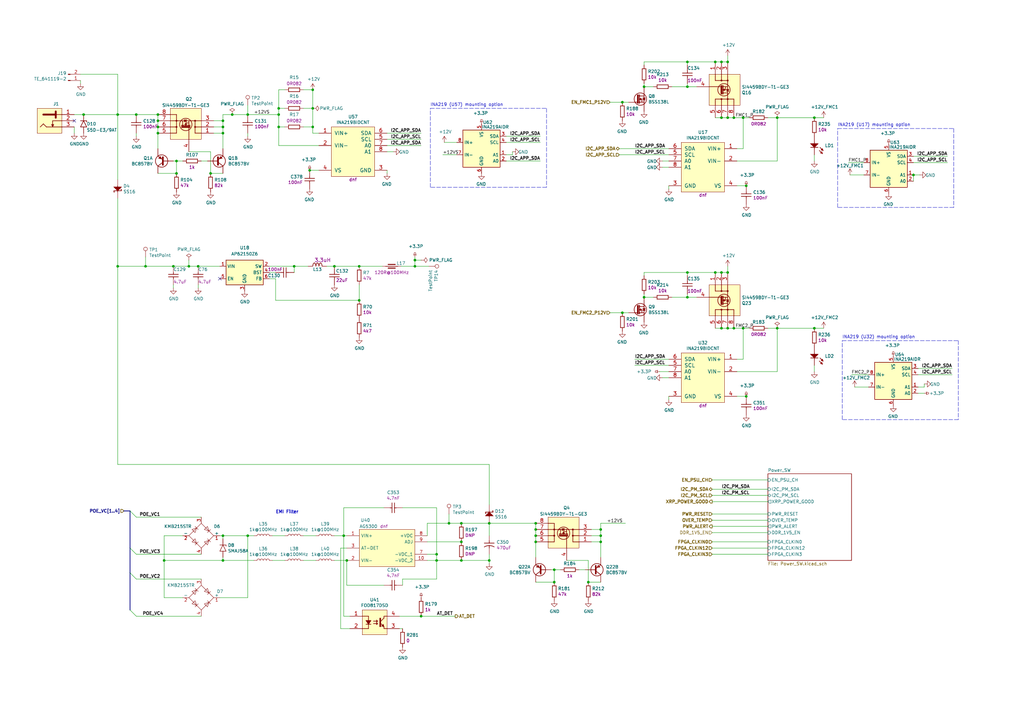
<source format=kicad_sch>
(kicad_sch (version 20211123) (generator eeschema)
  (paper "A3")
  (title_block (title "Marble") (date "2025-05-29") (rev "v1.4.4") (company "Michał Gąska / WUT") (comment 3 "POWER TOP"))
  (lib_symbols
    (symbol "Analog_&_Interface:INA219BIDCNT" (pin_names (offset 1.27))
      (property "Reference" "IC" (at 8.89 1.27 0))
      (symbol "INA219BIDCNT_0_1"
        (pin input line (at -5.08 -2.54 0) (length 5.08) (name "VIN+") (number "1"))
        (pin input line (at -5.08 -7.62 0) (length 5.08) (name "VIN-") (number "2"))
        (pin power_in line (at 22.86 -17.78 180) (length 5.08) (name "GND") (number "3"))
        (pin power_in line (at -5.08 -17.78 0) (length 5.08) (name "VS") (number "4"))
        (pin input line (at 22.86 -5.08 180) (length 5.08) (name "SCL") (number "5"))
        (pin bidirectional line (at 22.86 -2.54 180) (length 5.08) (name "SDA") (number "6"))
        (pin input line (at 22.86 -7.62 180) (length 5.08) (name "A0") (number "7"))
        (pin input line (at 22.86 -10.16 180) (length 5.08) (name "A1") (number "8"))
      )
    )
    (symbol "CLIFF_FC68148(DC-10A)_1" (pin_names (offset 1.27))
      (property "Reference" "J" (at 3.81 1.27 0))
      (symbol "CLIFF_FC68148(DC-10A)_1_0_1"
        (pin power_out line (at -5.08 -2.54 0) (length 5.08) (name "1") (number "1"))
        (pin passive line (at -5.08 -5.08 0) (length 5.08) (name "2") (number "2"))
        (pin power_out line (at -5.08 -7.62 0) (length 5.08) (name "3") (number "3"))
      )
    )
    (symbol "Capacitors_SMD:CAE830-1020_470UF_16V_20%" (pin_names (offset 1.27))
      (property "Reference" "C" (at 3.81 3.048 0))
      (property "Val" "470uF" (at 3.81 -3.048 0))
      (symbol "CAE830-1020_470UF_16V_20%_0_1"
        (text "+" (at 2.54 0.762 900) (effects (font (size 1.27 1.27)) (justify left bottom)))
        (pin passive line (at 0 0 0) (length 2.54) (name "1") (number "1"))
        (pin passive line (at 7.62 0 180) (length 2.54) (name "2") (number "2"))
      )
    )
    (symbol "Capacitors_SMD:CC0201_100NF_6.3V_10%_X5R" (pin_names (offset 1.27))
      (property "Reference" "C" (at 3.81 3.048 0))
      (property "Val" "100nF" (at 3.81 -3.048 0))
      (symbol "CC0201_100NF_6.3V_10%_X5R_0_1"
        (pin passive line (at 0 0 0) (length 2.54) (name "1") (number "1"))
        (pin passive line (at 7.62 0 180) (length 2.54) (name "2") (number "2"))
      )
    )
    (symbol "Capacitors_SMD:CC0402_100NF_25V_10%_X5R" (pin_names (offset 1.27))
      (property "Reference" "C" (at 3.81 3.048 0))
      (property "Val" "100nF" (at 3.81 -3.048 0))
      (symbol "CC0402_100NF_25V_10%_X5R_0_1"
        (pin passive line (at 0 0 0) (length 2.54) (name "1") (number "1"))
        (pin passive line (at 7.62 0 180) (length 2.54) (name "2") (number "2"))
      )
    )
    (symbol "Capacitors_SMD:CC0603_22UF_6.3V_20%_X5R" (pin_names (offset 1.27))
      (property "Reference" "C" (at 3.81 3.048 0))
      (property "Val" "22uF" (at 3.81 -3.048 0))
      (symbol "CC0603_22UF_6.3V_20%_X5R_0_1"
        (pin passive line (at 0 0 0) (length 2.54) (name "1") (number "1"))
        (pin passive line (at 7.62 0 180) (length 2.54) (name "2") (number "2"))
      )
    )
    (symbol "Capacitors_SMD:CC0603_4.7UF_25V_10%_X5R" (pin_names (offset 1.27))
      (property "Reference" "C" (at 3.81 3.048 0))
      (property "Val" "4.7uF" (at 3.81 -3.048 0))
      (symbol "CC0603_4.7UF_25V_10%_X5R_0_1"
        (pin passive line (at 0 0 0) (length 2.54) (name "1") (number "1"))
        (pin passive line (at 7.62 0 180) (length 2.54) (name "2") (number "2"))
      )
    )
    (symbol "Capacitors_THD:CPER_4.7NF_400V_5%_500-250X720X650" (pin_names (offset 1.27))
      (property "Reference" "C" (at 3.81 3.048 0))
      (property "Val" "4.7nF" (at 3.81 -3.048 0))
      (symbol "CPER_4.7NF_400V_5%_500-250X720X650_0_1"
        (pin passive line (at 0 0 0) (length 2.54) (name "1") (number "1"))
        (pin passive line (at 7.62 0 180) (length 2.54) (name "2") (number "2"))
      )
    )
    (symbol "Connector_Generic:TestPoint" (pin_numbers hide) (pin_names (offset 0.762) hide)
      (property "Reference" "TP" (at 0 6.858 0))
      (property "Value" "TestPoint" (at 0 5.08 0))
      (symbol "TestPoint_1_1"
        (pin passive line (at 0 0 90) (length 2.54) (name "1") (number "1"))
      )
    )
    (symbol "Diode:1.5KExxA" (pin_numbers hide) (pin_names (offset 1.016) hide)
      (property "Reference" "D" (at 0 2.54 0))
      (property "Value" "1.5KExxA" (at 0 -2.54 0))
      (symbol "1.5KExxA_1_1"
        (pin passive line (at -3.81 0 0) (length 2.54) (name "A1") (number "1"))
        (pin passive line (at 3.81 0 180) (length 2.54) (name "A2") (number "2"))
      )
    )
    (symbol "Inductors_SMD:IND0603_MURATA_BLM18SG121TN1D" (pin_names (offset 1.27))
      (property "Reference" "L" (at 3.81 1.778 0))
      (property "Val" "120R@100MHz" (at 3.81 -1.778 0))
      (symbol "IND0603_MURATA_BLM18SG121TN1D_0_1"
        (pin passive line (at 0 0 0) (length 1.27) (name "1") (number "1"))
        (pin passive line (at 7.62 0 180) (length 1.27) (name "2") (number "2"))
      )
      (symbol "IND0603_MURATA_BLM18SG121TN1D_0_2"
        (pin passive line (at 0 0 0) (length 1.524) (name "1") (number "1"))
        (pin passive line (at 7.62 0 180) (length 1.524) (name "2") (number "2"))
      )
    )
    (symbol "Inductors_SMD:IND_2.2UH_20%_WURTH_WE-PMCI_74479276222C" (pin_names (offset 1.27))
      (property "Reference" "L13" (at 3.81 -1.27 0))
      (property "Val" "3.3uH" (at 2.54 2.54 0))
      (symbol "IND_2.2UH_20%_WURTH_WE-PMCI_74479276222C_0_1"
        (pin passive line (at 0 0 0) (length 1.905) (name "1") (number "1"))
        (pin passive line (at 7.62 0 180) (length 1.905) (name "2") (number "2"))
      )
    )
    (symbol "LED_KINGBRIGHT_KPH-1608CGCK_1" (pin_names (offset 1.27))
      (property "Reference" "LD" (at -1.27 2.54 0))
      (property "Color" "Green" (at 0 -2.54 0))
      (symbol "LED_KINGBRIGHT_KPH-1608CGCK_1_0_1"
        (pin passive line (at 3.81 0 180) (length 2.54) (name "C") (number "1"))
        (pin passive line (at -3.81 0 0) (length 2.54) (name "A") (number "2"))
      )
      (symbol "LED_KINGBRIGHT_KPH-1608CGCK_1_0_2"
        (pin passive line (at 3.81 0 180) (length 2.54) (name "C") (number "1"))
        (pin passive line (at -3.81 0 0) (length 2.54) (name "A") (number "2"))
      )
    )
    (symbol "LED_KINGBRIGHT_KPH-1608CGCK_2" (pin_names (offset 1.27))
      (property "Reference" "LD" (at -1.27 2.54 0))
      (property "Color" "Green" (at 0 -2.54 0))
      (symbol "LED_KINGBRIGHT_KPH-1608CGCK_2_0_1"
        (pin passive line (at 3.81 0 180) (length 2.54) (name "C") (number "1"))
        (pin passive line (at -3.81 0 0) (length 2.54) (name "A") (number "2"))
      )
      (symbol "LED_KINGBRIGHT_KPH-1608CGCK_2_0_2"
        (pin passive line (at 3.81 0 180) (length 2.54) (name "C") (number "1"))
        (pin passive line (at -3.81 0 0) (length 2.54) (name "A") (number "2"))
      )
    )
    (symbol "LEDs_&_Displays:LED_KINGBRIGHT_KPH-1608CGCK" (pin_names (offset 1.27))
      (property "Reference" "LD" (at -1.27 2.54 0))
      (property "Color" "Green" (at 0 -2.54 0))
      (symbol "LED_KINGBRIGHT_KPH-1608CGCK_0_1"
        (pin passive line (at 3.81 0 180) (length 2.54) (name "C") (number "1"))
        (pin passive line (at -3.81 0 0) (length 2.54) (name "A") (number "2"))
      )
      (symbol "LED_KINGBRIGHT_KPH-1608CGCK_0_2"
        (pin passive line (at 3.81 0 180) (length 2.54) (name "C") (number "1"))
        (pin passive line (at -3.81 0 0) (length 2.54) (name "A") (number "2"))
      )
    )
    (symbol "Miscellaneous:CLIFF_FC68148(DC-10A)" (pin_names (offset 1.27))
      (property "Reference" "J" (at 3.81 1.27 0))
      (symbol "CLIFF_FC68148(DC-10A)_0_1"
        (pin power_out line (at -5.08 -2.54 0) (length 5.08) (name "1") (number "1"))
        (pin passive line (at -5.08 -5.08 0) (length 5.08) (name "2") (number "2"))
        (pin power_out line (at -5.08 -7.62 0) (length 5.08) (name "3") (number "3"))
      )
    )
    (symbol "Miscellaneous:TE_641119-2" (pin_names (offset 1.016) hide)
      (property "Reference" "J" (at 0 2.54 0))
      (property "Value" "TE_641119-2" (at 0 -5.08 0))
      (symbol "TE_641119-2_1_1"
        (pin passive line (at 5.08 0 180) (length 3.81) (name "Pin_1") (number "1"))
        (pin passive line (at 5.08 -2.54 180) (length 3.81) (name "Pin_2") (number "2"))
      )
    )
    (symbol "Optocouplers:FOD817DSD" (pin_names (offset 1.27))
      (property "Reference" "IC" (at 5.08 1.27 0))
      (symbol "FOD817DSD_0_1"
        (pin input line (at -5.08 -2.54 0) (length 5.08) (name "A") (number "1"))
        (pin input line (at -5.08 -7.62 0) (length 5.08) (name "C") (number "2"))
        (pin open_emitter line (at 15.24 -7.62 180) (length 5.08) (name "E") (number "3"))
        (pin open_collector line (at 15.24 -2.54 180) (length 5.08) (name "C") (number "4"))
      )
    )
    (symbol "Regulator_Switching:AP62150Z6"
      (property "Reference" "U" (at -7.62 6.35 0))
      (property "Value" "AP62150Z6" (at 6.35 -6.35 0))
      (symbol "AP62150Z6_1_1"
        (pin power_in line (at -10.16 2.54 0) (length 2.54) (name "VIN") (number "1"))
        (pin output line (at 10.16 2.54 180) (length 2.54) (name "SW") (number "2"))
        (pin power_in line (at 0 -7.62 90) (length 2.54) (name "GND") (number "3"))
        (pin passive line (at 10.16 0 180) (length 2.54) (name "BST") (number "4"))
        (pin input line (at -10.16 -2.54 0) (length 2.54) (name "EN") (number "5"))
        (pin input line (at 10.16 -2.54 180) (length 2.54) (name "FB") (number "6"))
      )
    )
    (symbol "Resistors_SMD:R0402_0R_JUMPER" (pin_names (offset 1.27))
      (property "Reference" "R" (at 3.81 1.778 0))
      (property "Val" "0" (at 3.81 -1.778 0))
      (symbol "R0402_0R_JUMPER_0_1"
        (pin passive line (at 0 0 0) (length 1.524) (name "1") (number "1"))
        (pin passive line (at 7.62 0 180) (length 1.524) (name "2") (number "2"))
      )
    )
    (symbol "Resistors_SMD:R0402_10K_1%_0.0625W_100PPM" (pin_names (offset 1.27))
      (property "Reference" "R" (at 3.81 1.778 0))
      (property "Val" "10k" (at 3.81 -1.778 0))
      (symbol "R0402_10K_1%_0.0625W_100PPM_0_1"
        (text "1%" (at 3.81 0 0) (effects (font (size 0.635 0.635))))
        (pin passive line (at 0 0 0) (length 1.524) (name "1") (number "1"))
        (pin passive line (at 7.62 0 180) (length 1.524) (name "2") (number "2"))
      )
    )
    (symbol "Resistors_SMD:R0402_1K_1%_0.0625W_100PPM" (pin_names (offset 1.27))
      (property "Reference" "R" (at 3.81 1.778 0))
      (property "Val" "1k" (at 3.81 -1.778 0))
      (symbol "R0402_1K_1%_0.0625W_100PPM_0_1"
        (text "1%" (at 3.81 0 0) (effects (font (size 0.635 0.635))))
        (pin passive line (at 0 0 0) (length 1.524) (name "1") (number "1"))
        (pin passive line (at 7.62 0 180) (length 1.524) (name "2") (number "2"))
      )
    )
    (symbol "Resistors_SMD:R0402_47K_1%_0.0625W_100PPM" (pin_names (offset 1.27))
      (property "Reference" "R" (at 3.81 1.778 0))
      (property "Val" "47k" (at 3.81 -1.778 0))
      (symbol "R0402_47K_1%_0.0625W_100PPM_0_1"
        (text "1%" (at 3.81 0 0) (effects (font (size 0.635 0.635))))
        (pin passive line (at 0 0 0) (length 1.524) (name "1") (number "1"))
        (pin passive line (at 7.62 0 180) (length 1.524) (name "2") (number "2"))
      )
    )
    (symbol "Resistors_SMD:R0402_4K7_1%_0.0625W_100PPM" (pin_names (offset 1.27))
      (property "Reference" "R" (at 3.81 1.778 0))
      (property "Val" "4k7" (at 3.81 -1.778 0))
      (symbol "R0402_4K7_1%_0.0625W_100PPM_0_1"
        (text "1%" (at 3.81 0 0) (effects (font (size 0.635 0.635))))
        (pin passive line (at 0 0 0) (length 1.524) (name "1") (number "1"))
        (pin passive line (at 7.62 0 180) (length 1.524) (name "2") (number "2"))
      )
    )
    (symbol "Resistors_SMD:R0402_82K_1%_0.0625W_100PPM" (pin_names (offset 1.27))
      (property "Reference" "R" (at 3.81 1.778 0))
      (property "Val" "82k" (at 3.81 -1.778 0))
      (symbol "R0402_82K_1%_0.0625W_100PPM_0_1"
        (text "1%" (at 3.81 0 0) (effects (font (size 0.635 0.635))))
        (pin passive line (at 0 0 0) (length 1.524) (name "1") (number "1"))
        (pin passive line (at 7.62 0 180) (length 1.524) (name "2") (number "2"))
      )
    )
    (symbol "Resistors_SMD:R1206_0R082_1%_0.5W_100PPM" (pin_names (offset 1.27))
      (property "Reference" "R" (at 3.81 1.778 0))
      (property "Val" "0R082" (at 3.81 -1.778 0))
      (symbol "R1206_0R082_1%_0.5W_100PPM_0_1"
        (text "1%" (at 3.81 0 0) (effects (font (size 0.635 0.635))))
        (pin passive line (at 0 0 0) (length 1.524) (name "1") (number "1"))
        (pin passive line (at 7.62 0 180) (length 1.524) (name "2") (number "2"))
      )
    )
    (symbol "SS16-Diodes_1" (pin_names (offset 1.524))
      (property "Reference" "D" (at 3.81 2.794 0))
      (property "Value" "SS16-Diodes_1" (at 3.81 -2.54 0))
      (symbol "SS16-Diodes_1_0_1"
        (pin passive line (at 7.62 0 180) (length 2.54) (name "C") (number "1"))
        (pin passive line (at 0 0 0) (length 2.54) (name "A") (number "2"))
      )
    )
    (symbol "SS16-Diodes_2" (pin_names (offset 1.524))
      (property "Reference" "D" (at 3.81 2.794 0))
      (property "Value" "SS16-Diodes_2" (at 3.81 -2.54 0))
      (symbol "SS16-Diodes_2_0_1"
        (pin passive line (at 7.62 0 180) (length 2.54) (name "C") (number "1"))
        (pin passive line (at 0 0 0) (length 2.54) (name "A") (number "2"))
      )
    )
    (symbol "Transistors:BC857BV" (pin_names (offset 1.27))
      (property "Reference" "T" (at 5.08 3.81 0))
      (symbol "BC857BV_1_1"
        (text "1" (at 6.858 3.81 0) (effects (font (size 1.016 1.016)) (justify left top)))
        (text "2" (at 0.762 2.032 0) (effects (font (size 1.016 1.016)) (justify left top)))
        (text "6" (at 6.858 -1.778 0) (effects (font (size 1.016 1.016)) (justify left top)))
        (pin passive line (at 6.35 5.08 270) (length 3.048) (name "E") (number "1"))
        (pin passive line (at 0 0 0) (length 2.286) (name "B") (number "2"))
        (pin passive line (at 6.35 -5.08 90) (length 3.048) (name "C") (number "6"))
      )
      (symbol "BC857BV_2_1"
        (text "3" (at 6.858 -1.778 0) (effects (font (size 1.016 1.016)) (justify left top)))
        (text "4" (at 6.858 3.81 0) (effects (font (size 1.016 1.016)) (justify left top)))
        (text "5" (at 0.762 2.032 0) (effects (font (size 1.016 1.016)) (justify left top)))
        (pin passive line (at 6.35 -5.08 90) (length 3.048) (name "C") (number "3"))
        (pin passive line (at 6.35 5.08 270) (length 3.048) (name "E") (number "4"))
        (pin passive line (at 0 0 0) (length 2.286) (name "B") (number "5"))
      )
    )
    (symbol "Transistors:BSS138L" (pin_names (offset 1.27))
      (property "Reference" "T" (at 3.81 5.08 0))
      (symbol "BSS138L_0_1"
        (text "D" (at 5.08 5.334 0) (effects (font (size 0.635 0.635)) (justify left top)))
        (text "G" (at 0.762 0 0) (effects (font (size 0.635 0.635)) (justify left bottom)))
        (text "S" (at 5.08 -2.794 0) (effects (font (size 0.635 0.635)) (justify left bottom)))
        (pin passive line (at 0 0 0) (length 2.54) (name "G") (number "1"))
        (pin passive line (at 6.35 -3.81 90) (length 3.048) (name "S") (number "2"))
        (pin passive line (at 6.35 6.35 270) (length 3.048) (name "D") (number "3"))
      )
    )
    (symbol "Transistors:SI4459BDY-T1-GE3" (pin_names (offset 1.27))
      (property "Reference" "T" (at 13.97 -6.35 90))
      (symbol "SI4459BDY-T1-GE3_0_1"
        (text "D" (at 8.128 -2.921 0) (effects (font (size 0.635 0.635)) (justify left top)))
        (text "G" (at 0.762 -7.112 0) (effects (font (size 0.635 0.635)) (justify left bottom)))
        (text "S" (at 8.128 -9.779 0) (effects (font (size 0.635 0.635)) (justify left bottom)))
        (pin passive line (at 2.54 -17.78 90) (length 5.08) (name "S") (number "1"))
        (pin passive line (at 5.08 -17.78 90) (length 5.08) (name "S") (number "2"))
        (pin passive line (at 7.62 -17.78 90) (length 5.08) (name "S") (number "3"))
        (pin passive line (at -5.08 -7.62 0) (length 5.08) (name "S") (number "4"))
        (pin passive line (at 2.54 5.08 270) (length 5.08) (name "D") (number "5"))
        (pin passive line (at 5.08 5.08 270) (length 5.08) (name "D") (number "6"))
        (pin passive line (at 7.62 5.08 270) (length 5.08) (name "D") (number "7"))
        (pin passive line (at 10.16 5.08 270) (length 5.08) (name "D") (number "8"))
      )
    )
    (symbol "marble_misc:+12V_FMC1" (power) (pin_names (offset 0))
      (property "Value" "+12V_FMC1" (at 0 3.556 0))
      (symbol "+12V_FMC1_1_1"
        (pin power_in line (at 0 0 90) (length 0) hide (name "+12V_FMC1") (number "1"))
      )
    )
    (symbol "marble_misc:+12V_FMC2" (power) (pin_names (offset 0))
      (property "Value" "+12V_FMC2" (at 0 3.556 0))
      (symbol "+12V_FMC2_1_1"
        (pin power_in line (at 0 0 90) (length 0) hide (name "+12V_FMC2") (number "1"))
      )
    )
    (symbol "marble_misc:1.5KExxA-Diode" (pin_numbers hide) (pin_names (offset 1.016) hide)
      (property "Reference" "D" (at 0 2.54 0))
      (property "Value" "1.5KExxA-Diode" (at 0 -2.54 0))
      (symbol "1.5KExxA-Diode_1_1"
        (pin passive line (at -3.81 0 0) (length 2.54) (name "A1") (number "1"))
        (pin passive line (at 3.81 0 180) (length 2.54) (name "A2") (number "2"))
      )
    )
    (symbol "marble_misc:AG5300-AG5300" (pin_names (offset 0.762))
      (property "Reference" "U" (at 30.48 -1.27 0))
      (property "Value" "AG5300-AG5300" (at 30.48 -3.81 0))
      (symbol "AG5300-AG5300_0_0"
        (pin passive line (at 1.27 -8.89 0) (length 5.08) (name "VIN+") (number "1"))
        (pin passive line (at 34.29 -19.05 180) (length 5.08) (name "-VDC_2") (number "10"))
        (pin passive line (at 1.27 -19.05 0) (length 5.08) (name "VIN-") (number "2"))
        (pin output line (at 1.27 -13.97 0) (length 5.08) (name "AT-DET") (number "3"))
        (pin passive line (at 34.29 -16.51 180) (length 5.08) (name "-VDC_1") (number "7"))
        (pin passive line (at 34.29 -8.89 180) (length 5.08) (name "+VDC") (number "8"))
        (pin input line (at 34.29 -11.43 180) (length 5.08) (name "ADJ") (number "9"))
      )
    )
    (symbol "marble_misc:INA219AxD"
      (property "Reference" "U" (at -6.35 8.89 0))
      (property "Value" "INA219AxD" (at 5.08 8.89 0))
      (symbol "INA219AxD_1_1"
        (pin input line (at 10.16 -2.54 180) (length 2.54) (name "A1") (number "1"))
        (pin input line (at 10.16 -5.08 180) (length 2.54) (name "A0") (number "2"))
        (pin bidirectional line (at 10.16 5.08 180) (length 2.54) (name "SDA") (number "3"))
        (pin input line (at 10.16 2.54 180) (length 2.54) (name "SCL") (number "4"))
        (pin power_in line (at 0 10.16 270) (length 2.54) (name "VS") (number "5"))
        (pin power_in line (at 0 -10.16 90) (length 2.54) (name "GND") (number "6"))
        (pin input line (at -10.16 -2.54 0) (length 2.54) (name "IN-") (number "7"))
        (pin input line (at -10.16 2.54 0) (length 2.54) (name "IN+") (number "8"))
      )
    )
    (symbol "marble_misc:L-Device" (pin_numbers hide) (pin_names (offset 1.016) hide)
      (property "Reference" "L" (at -1.27 0 90))
      (property "Value" "L-Device" (at 1.905 0 90))
      (symbol "L-Device_1_1"
        (pin passive line (at 0 3.81 270) (length 1.27) (name "1") (number "1"))
        (pin passive line (at 0 -3.81 90) (length 1.27) (name "2") (number "2"))
      )
    )
    (symbol "marble_misc:MB6S-Diode_Bridge" (pin_names (offset 0))
      (property "Reference" "D" (at 2.54 6.985 0))
      (property "Value" "MB6S-Diode_Bridge" (at 2.54 5.08 0))
      (symbol "MB6S-Diode_Bridge_1_1"
        (pin passive line (at 7.62 0 180) (length 2.54) (name "+") (number "1"))
        (pin passive line (at -7.62 0 0) (length 2.54) (name "-") (number "2"))
        (pin passive line (at 0 7.62 270) (length 2.54) (name "~") (number "3"))
        (pin passive line (at 0 -7.62 90) (length 2.54) (name "~") (number "4"))
      )
    )
    (symbol "marble_misc:SS16-Diodes" (pin_names (offset 1.524))
      (property "Reference" "D" (at 3.81 2.794 0))
      (property "Value" "SS16-Diodes" (at 3.81 -2.54 0))
      (symbol "SS16-Diodes_0_1"
        (pin passive line (at 7.62 0 180) (length 2.54) (name "C") (number "1"))
        (pin passive line (at 0 0 0) (length 2.54) (name "A") (number "2"))
      )
    )
    (symbol "power:+12V" (power) (pin_names (offset 0))
      (property "Value" "+12V" (at 0 3.556 0))
      (symbol "+12V_1_1"
        (pin power_in line (at 0 0 90) (length 0) hide (name "+12V") (number "1"))
      )
    )
    (symbol "power:+3.3P" (power) (pin_names (offset 0))
      (property "Value" "+3.3P" (at 0 2.54 0))
      (symbol "+3.3P_0_0"
        (pin power_in line (at 0 0 90) (length 0) hide (name "+3.3P") (number "1"))
      )
    )
    (symbol "power:GND" (power) (pin_names (offset 0))
      (property "Value" "GND" (at 0 -3.81 0))
      (symbol "GND_1_1"
        (pin power_in line (at 0 0 270) (length 0) hide (name "GND") (number "1"))
      )
    )
    (symbol "power:PWR_FLAG" (power) (pin_numbers hide) (pin_names (offset 0) hide)
      (property "Value" "PWR_FLAG" (at 0 3.81 0))
      (symbol "PWR_FLAG_0_0"
        (pin power_out line (at 0 0 90) (length 0) (name "pwr") (number "1"))
      )
    )
  )
  (junction (at 281.94 111.76))
  (junction (at 306.07 76.2))
  (junction (at 306.07 162.56))
  (junction (at 91.44 49.53))
  (junction (at 295.91 48.26))
  (junction (at 293.37 111.76))
  (junction (at 64.77 54.61))
  (junction (at 127 69.85))
  (junction (at 298.45 134.62))
  (junction (at 147.32 109.22))
  (junction (at 246.38 222.25))
  (junction (at 59.69 109.22))
  (junction (at 246.38 217.17))
  (junction (at 227.33 238.76))
  (junction (at 200.66 214.63))
  (junction (at 304.8 48.26))
  (junction (at 34.29 46.99))
  (junction (at 67.31 229.87))
  (junction (at 128.27 52.07))
  (junction (at 219.71 222.25))
  (junction (at 189.23 229.87))
  (junction (at 334.01 48.26))
  (junction (at 295.91 25.4))
  (junction (at 298.45 48.26))
  (junction (at 77.47 109.22))
  (junction (at 227.33 233.68))
  (junction (at 128.27 36.83))
  (junction (at 293.37 25.4))
  (junction (at 71.12 109.22))
  (junction (at 147.32 123.19))
  (junction (at 189.23 222.25))
  (junction (at 55.88 46.99))
  (junction (at 334.01 134.62))
  (junction (at 246.38 219.71))
  (junction (at 101.6 219.71))
  (junction (at 64.77 49.53))
  (junction (at 114.3 52.07))
  (junction (at 219.71 219.71))
  (junction (at 255.27 128.27))
  (junction (at 48.26 109.22))
  (junction (at 219.71 214.63))
  (junction (at 170.18 106.68))
  (junction (at 81.28 109.22))
  (junction (at 179.07 229.87))
  (junction (at 64.77 52.07))
  (junction (at 304.8 134.62))
  (junction (at 374.65 71.755))
  (junction (at 86.36 71.12))
  (junction (at 137.16 109.22))
  (junction (at 101.6 46.99))
  (junction (at 120.65 109.22))
  (junction (at 91.44 54.61))
  (junction (at 114.3 44.45))
  (junction (at 142.24 229.87))
  (junction (at 72.39 66.04))
  (junction (at 170.18 109.22))
  (junction (at 189.23 214.63))
  (junction (at 219.71 217.17))
  (junction (at 255.27 41.91))
  (junction (at 264.16 35.56))
  (junction (at 300.99 48.26))
  (junction (at 200.66 229.87))
  (junction (at 128.27 44.45))
  (junction (at 281.94 35.56))
  (junction (at 48.26 46.99))
  (junction (at 91.44 219.71))
  (junction (at 91.44 229.87))
  (junction (at 95.25 46.99))
  (junction (at 172.72 252.73))
  (junction (at 298.45 25.4))
  (junction (at 64.77 46.99))
  (junction (at 295.91 134.62))
  (junction (at 241.3 238.76))
  (junction (at 72.39 71.12))
  (junction (at 295.91 111.76))
  (junction (at 300.99 134.62))
  (junction (at 281.94 25.4))
  (junction (at 298.45 111.76))
  (junction (at 281.94 121.92))
  (junction (at 264.16 121.92))
  (junction (at 114.3 46.99))
  (junction (at 91.44 52.07))
  (junction (at 318.77 48.26))
  (junction (at 184.15 214.63))
  (junction (at 318.77 134.62))
  (junction (at 140.97 219.71))
  (junction (at 179.07 227.33))
  (no_connect (at 90.17 114.3))
  (no_connect (at 30.48 49.53))
  (bus_entry (at 53.34 234.95) (size 2.54 2.54))
  (bus_entry (at 53.34 224.79) (size 2.54 2.54))
  (bus_entry (at 53.34 250.19) (size 2.54 2.54))
  (bus_entry (at 53.34 209.55) (size 2.54 2.54))
  (wire (pts (xy 179.07 227.33) (xy 179.07 229.87)))
  (wire (pts (xy 55.88 252.73) (xy 82.55 252.73)))
  (wire (pts (xy 55.88 54.61) (xy 55.88 55.88)))
  (wire (pts (xy 104.14 229.87) (xy 91.44 229.87)))
  (polyline (pts (xy 176.53 76.835) (xy 176.53 44.45)))
  (polyline (pts (xy 176.53 44.45) (xy 224.155 44.45)))
  (wire (pts (xy 298.45 48.26) (xy 300.99 48.26)))
  (wire (pts (xy 124.46 219.71) (xy 129.54 219.71)))
  (wire (pts (xy 302.26 152.4) (xy 318.77 152.4)))
  (wire (pts (xy 260.35 149.86) (xy 274.32 149.86)))
  (wire (pts (xy 254 63.5) (xy 274.32 63.5)))
  (wire (pts (xy 172.72 252.73) (xy 186.69 252.73)))
  (wire (pts (xy 242.57 219.71) (xy 246.38 219.71)))
  (wire (pts (xy 64.77 49.53) (xy 64.77 46.99)))
  (wire (pts (xy 293.37 134.62) (xy 295.91 134.62)))
  (wire (pts (xy 124.46 229.87) (xy 129.54 229.87)))
  (wire (pts (xy 64.77 54.61) (xy 64.77 52.07)))
  (wire (pts (xy 298.45 22.86) (xy 298.45 25.4)))
  (wire (pts (xy 281.94 111.76) (xy 293.37 111.76)))
  (wire (pts (xy 241.3 229.87) (xy 241.3 238.76)))
  (wire (pts (xy 200.66 190.5) (xy 48.26 190.5)))
  (wire (pts (xy 86.36 62.23) (xy 86.36 71.12)))
  (wire (pts (xy 116.84 44.45) (xy 114.3 44.45)))
  (wire (pts (xy 48.26 46.99) (xy 55.88 46.99)))
  (wire (pts (xy 139.7 257.81) (xy 139.7 224.79)))
  (wire (pts (xy 200.66 214.63) (xy 219.71 214.63)))
  (wire (pts (xy 292.1 224.79) (xy 314.96 224.79)))
  (wire (pts (xy 137.16 229.87) (xy 142.24 229.87)))
  (wire (pts (xy 254 60.96) (xy 274.32 60.96)))
  (wire (pts (xy 267.97 121.92) (xy 264.16 121.92)))
  (wire (pts (xy 91.44 229.87) (xy 67.31 229.87)))
  (wire (pts (xy 165.1 237.49) (xy 165.1 240.03)))
  (wire (pts (xy 48.26 109.22) (xy 48.26 190.5)))
  (wire (pts (xy 210.185 62.23) (xy 210.185 63.5)))
  (wire (pts (xy 307.34 134.62) (xy 304.8 134.62)))
  (wire (pts (xy 264.16 111.76) (xy 281.94 111.76)))
  (wire (pts (xy 226.06 233.68) (xy 227.33 233.68)))
  (wire (pts (xy 128.27 52.07) (xy 128.27 44.45)))
  (bus (pts (xy 53.34 234.95) (xy 53.34 250.19)))
  (wire (pts (xy 379.095 157.48) (xy 379.095 158.75)))
  (wire (pts (xy 90.17 245.11) (xy 101.6 245.11)))
  (wire (pts (xy 292.1 218.44) (xy 314.96 218.44)))
  (wire (pts (xy 271.78 68.58) (xy 274.32 68.58)))
  (wire (pts (xy 264.16 26.67) (xy 264.16 25.4)))
  (wire (pts (xy 114.3 44.45) (xy 114.3 46.99)))
  (wire (pts (xy 348.615 71.755) (xy 354.33 71.755)))
  (wire (pts (xy 281.94 34.29) (xy 281.94 35.56)))
  (wire (pts (xy 292.1 196.85) (xy 314.96 196.85)))
  (polyline (pts (xy 393.065 139.7) (xy 393.065 172.085)))
  (wire (pts (xy 292.1 210.82) (xy 314.96 210.82)))
  (wire (pts (xy 292.1 213.36) (xy 314.96 213.36)))
  (wire (pts (xy 77.47 62.23) (xy 86.36 62.23)))
  (wire (pts (xy 34.29 46.99) (xy 48.26 46.99)))
  (wire (pts (xy 91.44 52.07) (xy 91.44 49.53)))
  (wire (pts (xy 334.01 63.5) (xy 334.01 66.04)))
  (wire (pts (xy 158.75 59.69) (xy 172.72 59.69)))
  (wire (pts (xy 281.94 25.4) (xy 293.37 25.4)))
  (wire (pts (xy 349.25 153.67) (xy 356.235 153.67)))
  (wire (pts (xy 390.525 151.13) (xy 376.555 151.13)))
  (wire (pts (xy 255.27 41.91) (xy 257.81 41.91)))
  (wire (pts (xy 179.07 237.49) (xy 179.07 229.87)))
  (wire (pts (xy 264.16 113.03) (xy 264.16 111.76)))
  (wire (pts (xy 95.25 46.99) (xy 101.6 46.99)))
  (wire (pts (xy 130.81 69.85) (xy 127 69.85)))
  (wire (pts (xy 124.46 52.07) (xy 128.27 52.07)))
  (wire (pts (xy 128.27 36.83) (xy 128.27 44.45)))
  (wire (pts (xy 274.32 76.2) (xy 274.32 77.47)))
  (wire (pts (xy 77.47 106.68) (xy 77.47 109.22)))
  (wire (pts (xy 55.88 46.99) (xy 64.77 46.99)))
  (wire (pts (xy 275.59 35.56) (xy 281.94 35.56)))
  (wire (pts (xy 219.71 214.63) (xy 219.71 217.17)))
  (wire (pts (xy 110.49 111.76) (xy 113.03 111.76)))
  (wire (pts (xy 114.3 46.99) (xy 114.3 52.07)))
  (wire (pts (xy 87.63 49.53) (xy 91.44 49.53)))
  (wire (pts (xy 48.26 73.66) (xy 48.26 46.99)))
  (wire (pts (xy 264.16 120.65) (xy 264.16 121.92)))
  (wire (pts (xy 179.07 208.28) (xy 179.07 227.33)))
  (wire (pts (xy 302.26 162.56) (xy 306.07 162.56)))
  (wire (pts (xy 74.93 219.71) (xy 67.31 219.71)))
  (wire (pts (xy 379.095 161.29) (xy 376.555 161.29)))
  (wire (pts (xy 292.1 222.25) (xy 314.96 222.25)))
  (polyline (pts (xy 391.16 52.705) (xy 391.16 85.09)))
  (wire (pts (xy 137.16 219.71) (xy 140.97 219.71)))
  (wire (pts (xy 101.6 219.71) (xy 104.14 219.71)))
  (wire (pts (xy 227.33 238.76) (xy 227.33 233.68)))
  (wire (pts (xy 90.17 219.71) (xy 91.44 219.71)))
  (wire (pts (xy 298.45 134.62) (xy 300.99 134.62)))
  (wire (pts (xy 295.91 111.76) (xy 293.37 111.76)))
  (wire (pts (xy 219.71 219.71) (xy 219.71 222.25)))
  (wire (pts (xy 314.96 134.62) (xy 318.77 134.62)))
  (wire (pts (xy 172.72 54.61) (xy 158.75 54.61)))
  (wire (pts (xy 200.66 214.63) (xy 200.66 219.71)))
  (wire (pts (xy 187.325 58.42) (xy 182.245 58.42)))
  (wire (pts (xy 48.26 30.48) (xy 48.26 46.99)))
  (wire (pts (xy 374.65 74.295) (xy 374.65 71.755)))
  (wire (pts (xy 246.38 222.25) (xy 246.38 219.71)))
  (wire (pts (xy 30.48 52.07) (xy 30.48 54.61)))
  (wire (pts (xy 67.31 245.11) (xy 74.93 245.11)))
  (wire (pts (xy 71.12 66.04) (xy 72.39 66.04)))
  (wire (pts (xy 116.84 36.83) (xy 114.3 36.83)))
  (wire (pts (xy 318.77 48.26) (xy 318.77 66.04)))
  (wire (pts (xy 295.91 25.4) (xy 298.45 25.4)))
  (wire (pts (xy 376.555 158.75) (xy 379.095 158.75)))
  (wire (pts (xy 250.19 41.91) (xy 255.27 41.91)))
  (polyline (pts (xy 343.535 85.09) (xy 343.535 52.705)))
  (wire (pts (xy 271.78 66.04) (xy 274.32 66.04)))
  (wire (pts (xy 207.645 63.5) (xy 210.185 63.5)))
  (wire (pts (xy 91.44 54.61) (xy 91.44 52.07)))
  (wire (pts (xy 64.77 52.07) (xy 64.77 49.53)))
  (wire (pts (xy 158.75 57.15) (xy 172.72 57.15)))
  (wire (pts (xy 334.01 134.62) (xy 337.82 134.62)))
  (wire (pts (xy 133.985 109.22) (xy 137.16 109.22)))
  (wire (pts (xy 81.28 116.84) (xy 81.28 118.11)))
  (wire (pts (xy 113.03 114.3) (xy 113.03 123.19)))
  (wire (pts (xy 298.45 109.22) (xy 298.45 111.76)))
  (wire (pts (xy 72.39 71.12) (xy 72.39 66.04)))
  (wire (pts (xy 250.19 128.27) (xy 255.27 128.27)))
  (wire (pts (xy 179.07 229.87) (xy 189.23 229.87)))
  (wire (pts (xy 232.41 229.87) (xy 241.3 229.87)))
  (wire (pts (xy 304.8 48.26) (xy 300.99 48.26)))
  (wire (pts (xy 124.46 44.45) (xy 128.27 44.45)))
  (wire (pts (xy 318.77 134.62) (xy 334.01 134.62)))
  (wire (pts (xy 59.69 109.22) (xy 71.12 109.22)))
  (wire (pts (xy 260.35 147.32) (xy 274.32 147.32)))
  (wire (pts (xy 140.97 208.28) (xy 157.48 208.28)))
  (wire (pts (xy 281.94 120.65) (xy 281.94 121.92)))
  (wire (pts (xy 302.26 147.32) (xy 304.8 147.32)))
  (wire (pts (xy 114.3 36.83) (xy 114.3 44.45)))
  (wire (pts (xy 318.77 134.62) (xy 318.77 152.4)))
  (wire (pts (xy 207.645 58.42) (xy 221.615 58.42)))
  (wire (pts (xy 298.45 111.76) (xy 295.91 111.76)))
  (wire (pts (xy 274.32 162.56) (xy 274.32 163.83)))
  (wire (pts (xy 165.1 237.49) (xy 179.07 237.49)))
  (wire (pts (xy 175.26 229.87) (xy 179.07 229.87)))
  (wire (pts (xy 304.8 60.96) (xy 304.8 48.26)))
  (wire (pts (xy 302.26 66.04) (xy 318.77 66.04)))
  (wire (pts (xy 55.88 227.33) (xy 82.55 227.33)))
  (wire (pts (xy 302.26 60.96) (xy 304.8 60.96)))
  (polyline (pts (xy 345.44 172.085) (xy 345.44 139.7)))
  (wire (pts (xy 157.48 240.03) (xy 142.24 240.03)))
  (wire (pts (xy 87.63 52.07) (xy 91.44 52.07)))
  (wire (pts (xy 200.66 190.5) (xy 200.66 207.01)))
  (wire (pts (xy 158.75 69.85) (xy 158.75 71.12)))
  (wire (pts (xy 59.69 105.41) (xy 59.69 109.22)))
  (bus (pts (xy 53.34 224.79) (xy 53.34 234.95)))
  (wire (pts (xy 281.94 35.56) (xy 285.75 35.56)))
  (wire (pts (xy 246.38 214.63) (xy 256.54 214.63)))
  (wire (pts (xy 200.66 227.33) (xy 200.66 229.87)))
  (wire (pts (xy 48.26 109.22) (xy 59.69 109.22)))
  (wire (pts (xy 77.47 109.22) (xy 81.28 109.22)))
  (wire (pts (xy 81.28 109.22) (xy 90.17 109.22)))
  (wire (pts (xy 110.49 109.22) (xy 120.65 109.22)))
  (wire (pts (xy 334.01 48.26) (xy 337.82 48.26)))
  (wire (pts (xy 242.57 217.17) (xy 246.38 217.17)))
  (wire (pts (xy 237.49 233.68) (xy 240.03 233.68)))
  (wire (pts (xy 292.1 203.2) (xy 314.96 203.2)))
  (wire (pts (xy 241.3 238.76) (xy 246.38 238.76)))
  (wire (pts (xy 147.32 123.19) (xy 113.03 123.19)))
  (wire (pts (xy 242.57 222.25) (xy 246.38 222.25)))
  (wire (pts (xy 163.83 257.81) (xy 165.1 257.81)))
  (polyline (pts (xy 345.44 139.7) (xy 393.065 139.7)))
  (bus (pts (xy 53.34 209.55) (xy 50.8 209.55)))
  (wire (pts (xy 292.1 227.33) (xy 314.96 227.33)))
  (wire (pts (xy 184.15 210.82) (xy 184.15 214.63)))
  (wire (pts (xy 264.16 25.4) (xy 281.94 25.4)))
  (wire (pts (xy 110.49 114.3) (xy 113.03 114.3)))
  (wire (pts (xy 130.81 54.61) (xy 128.27 54.61)))
  (wire (pts (xy 91.44 228.6) (xy 91.44 229.87)))
  (wire (pts (xy 161.29 62.23) (xy 158.75 62.23)))
  (wire (pts (xy 221.615 55.88) (xy 207.645 55.88)))
  (wire (pts (xy 267.97 35.56) (xy 264.16 35.56)))
  (wire (pts (xy 120.65 109.22) (xy 120.65 111.76)))
  (wire (pts (xy 246.38 217.17) (xy 246.38 214.63)))
  (wire (pts (xy 91.44 219.71) (xy 91.44 220.98)))
  (wire (pts (xy 111.76 229.87) (xy 116.84 229.87)))
  (wire (pts (xy 350.52 158.75) (xy 356.235 158.75)))
  (wire (pts (xy 170.18 106.68) (xy 172.72 106.68)))
  (wire (pts (xy 255.27 128.27) (xy 257.81 128.27)))
  (wire (pts (xy 139.7 224.79) (xy 142.24 224.79)))
  (wire (pts (xy 142.24 229.87) (xy 142.24 240.03)))
  (wire (pts (xy 55.88 212.09) (xy 82.55 212.09)))
  (polyline (pts (xy 224.155 44.45) (xy 224.155 76.835)))
  (wire (pts (xy 64.77 54.61) (xy 64.77 60.96)))
  (wire (pts (xy 307.34 48.26) (xy 304.8 48.26)))
  (wire (pts (xy 111.76 219.71) (xy 116.84 219.71)))
  (wire (pts (xy 101.6 219.71) (xy 101.6 245.11)))
  (wire (pts (xy 91.44 49.53) (xy 91.44 46.99)))
  (wire (pts (xy 120.65 109.22) (xy 126.365 109.22)))
  (polyline (pts (xy 343.535 52.705) (xy 391.16 52.705)))
  (wire (pts (xy 302.26 76.2) (xy 306.07 76.2)))
  (wire (pts (xy 270.51 152.4) (xy 274.32 152.4)))
  (polyline (pts (xy 393.065 172.085) (xy 345.44 172.085)))
  (wire (pts (xy 48.26 81.28) (xy 48.26 109.22)))
  (wire (pts (xy 130.81 59.69) (xy 114.3 59.69)))
  (wire (pts (xy 165.1 208.28) (xy 179.07 208.28)))
  (wire (pts (xy 275.59 121.92) (xy 281.94 121.92)))
  (wire (pts (xy 281.94 26.67) (xy 281.94 25.4)))
  (wire (pts (xy 140.97 219.71) (xy 140.97 208.28)))
  (wire (pts (xy 264.16 34.29) (xy 264.16 35.56)))
  (bus (pts (xy 53.34 209.55) (xy 53.34 224.79)))
  (wire (pts (xy 388.62 64.135) (xy 374.65 64.135)))
  (polyline (pts (xy 224.155 76.835) (xy 176.53 76.835)))
  (wire (pts (xy 33.02 33.02) (xy 33.02 34.29)))
  (wire (pts (xy 128.27 54.61) (xy 128.27 52.07)))
  (wire (pts (xy 374.65 66.675) (xy 388.62 66.675)))
  (polyline (pts (xy 391.16 85.09) (xy 343.535 85.09)))
  (wire (pts (xy 175.895 109.22) (xy 170.18 109.22)))
  (wire (pts (xy 281.94 113.03) (xy 281.94 111.76)))
  (wire (pts (xy 376.555 153.67) (xy 390.525 153.67)))
  (wire (pts (xy 64.77 71.12) (xy 72.39 71.12)))
  (wire (pts (xy 140.97 252.73) (xy 143.51 252.73)))
  (wire (pts (xy 147.32 116.84) (xy 147.32 123.19)))
  (wire (pts (xy 124.46 36.83) (xy 128.27 36.83)))
  (wire (pts (xy 181.61 63.5) (xy 187.325 63.5)))
  (wire (pts (xy 116.84 52.07) (xy 114.3 52.07)))
  (wire (pts (xy 334.01 149.86) (xy 334.01 152.4)))
  (wire (pts (xy 314.96 205.74) (xy 292.1 205.74)))
  (wire (pts (xy 227.33 233.68) (xy 229.87 233.68)))
  (wire (pts (xy 139.7 257.81) (xy 143.51 257.81)))
  (wire (pts (xy 175.26 219.71) (xy 175.26 214.63)))
  (wire (pts (xy 184.15 214.63) (xy 189.23 214.63)))
  (wire (pts (xy 82.55 66.04) (xy 85.09 66.04)))
  (wire (pts (xy 207.645 66.04) (xy 221.615 66.04)))
  (wire (pts (xy 140.97 252.73) (xy 140.97 219.71)))
  (wire (pts (xy 189.23 229.87) (xy 200.66 229.87)))
  (wire (pts (xy 292.1 215.9) (xy 314.96 215.9)))
  (wire (pts (xy 304.8 147.32) (xy 304.8 134.62)))
  (wire (pts (xy 101.6 43.18) (xy 101.6 46.99)))
  (wire (pts (xy 292.1 200.66) (xy 314.96 200.66)))
  (wire (pts (xy 318.77 48.26) (xy 334.01 48.26)))
  (wire (pts (xy 71.12 109.22) (xy 77.47 109.22)))
  (wire (pts (xy 374.65 71.755) (xy 377.19 71.755)))
  (wire (pts (xy 101.6 54.61) (xy 101.6 55.88)))
  (wire (pts (xy 246.38 219.71) (xy 246.38 217.17)))
  (wire (pts (xy 87.63 54.61) (xy 91.44 54.61)))
  (wire (pts (xy 67.31 229.87) (xy 67.31 219.71)))
  (wire (pts (xy 114.3 52.07) (xy 114.3 59.69)))
  (wire (pts (xy 219.71 222.25) (xy 219.71 228.6)))
  (wire (pts (xy 91.44 46.99) (xy 95.25 46.99)))
  (wire (pts (xy 295.91 134.62) (xy 298.45 134.62)))
  (wire (pts (xy 137.16 109.22) (xy 147.32 109.22)))
  (wire (pts (xy 295.91 48.26) (xy 298.45 48.26)))
  (wire (pts (xy 140.97 219.71) (xy 142.24 219.71)))
  (wire (pts (xy 91.44 60.96) (xy 91.44 54.61)))
  (wire (pts (xy 347.98 66.675) (xy 354.33 66.675)))
  (wire (pts (xy 147.32 109.22) (xy 156.845 109.22)))
  (wire (pts (xy 55.88 237.49) (xy 82.55 237.49)))
  (wire (pts (xy 304.8 134.62) (xy 300.99 134.62)))
  (wire (pts (xy 175.26 214.63) (xy 184.15 214.63)))
  (wire (pts (xy 219.71 217.17) (xy 219.71 219.71)))
  (wire (pts (xy 72.39 66.04) (xy 74.93 66.04)))
  (wire (pts (xy 314.96 48.26) (xy 318.77 48.26)))
  (wire (pts (xy 86.36 71.12) (xy 91.44 71.12)))
  (wire (pts (xy 175.26 227.33) (xy 179.07 227.33)))
  (wire (pts (xy 33.02 30.48) (xy 48.26 30.48)))
  (wire (pts (xy 163.83 252.73) (xy 172.72 252.73)))
  (wire (pts (xy 281.94 121.92) (xy 285.75 121.92)))
  (wire (pts (xy 164.465 109.22) (xy 170.18 109.22)))
  (wire (pts (xy 71.12 116.84) (xy 71.12 118.11)))
  (wire (pts (xy 189.23 214.63) (xy 200.66 214.63)))
  (wire (pts (xy 175.26 222.25) (xy 189.23 222.25)))
  (wire (pts (xy 67.31 245.11) (xy 67.31 229.87)))
  (wire (pts (xy 101.6 46.99) (xy 114.3 46.99)))
  (wire (pts (xy 200.66 229.87) (xy 200.66 231.14)))
  (wire (pts (xy 293.37 25.4) (xy 295.91 25.4)))
  (wire (pts (xy 170.18 105.41) (xy 170.18 106.68)))
  (wire (pts (xy 30.48 46.99) (xy 34.29 46.99)))
  (wire (pts (xy 246.38 228.6) (xy 246.38 222.25)))
  (wire (pts (xy 271.78 154.94) (xy 274.32 154.94)))
  (wire (pts (xy 91.44 219.71) (xy 101.6 219.71)))
  (wire (pts (xy 219.71 238.76) (xy 227.33 238.76)))
  (wire (pts (xy 293.37 48.26) (xy 295.91 48.26)))
  (wire (pts (xy 170.18 106.68) (xy 170.18 109.22)))
  (text "EMI Filter\n" (at 113.03 210.82 0) (effects (font (size 1.27 1.27) (thickness 0.254) bold) (justify left bottom)))
  (text "INA219 (U57) mounting option" (at 176.53 43.815 0) (effects (font (size 1.27 1.27)) (justify left bottom)))
  (text "INA219 (U32) mounting option" (at 345.44 139.065 0) (effects (font (size 1.27 1.27)) (justify left bottom)))
  (text "INA219 (U17) mounting option" (at 343.535 52.07 0) (effects (font (size 1.27 1.27)) (justify left bottom)))
  (label "+12VS" (at 248.92 214.63 0))
  (label "I2C_APP_SCL" (at 260.35 149.86 0) (effects (font (thickness 0.254) bold)))
  (label "+12VS" (at 181.61 63.5 0))
  (label "I2C_APP_SCL" (at 260.35 63.5 0) (effects (font (thickness 0.254) bold)))
  (label "FMC1_P" (at 301.625 48.26 0))
  (label "POE_VC3" (at 57.15 227.33 0) (effects (font (thickness 0.254) bold)))
  (label "AT_DET" (at 179.07 252.73 0) (effects (font (thickness 0.254) bold)))
  (label "I2C_APP_SCL" (at 221.615 58.42 180) (effects (font (thickness 0.254) bold)))
  (label "I2C_APP_SDA" (at 221.615 66.04 180) (effects (font (thickness 0.254) bold)))
  (label "+12VS" (at 104.14 46.99 0))
  (label "I2C_PM_SCL" (at 295.91 203.2 0) (effects (font (thickness 0.254) bold)))
  (label "I2C_APP_SCL" (at 388.62 66.675 180) (effects (font (thickness 0.254) bold)))
  (label "I2C_APP_SDA" (at 260.35 147.32 0) (effects (font (thickness 0.254) bold)))
  (label "I2C_APP_SDA" (at 172.72 59.69 180) (effects (font (thickness 0.254) bold)))
  (label "POE_VC1" (at 57.15 212.09 0) (effects (font (thickness 0.254) bold)))
  (label "FMC1_P" (at 347.98 66.675 0))
  (label "I2C_APP_SDA" (at 390.525 151.13 180) (effects (font (thickness 0.254) bold)))
  (label "FMC2_P" (at 301.625 134.62 0))
  (label "I2C_APP_SCL" (at 390.525 153.67 180) (effects (font (thickness 0.254) bold)))
  (label "FMC2_P" (at 349.25 153.67 0))
  (label "I2C_APP_SDA" (at 260.35 60.96 0) (effects (font (thickness 0.254) bold)))
  (label "I2C_APP_SDA" (at 172.72 54.61 180) (effects (font (thickness 0.254) bold)))
  (label "I2C_APP_SDA" (at 388.62 64.135 180) (effects (font (thickness 0.254) bold)))
  (label "POE_VC2" (at 57.15 237.49 0) (effects (font (thickness 0.254) bold)))
  (label "POE_VC4" (at 58.42 252.73 0) (effects (font (thickness 0.254) bold)))
  (label "I2C_APP_SDA" (at 221.615 55.88 180) (effects (font (thickness 0.254) bold)))
  (label "I2C_APP_SCL" (at 172.72 57.15 180) (effects (font (thickness 0.254) bold)))
  (label "I2C_PM_SDA" (at 295.91 200.66 0) (effects (font (thickness 0.254) bold)))
  (hierarchical_label "POE_VC[1..4]" (shape input) (at 50.8 209.55 180) (effects (font (thickness 0.254) bold)))
  (hierarchical_label "XRP_POWER_GOOD" (shape output) (at 292.1 205.74 180) (effects (font (thickness 0.254) bold)))
  (hierarchical_label "PWR_ALERT" (shape output) (at 292.1 215.9 180) (effects (font (thickness 0.254) bold)))
  (hierarchical_label "I2C_PM_SDA" (shape bidirectional) (at 292.1 200.66 180) (effects (font (thickness 0.254) bold)))
  (hierarchical_label "I2C_APP_SCL" (shape input) (at 254 63.5 180) (effects (font (thickness 0.254) bold)))
  (hierarchical_label "FPGA_CLKIN0" (shape input) (at 292.1 222.25 180) (effects (font (thickness 0.254) bold)))
  (hierarchical_label "AT_DET" (shape output) (at 186.69 252.73 0) (effects (font (thickness 0.254) bold)))
  (hierarchical_label "EN_FMC2_P12V" (shape input) (at 250.19 128.27 180) (effects (font (thickness 0.254) bold)))
  (hierarchical_label "FPGA_CLKIN3" (shape input) (at 292.1 227.33 180) (effects (font (thickness 0.254) bold)))
  (hierarchical_label "EN_FMC1_P12V" (shape input) (at 250.19 41.91 180) (effects (font (thickness 0.254) bold)))
  (hierarchical_label "I2C_APP_SDA" (shape bidirectional) (at 254 60.96 180) (effects (font (thickness 0.254) bold)))
  (hierarchical_label "I2C_PM_SCL" (shape input) (at 292.1 203.2 180) (effects (font (thickness 0.254) bold)))
  (hierarchical_label "DDR_1V5_EN" (shape input) (at 292.1 218.44 180))
  (hierarchical_label "EN_PSU_CH" (shape input) (at 292.1 196.85 180) (effects (font (thickness 0.254) bold)))
  (hierarchical_label "FPGA_CLKIN12" (shape input) (at 292.1 224.79 180) (effects (font (thickness 0.254) bold)))
  (hierarchical_label "OVER_TEMP" (shape input) (at 292.1 213.36 180) (effects (font (thickness 0.254) bold)))
  (hierarchical_label "PWR_RESET" (shape input) (at 292.1 210.82 180) (effects (font (thickness 0.254) bold)))
  (symbol (lib_id "marble_misc:AG5300-AG5300") (at 140.97 210.82 0) (unit 1)
    (property "Reference" "U40" (at 149.86 213.36 0))
    (property "Value" "AG5300" (at 151.13 215.9 0))
    (property "Footprint" "AG5300:AG5300" (effects hide))
    (property "Datasheet" "https://www.silvertel.com/images/datasheets/Ag5300-datasheet-smallest-30W-Power-Over-Ethernet-Plus-Module-PoEplusPD.pdf" (effects hide))
    (property "Description" "Power-over-Ethernet Plus Module" (effects hide))
    (property "Height" "14" (effects hide))
    (property "Manufacturer" "Silvertel" (effects hide))
    (property "Manufacturer Part Number" "AG5300" (effects hide))
    (property "config" "dnf" (at 157.48 215.9 0))
  )
  (symbol (lib_id "marble_misc:MB6S-Diode_Bridge") (at 82.55 219.71 0) (unit 1)
    (property "Reference" "D6" (at 87.63 215.9 0) (effects (justify left)))
    (property "Value" "KMB215STR" (at 67.31 215.9 0) (effects (justify left)))
    (property "Footprint" "ICs And Semiconductors SMD:SOIC254P665X290-4N" (effects hide))
    (property "Datasheet" "http://www.vishay.com/docs/88573/dfs.pdf" (effects hide))
    (property "Manufacturer Part Number" "KMB215STR" (effects hide))
    (property "Manufacturer" "SMC" (effects hide))
  )
  (symbol (lib_id "marble_misc:MB6S-Diode_Bridge") (at 82.55 245.11 0) (unit 1)
    (property "Reference" "D7" (at 88.9 242.57 0) (effects (justify left)))
    (property "Value" "KMB215STR" (at 68.58 240.03 0) (effects (justify left)))
    (property "Footprint" "ICs And Semiconductors SMD:SOIC254P665X290-4N" (effects hide))
    (property "Datasheet" "http://www.vishay.com/docs/88573/dfs.pdf" (effects hide))
    (property "Manufacturer Part Number" "KMB215STR" (effects hide))
    (property "Manufacturer" "SMC" (effects hide))
  )
  (symbol (lib_id "power:GND") (at 241.3 246.38 0) (unit 1)
    (property "Reference" "#PWR061" (effects hide))
    (property "Value" "GND" (at 241.427 250.7742 0))
  )
  (symbol (lib_id "power:GND") (at 227.33 246.38 0) (unit 1)
    (property "Reference" "#PWR060" (effects hide))
    (property "Value" "GND" (at 227.457 250.7742 0))
  )
  (symbol (lib_id "marble_misc:L-Device") (at 107.95 219.71 90) (unit 1)
    (property "Reference" "L35" (at 107.95 214.884 90))
    (property "Value" "1k@100MHz" (at 107.95 217.1954 90))
    (property "Footprint" "Inductors SMD:INDC2012X145N" (effects hide))
    (property "Datasheet" " " (effects hide))
    (property "Manufacturer Part Number" "MPZ2012S102ATD25" (effects hide))
    (property "Manufacturer" "TDK" (effects hide))
  )
  (symbol (lib_id "marble_misc:L-Device") (at 120.65 219.71 90) (unit 1)
    (property "Reference" "L37" (at 120.65 214.884 90))
    (property "Value" "1k@100MHz" (at 120.65 217.1954 90))
    (property "Footprint" "Inductors SMD:INDC2012X145N" (effects hide))
    (property "Datasheet" " " (effects hide))
    (property "Manufacturer Part Number" "MPZ2012S102ATD25" (effects hide))
    (property "Manufacturer" "TDK" (effects hide))
  )
  (symbol (lib_id "marble_misc:L-Device") (at 133.35 219.71 90) (unit 1)
    (property "Reference" "L39" (at 133.35 214.884 90))
    (property "Value" "1k@100MHz" (at 133.35 217.1954 90))
    (property "Footprint" "Inductors SMD:INDC2012X145N" (effects hide))
    (property "Datasheet" " " (effects hide))
    (property "Manufacturer Part Number" "MPZ2012S102ATD25" (effects hide))
    (property "Manufacturer" "TDK" (effects hide))
  )
  (symbol (lib_id "marble_misc:L-Device") (at 107.95 229.87 90) (unit 1)
    (property "Reference" "L36" (at 107.95 225.044 90))
    (property "Value" "1k@100MHz" (at 107.95 227.3554 90))
    (property "Footprint" "Inductors SMD:INDC2012X145N" (effects hide))
    (property "Datasheet" " " (effects hide))
    (property "Manufacturer Part Number" "MPZ2012S102ATD25" (effects hide))
    (property "Manufacturer" "TDK" (effects hide))
  )
  (symbol (lib_id "marble_misc:L-Device") (at 120.65 229.87 90) (unit 1)
    (property "Reference" "L38" (at 120.65 225.044 90))
    (property "Value" "1k@100MHz" (at 120.65 227.3554 90))
    (property "Footprint" "Inductors SMD:INDC2012X145N" (effects hide))
    (property "Datasheet" " " (effects hide))
    (property "Manufacturer Part Number" "MPZ2012S102ATD25" (effects hide))
    (property "Manufacturer" "TDK" (effects hide))
  )
  (symbol (lib_id "marble_misc:L-Device") (at 133.35 229.87 90) (unit 1)
    (property "Reference" "L40" (at 133.35 225.044 90))
    (property "Value" "1k@100MHz" (at 133.35 227.3554 90))
    (property "Footprint" "Inductors SMD:INDC2012X145N" (effects hide))
    (property "Datasheet" " " (effects hide))
    (property "Manufacturer Part Number" "MPZ2012S102ATD25" (effects hide))
    (property "Manufacturer" "TDK" (effects hide))
  )
  (symbol (lib_id "marble_misc:1.5KExxA-Diode") (at 91.44 224.79 270) (unit 1)
    (property "Reference" "D8" (at 93.4466 223.6216 90) (effects (justify left)))
    (property "Value" "SMAJ58A" (at 93.4466 225.933 90) (effects (justify left)))
    (property "Footprint" "ICs And Semiconductors SMD:DIOM5226X262N" (effects hide))
    (property "Datasheet" "https://www.vishay.com/docs/88301/15ke.pdf" (effects hide))
    (property "Manufacturer Part Number" "SMAJ58A-13-F" (effects hide))
    (property "Manufacturer" "DIODES INC" (effects hide))
  )
  (symbol (lib_id "Resistors_SMD:R0402_1K_1%_0.0625W_100PPM") (at 172.72 245.11 270) (unit 1)
    (property "Reference" "R179" (at 174.244 247.7516 90) (effects (justify left)))
    (property "Value" "R0402_1K_1%_0.0625W_100PPM" (effects hide))
    (property "Footprint" "RESC1005X40N" (effects hide))
    (property "Datasheet" "\\\\cern.ch\\dfs\\Applications\\Altium\\Datasheets\\R0402_Phycomp_RC0402.pdf" (effects hide))
    (property "~" "1k" (at 174.244 250.063 90) (effects (justify left)))
    (property "Part Number" "R0402_1K_1%_0.0625W_100PPM" (effects hide))
    (property "Library Ref" "Resistor - 1%" (effects hide))
    (property "Library Path" "SchLib\\Resistors.SchLib" (effects hide))
    (property "Comment" "=Value" (effects hide))
    (property "Component Kind" "Standard" (effects hide))
    (property "Component Type" "Standard" (effects hide))
    (property "PackageDescription" " " (effects hide))
    (property "Pin Count" "2" (effects hide))
    (property "Footprint Path" "PcbLib\\Resistors SMD.PcbLib" (effects hide))
    (property "Footprint Ref" "RESC1005X40N" (effects hide))
    (property "Val" "1k" (effects hide))
    (property "Status" "Not Recommended" (effects hide))
    (property "Power" "0.0625W" (effects hide))
    (property "TC" "±100ppm/°C" (effects hide))
    (property "Voltage" " " (effects hide))
    (property "Tolerance" "±1%" (effects hide))
    (property "Part Description" "General Purpose Thick Film Chip Resistor" (effects hide))
    (property "Manufacturer" "GENERIC" (effects hide))
    (property "Manufacturer Part Number" "R0402_1K_1%_0.0625W_100PPM" (effects hide))
    (property "Case" "0402" (effects hide))
    (property "PressFit" "No" (effects hide))
    (property "Mounted" "Yes" (effects hide))
    (property "Sense Comment" " " (effects hide))
    (property "Sense" "No" (effects hide))
    (property "Status Comment" " " (effects hide))
    (property "Socket" "No" (effects hide))
    (property "SMD" "Yes" (effects hide))
    (property "ComponentHeight" " " (effects hide))
    (property "Manufacturer1 Example" "YAGEO PHYCOMP" (effects hide))
    (property "Manufacturer1 Part Number" "232270671002L" (effects hide))
    (property "Manufacturer1 ComponentHeight" "0.4mm" (effects hide))
    (property "CreateDate" "12/03/07 00:00:00" (effects hide))
    (property "LatestRevisionDate" "10/17/12 00:00:00" (effects hide))
    (property "Library Name" "Resistors SMD" (effects hide))
    (property "License" "This work is licensed under the Creative Commons CC-BY-SA 4.0 License. To the extent that circuit schematics that use Licensed Material can be considered to be ‘Adapted Material’, then the copyright holder waives article 3.b of the license with respect to these schematics." (effects hide))
  )
  (symbol (lib_id "Resistors_SMD:R0402_1K_1%_0.0625W_100PPM") (at 229.87 233.68 0) (unit 1)
    (property "Reference" "R184" (at 233.68 231.14 0))
    (property "Value" "R0402_1K_1%_0.0625W_100PPM" (effects hide))
    (property "Footprint" "RESC1005X40N" (effects hide))
    (property "Datasheet" "\\\\cern.ch\\dfs\\Applications\\Altium\\Datasheets\\R0402_Phycomp_RC0402.pdf" (effects hide))
    (property "~" "1k" (at 233.68 236.22 0))
    (property "Part Number" "R0402_1K_1%_0.0625W_100PPM" (effects hide))
    (property "Library Ref" "Resistor - 1%" (effects hide))
    (property "Library Path" "SchLib\\Resistors.SchLib" (effects hide))
    (property "Comment" "=Value" (effects hide))
    (property "Component Kind" "Standard" (effects hide))
    (property "Component Type" "Standard" (effects hide))
    (property "PackageDescription" " " (effects hide))
    (property "Pin Count" "2" (effects hide))
    (property "Footprint Path" "PcbLib\\Resistors SMD.PcbLib" (effects hide))
    (property "Footprint Ref" "RESC1005X40N" (effects hide))
    (property "Val" "1k" (effects hide))
    (property "Status" "Not Recommended" (effects hide))
    (property "Power" "0.0625W" (effects hide))
    (property "TC" "±100ppm/°C" (effects hide))
    (property "Voltage" " " (effects hide))
    (property "Tolerance" "±1%" (effects hide))
    (property "Part Description" "General Purpose Thick Film Chip Resistor" (effects hide))
    (property "Manufacturer" "GENERIC" (effects hide))
    (property "Manufacturer Part Number" "R0402_1K_1%_0.0625W_100PPM" (effects hide))
    (property "Case" "0402" (effects hide))
    (property "PressFit" "No" (effects hide))
    (property "Mounted" "Yes" (effects hide))
    (property "Sense Comment" " " (effects hide))
    (property "Sense" "No" (effects hide))
    (property "Status Comment" " " (effects hide))
    (property "Socket" "No" (effects hide))
    (property "SMD" "Yes" (effects hide))
    (property "ComponentHeight" " " (effects hide))
    (property "Manufacturer1 Example" "YAGEO PHYCOMP" (effects hide))
    (property "Manufacturer1 Part Number" "232270671002L" (effects hide))
    (property "Manufacturer1 ComponentHeight" "0.4mm" (effects hide))
    (property "CreateDate" "12/03/07 00:00:00" (effects hide))
    (property "LatestRevisionDate" "10/17/12 00:00:00" (effects hide))
    (property "Library Name" "Resistors SMD" (effects hide))
    (property "License" "This work is licensed under the Creative Commons CC-BY-SA 4.0 License. To the extent that circuit schematics that use Licensed Material can be considered to be ‘Adapted Material’, then the copyright holder waives article 3.b of the license with respect to these schematics." (effects hide))
  )
  (symbol (lib_id "Resistors_SMD:R0402_47K_1%_0.0625W_100PPM") (at 227.33 238.76 270) (unit 1)
    (property "Reference" "R181" (at 228.854 241.4016 90) (effects (justify left)))
    (property "Value" "R0402_47K_1%_0.0625W_100PPM" (effects hide))
    (property "Footprint" "RESC1005X40N" (effects hide))
    (property "Datasheet" "\\\\cern.ch\\dfs\\Applications\\Altium\\Datasheets\\R0402_Phycomp_RC0402.pdf" (effects hide))
    (property "~" "47k" (at 228.854 243.713 90) (effects (justify left)))
    (property "Part Number" "R0402_47K_1%_0.0625W_100PPM" (effects hide))
    (property "Library Ref" "Resistor - 1%" (effects hide))
    (property "Library Path" "SchLib\\Resistors.SchLib" (effects hide))
    (property "Comment" "=Value" (effects hide))
    (property "Component Kind" "Standard" (effects hide))
    (property "Component Type" "Standard" (effects hide))
    (property "PackageDescription" " " (effects hide))
    (property "Pin Count" "2" (effects hide))
    (property "Footprint Path" "PcbLib\\Resistors SMD.PcbLib" (effects hide))
    (property "Footprint Ref" "RESC1005X40N" (effects hide))
    (property "Val" "47k" (effects hide))
    (property "Status" "Not Recommended" (effects hide))
    (property "Power" "0.0625W" (effects hide))
    (property "TC" "±100ppm/°C" (effects hide))
    (property "Voltage" " " (effects hide))
    (property "Tolerance" "±1%" (effects hide))
    (property "Part Description" "General Purpose Thick Film Chip Resistor" (effects hide))
    (property "Manufacturer" "GENERIC" (effects hide))
    (property "Manufacturer Part Number" "R0402_47K_1%_0.0625W_100PPM" (effects hide))
    (property "Case" "0402" (effects hide))
    (property "PressFit" "No" (effects hide))
    (property "Mounted" "Yes" (effects hide))
    (property "Sense Comment" " " (effects hide))
    (property "Sense" "No" (effects hide))
    (property "Status Comment" " " (effects hide))
    (property "Socket" "No" (effects hide))
    (property "SMD" "Yes" (effects hide))
    (property "ComponentHeight" " " (effects hide))
    (property "Manufacturer1 Example" "YAGEO PHYCOMP" (effects hide))
    (property "Manufacturer1 Part Number" "232270675103L" (effects hide))
    (property "Manufacturer1 ComponentHeight" "0.4mm" (effects hide))
    (property "CreateDate" "12/03/07 00:00:00" (effects hide))
    (property "LatestRevisionDate" "10/17/12 00:00:00" (effects hide))
    (property "Library Name" "Resistors SMD" (effects hide))
    (property "License" "This work is licensed under the Creative Commons CC-BY-SA 4.0 License. To the extent that circuit schematics that use Licensed Material can be considered to be ‘Adapted Material’, then the copyright holder waives article 3.b of the license with respect to these schematics." (effects hide))
  )
  (symbol (lib_id "Resistors_SMD:R0402_82K_1%_0.0625W_100PPM") (at 241.3 238.76 270) (unit 1)
    (property "Reference" "R212" (at 242.824 241.4016 90) (effects (justify left)))
    (property "Value" "R0402_82K_1%_0.0625W_100PPM" (effects hide))
    (property "Footprint" "RESC1005X40N" (effects hide))
    (property "Datasheet" "\\\\cern.ch\\dfs\\Applications\\Altium\\Datasheets\\R0402_Phycomp_RC0402.pdf" (effects hide))
    (property "~" "82k" (at 242.824 243.713 90) (effects (justify left)))
    (property "Part Number" "R0402_82K_1%_0.0625W_100PPM" (effects hide))
    (property "Library Ref" "Resistor - 1%" (effects hide))
    (property "Library Path" "SchLib\\Resistors.SchLib" (effects hide))
    (property "Comment" "=Value" (effects hide))
    (property "Component Kind" "Standard" (effects hide))
    (property "Component Type" "Standard" (effects hide))
    (property "PackageDescription" " " (effects hide))
    (property "Pin Count" "2" (effects hide))
    (property "Footprint Path" "PcbLib\\Resistors SMD.PcbLib" (effects hide))
    (property "Footprint Ref" "RESC1005X40N" (effects hide))
    (property "Val" "82k" (effects hide))
    (property "Status" "Not Recommended" (effects hide))
    (property "Power" "0.0625W" (effects hide))
    (property "TC" "±100ppm/°C" (effects hide))
    (property "Voltage" " " (effects hide))
    (property "Tolerance" "±1%" (effects hide))
    (property "Part Description" "General Purpose Thick Film Chip Resistor" (effects hide))
    (property "Manufacturer" "GENERIC" (effects hide))
    (property "Manufacturer Part Number" "R0402_82K_1%_0.0625W_100PPM" (effects hide))
    (property "Case" "0402" (effects hide))
    (property "PressFit" "No" (effects hide))
    (property "Mounted" "Yes" (effects hide))
    (property "Sense Comment" " " (effects hide))
    (property "Sense" "No" (effects hide))
    (property "Status Comment" " " (effects hide))
    (property "Socket" "No" (effects hide))
    (property "SMD" "Yes" (effects hide))
    (property "ComponentHeight" " " (effects hide))
    (property "Manufacturer1 Example" "YAGEO PHYCOMP" (effects hide))
    (property "Manufacturer1 Part Number" "232270678203L" (effects hide))
    (property "Manufacturer1 ComponentHeight" "0.4mm" (effects hide))
    (property "CreateDate" "12/03/07 00:00:00" (effects hide))
    (property "LatestRevisionDate" "10/17/12 00:00:00" (effects hide))
    (property "Library Name" "Resistors SMD" (effects hide))
    (property "License" "This work is licensed under the Creative Commons CC-BY-SA 4.0 License. To the extent that circuit schematics that use Licensed Material can be considered to be ‘Adapted Material’, then the copyright holder waives article 3.b of the license with respect to these schematics." (effects hide))
  )
  (symbol (lib_id "power:GND") (at 200.66 231.14 0) (unit 1)
    (property "Reference" "#PWR0561" (effects hide))
    (property "Value" "GND" (at 200.787 235.5342 0))
  )
  (symbol (lib_id "Capacitors_SMD:CC0603_22UF_6.3V_20%_X5R") (at 137.16 109.22 270) (unit 1)
    (property "Reference" "C132" (at 137.795 111.125 90) (effects (justify left)))
    (property "Value" "CC0603_22UF_6.3V_20%_X5R" (effects hide))
    (property "Footprint" "CAPC1709X100N" (effects hide))
    (property "Datasheet" "\\\\cern.ch\\dfs\\Applications\\Altium\\Datasheets\\CC0603_X5R_TDK_C.pdf" (effects hide))
    (property "~" "22uF" (at 137.795 114.935 90) (effects (justify left)))
    (property "Part Number" "CC0603_22UF_6.3V_20%_X5R" (effects hide))
    (property "Library Ref" "Capacitor - non polarized" (effects hide))
    (property "Library Path" "SchLib\\Capacitors.SchLib" (effects hide))
    (property "Comment" "=Value" (effects hide))
    (property "Component Kind" "Standard" (effects hide))
    (property "Component Type" "Standard" (effects hide))
    (property "Pin Count" "2" (effects hide))
    (property "Footprint Path" "PcbLib\\Capacitors SMD.PcbLib" (effects hide))
    (property "Footprint Ref" "CAPC1709X100N" (effects hide))
    (property "PackageDescription" " " (effects hide))
    (property "Val" "22uF" (effects hide))
    (property "Status" "None" (effects hide))
    (property "Status Comment" " " (effects hide))
    (property "Voltage" "6.3V" (effects hide))
    (property "TC" "X5R" (effects hide))
    (property "Tolerance" "±20%" (effects hide))
    (property "Part Description" "SMD Multilayer Chip Ceramic Capacitor" (effects hide))
    (property "Manufacturer" "GENERIC" (effects hide))
    (property "Manufacturer Part Number" "CC0603_22UF_6.3V_20%_X5R" (effects hide))
    (property "Case" "0603" (effects hide))
    (property "Mounted" "Yes" (effects hide))
    (property "Socket" "No" (effects hide))
    (property "SMD" "Yes" (effects hide))
    (property "PressFit" " " (effects hide))
    (property "Sense" "No" (effects hide))
    (property "Sense Comment" " " (effects hide))
    (property "ComponentHeight" " " (effects hide))
    (property "Manufacturer1 Example" "TDK" (effects hide))
    (property "Manufacturer1 Part Number" "C1608X5R0J226M080AC" (effects hide))
    (property "Manufacturer1 ComponentHeight" "1mm" (effects hide))
    (property "CreateDate" "12/16/13 00:00:00" (effects hide))
    (property "LatestRevisionDate" "09/13/16 00:00:00" (effects hide))
    (property "Library Name" "Capacitors SMD" (effects hide))
    (property "License" "This work is licensed under the Creative Commons CC-BY-SA 4.0 License. To the extent that circuit schematics that use Licensed Material can be considered to be ‘Adapted Material’, then the copyright holder waives article 3.b of the license with respect to these schematics." (effects hide))
  )
  (symbol (lib_id "Resistors_SMD:R0402_82K_1%_0.0625W_100PPM") (at 86.36 71.12 270) (unit 1)
    (property "Reference" "R108" (at 87.884 73.7616 90) (effects (justify left)))
    (property "Value" "R0402_82K_1%_0.0625W_100PPM" (effects hide))
    (property "Footprint" "RESC1005X40N" (effects hide))
    (property "Datasheet" "\\\\cern.ch\\dfs\\Applications\\Altium\\Datasheets\\R0402_Phycomp_RC0402.pdf" (effects hide))
    (property "~" "82k" (at 87.884 76.073 90) (effects (justify left)))
    (property "Part Number" "R0402_82K_1%_0.0625W_100PPM" (effects hide))
    (property "Library Ref" "Resistor - 1%" (effects hide))
    (property "Library Path" "SchLib\\Resistors.SchLib" (effects hide))
    (property "Comment" "=Value" (effects hide))
    (property "Component Kind" "Standard" (effects hide))
    (property "Component Type" "Standard" (effects hide))
    (property "PackageDescription" " " (effects hide))
    (property "Pin Count" "2" (effects hide))
    (property "Footprint Path" "PcbLib\\Resistors SMD.PcbLib" (effects hide))
    (property "Footprint Ref" "RESC1005X40N" (effects hide))
    (property "Val" "82k" (effects hide))
    (property "Status" "Not Recommended" (effects hide))
    (property "Power" "0.0625W" (effects hide))
    (property "TC" "±100ppm/°C" (effects hide))
    (property "Voltage" " " (effects hide))
    (property "Tolerance" "±1%" (effects hide))
    (property "Part Description" "General Purpose Thick Film Chip Resistor" (effects hide))
    (property "Manufacturer" "GENERIC" (effects hide))
    (property "Manufacturer Part Number" "R0402_82K_1%_0.0625W_100PPM" (effects hide))
    (property "Case" "0402" (effects hide))
    (property "PressFit" "No" (effects hide))
    (property "Mounted" "Yes" (effects hide))
    (property "Sense Comment" " " (effects hide))
    (property "Sense" "No" (effects hide))
    (property "Status Comment" " " (effects hide))
    (property "Socket" "No" (effects hide))
    (property "SMD" "Yes" (effects hide))
    (property "ComponentHeight" " " (effects hide))
    (property "Manufacturer1 Example" "YAGEO PHYCOMP" (effects hide))
    (property "Manufacturer1 Part Number" "232270678203L" (effects hide))
    (property "Manufacturer1 ComponentHeight" "0.4mm" (effects hide))
    (property "CreateDate" "12/03/07 00:00:00" (effects hide))
    (property "LatestRevisionDate" "10/17/12 00:00:00" (effects hide))
    (property "Library Name" "Resistors SMD" (effects hide))
    (property "License" "This work is licensed under the Creative Commons CC-BY-SA 4.0 License. To the extent that circuit schematics that use Licensed Material can be considered to be ‘Adapted Material’, then the copyright holder waives article 3.b of the license with respect to these schematics." (effects hide))
  )
  (symbol (lib_id "Resistors_SMD:R0402_47K_1%_0.0625W_100PPM") (at 72.39 71.12 270) (unit 1)
    (property "Reference" "R104" (at 73.914 73.7616 90) (effects (justify left)))
    (property "Value" "R0402_47K_1%_0.0625W_100PPM" (effects hide))
    (property "Footprint" "RESC1005X40N" (effects hide))
    (property "Datasheet" "\\\\cern.ch\\dfs\\Applications\\Altium\\Datasheets\\R0402_Phycomp_RC0402.pdf" (effects hide))
    (property "~" "47k" (at 73.914 76.073 90) (effects (justify left)))
    (property "Part Number" "R0402_47K_1%_0.0625W_100PPM" (effects hide))
    (property "Library Ref" "Resistor - 1%" (effects hide))
    (property "Library Path" "SchLib\\Resistors.SchLib" (effects hide))
    (property "Comment" "=Value" (effects hide))
    (property "Component Kind" "Standard" (effects hide))
    (property "Component Type" "Standard" (effects hide))
    (property "PackageDescription" " " (effects hide))
    (property "Pin Count" "2" (effects hide))
    (property "Footprint Path" "PcbLib\\Resistors SMD.PcbLib" (effects hide))
    (property "Footprint Ref" "RESC1005X40N" (effects hide))
    (property "Val" "47k" (effects hide))
    (property "Status" "Not Recommended" (effects hide))
    (property "Power" "0.0625W" (effects hide))
    (property "TC" "±100ppm/°C" (effects hide))
    (property "Voltage" " " (effects hide))
    (property "Tolerance" "±1%" (effects hide))
    (property "Part Description" "General Purpose Thick Film Chip Resistor" (effects hide))
    (property "Manufacturer" "GENERIC" (effects hide))
    (property "Manufacturer Part Number" "R0402_47K_1%_0.0625W_100PPM" (effects hide))
    (property "Case" "0402" (effects hide))
    (property "PressFit" "No" (effects hide))
    (property "Mounted" "Yes" (effects hide))
    (property "Sense Comment" " " (effects hide))
    (property "Sense" "No" (effects hide))
    (property "Status Comment" " " (effects hide))
    (property "Socket" "No" (effects hide))
    (property "SMD" "Yes" (effects hide))
    (property "ComponentHeight" " " (effects hide))
    (property "Manufacturer1 Example" "YAGEO PHYCOMP" (effects hide))
    (property "Manufacturer1 Part Number" "232270675103L" (effects hide))
    (property "Manufacturer1 ComponentHeight" "0.4mm" (effects hide))
    (property "CreateDate" "12/03/07 00:00:00" (effects hide))
    (property "LatestRevisionDate" "10/17/12 00:00:00" (effects hide))
    (property "Library Name" "Resistors SMD" (effects hide))
    (property "License" "This work is licensed under the Creative Commons CC-BY-SA 4.0 License. To the extent that circuit schematics that use Licensed Material can be considered to be ‘Adapted Material’, then the copyright holder waives article 3.b of the license with respect to these schematics." (effects hide))
  )
  (symbol (lib_id "Resistors_SMD:R0402_1K_1%_0.0625W_100PPM") (at 74.93 66.04 0) (unit 1)
    (property "Reference" "R107" (at 78.74 63.5 0))
    (property "Value" "R0402_1K_1%_0.0625W_100PPM" (effects hide))
    (property "Footprint" "RESC1005X40N" (effects hide))
    (property "Datasheet" "\\\\cern.ch\\dfs\\Applications\\Altium\\Datasheets\\R0402_Phycomp_RC0402.pdf" (effects hide))
    (property "~" "1k" (at 78.74 68.58 0))
    (property "Part Number" "R0402_1K_1%_0.0625W_100PPM" (effects hide))
    (property "Library Ref" "Resistor - 1%" (effects hide))
    (property "Library Path" "SchLib\\Resistors.SchLib" (effects hide))
    (property "Comment" "=Value" (effects hide))
    (property "Component Kind" "Standard" (effects hide))
    (property "Component Type" "Standard" (effects hide))
    (property "PackageDescription" " " (effects hide))
    (property "Pin Count" "2" (effects hide))
    (property "Footprint Path" "PcbLib\\Resistors SMD.PcbLib" (effects hide))
    (property "Footprint Ref" "RESC1005X40N" (effects hide))
    (property "Val" "1k" (effects hide))
    (property "Status" "Not Recommended" (effects hide))
    (property "Power" "0.0625W" (effects hide))
    (property "TC" "±100ppm/°C" (effects hide))
    (property "Voltage" " " (effects hide))
    (property "Tolerance" "±1%" (effects hide))
    (property "Part Description" "General Purpose Thick Film Chip Resistor" (effects hide))
    (property "Manufacturer" "GENERIC" (effects hide))
    (property "Manufacturer Part Number" "R0402_1K_1%_0.0625W_100PPM" (effects hide))
    (property "Case" "0402" (effects hide))
    (property "PressFit" "No" (effects hide))
    (property "Mounted" "Yes" (effects hide))
    (property "Sense Comment" " " (effects hide))
    (property "Sense" "No" (effects hide))
    (property "Status Comment" " " (effects hide))
    (property "Socket" "No" (effects hide))
    (property "SMD" "Yes" (effects hide))
    (property "ComponentHeight" " " (effects hide))
    (property "Manufacturer1 Example" "YAGEO PHYCOMP" (effects hide))
    (property "Manufacturer1 Part Number" "232270671002L" (effects hide))
    (property "Manufacturer1 ComponentHeight" "0.4mm" (effects hide))
    (property "CreateDate" "12/03/07 00:00:00" (effects hide))
    (property "LatestRevisionDate" "10/17/12 00:00:00" (effects hide))
    (property "Library Name" "Resistors SMD" (effects hide))
    (property "License" "This work is licensed under the Creative Commons CC-BY-SA 4.0 License. To the extent that circuit schematics that use Licensed Material can be considered to be ‘Adapted Material’, then the copyright holder waives article 3.b of the license with respect to these schematics." (effects hide))
  )
  (symbol (lib_id "Capacitors_SMD:CC0603_4.7UF_25V_10%_X5R") (at 71.12 109.22 270) (unit 1)
    (property "Reference" "C129" (at 71.12 110.49 90) (effects (justify left)))
    (property "Value" "CC0603_4.7UF_25V_10%_X5R" (effects hide))
    (property "Footprint" "Capacitors SMD:CAPC1608X90N" (effects hide))
    (property "Datasheet" "\\\\cern.ch\\dfs\\Applications\\Altium\\Datasheets\\CC0603_X7R_TAIYO-YUDEN_HIGH-VALUE.pdf" (effects hide))
    (property "~" "4.7uF" (at 71.12 115.57 90) (effects (justify left)))
    (property "Part Number" "CC0603_4.7UF_25V_10%_X5R" (effects hide))
    (property "Library Ref" "Capacitor - non polarized" (effects hide))
    (property "Library Path" "SchLib\\Capacitors.SchLib" (effects hide))
    (property "Comment" "4.7uF" (effects hide))
    (property "Component Kind" "Standard" (effects hide))
    (property "Component Type" "Standard" (effects hide))
    (property "Pin Count" "2" (effects hide))
    (property "Footprint Path" "PcbLib\\Capacitors SMD.PcbLib" (effects hide))
    (property "Footprint Ref" "CAPC1608X90N" (effects hide))
    (property "PackageDescription" " " (effects hide))
    (property "Val" "4.7uF" (effects hide))
    (property "Status" "None" (effects hide))
    (property "Status Comment" " " (effects hide))
    (property "Voltage" "25V" (effects hide))
    (property "TC" "X5R" (effects hide))
    (property "Tolerance" "±10%" (effects hide))
    (property "Part Description" "SMD Multilayer Chip Ceramic Capacitor" (effects hide))
    (property "Manufacturer" "GENERIC" (effects hide))
    (property "Manufacturer Part Number" "CC0603_4.7UF_25V_10%_X5R" (effects hide))
    (property "Case" "0603" (effects hide))
    (property "Mounted" "Yes" (effects hide))
    (property "Socket" "No" (effects hide))
    (property "SMD" "Yes" (effects hide))
    (property "PressFit" " " (effects hide))
    (property "Sense" "No" (effects hide))
    (property "Sense Comment" " " (effects hide))
    (property "ComponentHeight" " " (effects hide))
    (property "Manufacturer1 Example" "MURATA" (effects hide))
    (property "Manufacturer1 Part Number" "GRM188R61E475KE11D" (effects hide))
    (property "Manufacturer1 ComponentHeight" "0.95mm" (effects hide))
    (property "CreateDate" "11/10/14 00:00:00" (effects hide))
    (property "LatestRevisionDate" "11/10/14 00:00:00" (effects hide))
    (property "Library Name" "Capacitors.DbLib" (effects hide))
    (property "License" "This work is licensed under the Creative Commons CC-BY-SA 4.0 License. To the extent that circuit schematics that use Licensed Material can be considered to be ‘Adapted Material’, then the copyright holder waives article 3.b of the license with respect to these schematics." (effects hide))
  )
  (symbol (lib_id "Resistors_SMD:R0402_10K_1%_0.0625W_100PPM") (at 255.27 41.91 270) (unit 1)
    (property "Reference" "R188" (at 256.794 44.5516 90) (effects (justify left)))
    (property "Value" "R0402_10K_1%_0.0625W_100PPM" (effects hide))
    (property "Footprint" "RESC1005X40N" (effects hide))
    (property "Datasheet" "\\\\cern.ch\\dfs\\Applications\\Altium\\Datasheets\\R0402_Phycomp_RC0402.pdf" (effects hide))
    (property "~" "10k" (at 256.794 46.863 90) (effects (justify left)))
    (property "Part Number" "R0402_10K_1%_0.0625W_100PPM" (effects hide))
    (property "Library Ref" "Resistor - 1%" (effects hide))
    (property "Library Path" "SchLib\\Resistors.SchLib" (effects hide))
    (property "Comment" "=Value" (effects hide))
    (property "Component Kind" "Standard" (effects hide))
    (property "Component Type" "Standard" (effects hide))
    (property "PackageDescription" " " (effects hide))
    (property "Pin Count" "2" (effects hide))
    (property "Footprint Path" "PcbLib\\Resistors SMD.PcbLib" (effects hide))
    (property "Footprint Ref" "RESC1005X40N" (effects hide))
    (property "Val" "10k" (effects hide))
    (property "Status" "Not Recommended" (effects hide))
    (property "Power" "0.0625W" (effects hide))
    (property "TC" "±100ppm/°C" (effects hide))
    (property "Voltage" " " (effects hide))
    (property "Tolerance" "±1%" (effects hide))
    (property "Part Description" "General Purpose Thick Film Chip Resistor" (effects hide))
    (property "Manufacturer" "GENERIC" (effects hide))
    (property "Manufacturer Part Number" "R0402_10K_1%_0.0625W_100PPM" (effects hide))
    (property "Case" "0402" (effects hide))
    (property "PressFit" "No" (effects hide))
    (property "Mounted" "Yes" (effects hide))
    (property "Sense Comment" " " (effects hide))
    (property "Sense" "No" (effects hide))
    (property "Status Comment" " " (effects hide))
    (property "Socket" "No" (effects hide))
    (property "SMD" "Yes" (effects hide))
    (property "ComponentHeight" " " (effects hide))
    (property "Manufacturer1 Example" "YAGEO PHYCOMP" (effects hide))
    (property "Manufacturer1 Part Number" "232270671003L" (effects hide))
    (property "Manufacturer1 ComponentHeight" "0.4mm" (effects hide))
    (property "CreateDate" "12/03/07 00:00:00" (effects hide))
    (property "LatestRevisionDate" "10/17/12 00:00:00" (effects hide))
    (property "Library Name" "Resistors SMD" (effects hide))
    (property "License" "This work is licensed under the Creative Commons CC-BY-SA 4.0 License. To the extent that circuit schematics that use Licensed Material can be considered to be ‘Adapted Material’, then the copyright holder waives article 3.b of the license with respect to these schematics." (effects hide))
  )
  (symbol (lib_id "Resistors_SMD:R0402_10K_1%_0.0625W_100PPM") (at 264.16 26.67 270) (unit 1)
    (property "Reference" "R202" (at 265.684 29.3116 90) (effects (justify left)))
    (property "Value" "R0402_10K_1%_0.0625W_100PPM" (effects hide))
    (property "Footprint" "RESC1005X40N" (effects hide))
    (property "Datasheet" "\\\\cern.ch\\dfs\\Applications\\Altium\\Datasheets\\R0402_Phycomp_RC0402.pdf" (effects hide))
    (property "~" "10k" (at 265.684 31.623 90) (effects (justify left)))
    (property "Part Number" "R0402_10K_1%_0.0625W_100PPM" (effects hide))
    (property "Library Ref" "Resistor - 1%" (effects hide))
    (property "Library Path" "SchLib\\Resistors.SchLib" (effects hide))
    (property "Comment" "=Value" (effects hide))
    (property "Component Kind" "Standard" (effects hide))
    (property "Component Type" "Standard" (effects hide))
    (property "PackageDescription" " " (effects hide))
    (property "Pin Count" "2" (effects hide))
    (property "Footprint Path" "PcbLib\\Resistors SMD.PcbLib" (effects hide))
    (property "Footprint Ref" "RESC1005X40N" (effects hide))
    (property "Val" "10k" (effects hide))
    (property "Status" "Not Recommended" (effects hide))
    (property "Power" "0.0625W" (effects hide))
    (property "TC" "±100ppm/°C" (effects hide))
    (property "Voltage" " " (effects hide))
    (property "Tolerance" "±1%" (effects hide))
    (property "Part Description" "General Purpose Thick Film Chip Resistor" (effects hide))
    (property "Manufacturer" "GENERIC" (effects hide))
    (property "Manufacturer Part Number" "R0402_10K_1%_0.0625W_100PPM" (effects hide))
    (property "Case" "0402" (effects hide))
    (property "PressFit" "No" (effects hide))
    (property "Mounted" "Yes" (effects hide))
    (property "Sense Comment" " " (effects hide))
    (property "Sense" "No" (effects hide))
    (property "Status Comment" " " (effects hide))
    (property "Socket" "No" (effects hide))
    (property "SMD" "Yes" (effects hide))
    (property "ComponentHeight" " " (effects hide))
    (property "Manufacturer1 Example" "YAGEO PHYCOMP" (effects hide))
    (property "Manufacturer1 Part Number" "232270671003L" (effects hide))
    (property "Manufacturer1 ComponentHeight" "0.4mm" (effects hide))
    (property "CreateDate" "12/03/07 00:00:00" (effects hide))
    (property "LatestRevisionDate" "10/17/12 00:00:00" (effects hide))
    (property "Library Name" "Resistors SMD" (effects hide))
    (property "License" "This work is licensed under the Creative Commons CC-BY-SA 4.0 License. To the extent that circuit schematics that use Licensed Material can be considered to be ‘Adapted Material’, then the copyright holder waives article 3.b of the license with respect to these schematics." (effects hide))
  )
  (symbol (lib_id "Resistors_SMD:R0402_10K_1%_0.0625W_100PPM") (at 264.16 113.03 270) (unit 1)
    (property "Reference" "R203" (at 265.684 115.6716 90) (effects (justify left)))
    (property "Value" "R0402_10K_1%_0.0625W_100PPM" (effects hide))
    (property "Footprint" "RESC1005X40N" (effects hide))
    (property "Datasheet" "\\\\cern.ch\\dfs\\Applications\\Altium\\Datasheets\\R0402_Phycomp_RC0402.pdf" (effects hide))
    (property "~" "10k" (at 265.684 117.983 90) (effects (justify left)))
    (property "Part Number" "R0402_10K_1%_0.0625W_100PPM" (effects hide))
    (property "Library Ref" "Resistor - 1%" (effects hide))
    (property "Library Path" "SchLib\\Resistors.SchLib" (effects hide))
    (property "Comment" "=Value" (effects hide))
    (property "Component Kind" "Standard" (effects hide))
    (property "Component Type" "Standard" (effects hide))
    (property "PackageDescription" " " (effects hide))
    (property "Pin Count" "2" (effects hide))
    (property "Footprint Path" "PcbLib\\Resistors SMD.PcbLib" (effects hide))
    (property "Footprint Ref" "RESC1005X40N" (effects hide))
    (property "Val" "10k" (effects hide))
    (property "Status" "Not Recommended" (effects hide))
    (property "Power" "0.0625W" (effects hide))
    (property "TC" "±100ppm/°C" (effects hide))
    (property "Voltage" " " (effects hide))
    (property "Tolerance" "±1%" (effects hide))
    (property "Part Description" "General Purpose Thick Film Chip Resistor" (effects hide))
    (property "Manufacturer" "GENERIC" (effects hide))
    (property "Manufacturer Part Number" "R0402_10K_1%_0.0625W_100PPM" (effects hide))
    (property "Case" "0402" (effects hide))
    (property "PressFit" "No" (effects hide))
    (property "Mounted" "Yes" (effects hide))
    (property "Sense Comment" " " (effects hide))
    (property "Sense" "No" (effects hide))
    (property "Status Comment" " " (effects hide))
    (property "Socket" "No" (effects hide))
    (property "SMD" "Yes" (effects hide))
    (property "ComponentHeight" " " (effects hide))
    (property "Manufacturer1 Example" "YAGEO PHYCOMP" (effects hide))
    (property "Manufacturer1 Part Number" "232270671003L" (effects hide))
    (property "Manufacturer1 ComponentHeight" "0.4mm" (effects hide))
    (property "CreateDate" "12/03/07 00:00:00" (effects hide))
    (property "LatestRevisionDate" "10/17/12 00:00:00" (effects hide))
    (property "Library Name" "Resistors SMD" (effects hide))
    (property "License" "This work is licensed under the Creative Commons CC-BY-SA 4.0 License. To the extent that circuit schematics that use Licensed Material can be considered to be ‘Adapted Material’, then the copyright holder waives article 3.b of the license with respect to these schematics." (effects hide))
  )
  (symbol (lib_id "Resistors_SMD:R0402_10K_1%_0.0625W_100PPM") (at 255.27 128.27 270) (unit 1)
    (property "Reference" "R201" (at 256.794 130.9116 90) (effects (justify left)))
    (property "Value" "R0402_10K_1%_0.0625W_100PPM" (effects hide))
    (property "Footprint" "RESC1005X40N" (effects hide))
    (property "Datasheet" "\\\\cern.ch\\dfs\\Applications\\Altium\\Datasheets\\R0402_Phycomp_RC0402.pdf" (effects hide))
    (property "~" "10k" (at 256.794 133.223 90) (effects (justify left)))
    (property "Part Number" "R0402_10K_1%_0.0625W_100PPM" (effects hide))
    (property "Library Ref" "Resistor - 1%" (effects hide))
    (property "Library Path" "SchLib\\Resistors.SchLib" (effects hide))
    (property "Comment" "=Value" (effects hide))
    (property "Component Kind" "Standard" (effects hide))
    (property "Component Type" "Standard" (effects hide))
    (property "PackageDescription" " " (effects hide))
    (property "Pin Count" "2" (effects hide))
    (property "Footprint Path" "PcbLib\\Resistors SMD.PcbLib" (effects hide))
    (property "Footprint Ref" "RESC1005X40N" (effects hide))
    (property "Val" "10k" (effects hide))
    (property "Status" "Not Recommended" (effects hide))
    (property "Power" "0.0625W" (effects hide))
    (property "TC" "±100ppm/°C" (effects hide))
    (property "Voltage" " " (effects hide))
    (property "Tolerance" "±1%" (effects hide))
    (property "Part Description" "General Purpose Thick Film Chip Resistor" (effects hide))
    (property "Manufacturer" "GENERIC" (effects hide))
    (property "Manufacturer Part Number" "R0402_10K_1%_0.0625W_100PPM" (effects hide))
    (property "Case" "0402" (effects hide))
    (property "PressFit" "No" (effects hide))
    (property "Mounted" "Yes" (effects hide))
    (property "Sense Comment" " " (effects hide))
    (property "Sense" "No" (effects hide))
    (property "Status Comment" " " (effects hide))
    (property "Socket" "No" (effects hide))
    (property "SMD" "Yes" (effects hide))
    (property "ComponentHeight" " " (effects hide))
    (property "Manufacturer1 Example" "YAGEO PHYCOMP" (effects hide))
    (property "Manufacturer1 Part Number" "232270671003L" (effects hide))
    (property "Manufacturer1 ComponentHeight" "0.4mm" (effects hide))
    (property "CreateDate" "12/03/07 00:00:00" (effects hide))
    (property "LatestRevisionDate" "10/17/12 00:00:00" (effects hide))
    (property "Library Name" "Resistors SMD" (effects hide))
    (property "License" "This work is licensed under the Creative Commons CC-BY-SA 4.0 License. To the extent that circuit schematics that use Licensed Material can be considered to be ‘Adapted Material’, then the copyright holder waives article 3.b of the license with respect to these schematics." (effects hide))
  )
  (symbol (lib_id "power:GND") (at 165.1 265.43 0) (unit 1)
    (property "Reference" "#PWR0562" (effects hide))
    (property "Value" "GND" (at 165.227 269.8242 0))
  )
  (symbol (lib_id "Resistors_SMD:R0402_10K_1%_0.0625W_100PPM") (at 267.97 121.92 0) (unit 1)
    (property "Reference" "R214" (at 271.78 116.9162 0))
    (property "Value" "R0402_10K_1%_0.0625W_100PPM" (effects hide))
    (property "Footprint" "RESC1005X40N" (effects hide))
    (property "Datasheet" "\\\\cern.ch\\dfs\\Applications\\Altium\\Datasheets\\R0402_Phycomp_RC0402.pdf" (effects hide))
    (property "~" "10k" (at 271.78 119.2276 0))
    (property "Part Number" "R0402_10K_1%_0.0625W_100PPM" (effects hide))
    (property "Library Ref" "Resistor - 1%" (effects hide))
    (property "Library Path" "SchLib\\Resistors.SchLib" (effects hide))
    (property "Comment" "=Value" (effects hide))
    (property "Component Kind" "Standard" (effects hide))
    (property "Component Type" "Standard" (effects hide))
    (property "PackageDescription" " " (effects hide))
    (property "Pin Count" "2" (effects hide))
    (property "Footprint Path" "PcbLib\\Resistors SMD.PcbLib" (effects hide))
    (property "Footprint Ref" "RESC1005X40N" (effects hide))
    (property "Val" "10k" (effects hide))
    (property "Status" "Not Recommended" (effects hide))
    (property "Power" "0.0625W" (effects hide))
    (property "TC" "±100ppm/°C" (effects hide))
    (property "Voltage" " " (effects hide))
    (property "Tolerance" "±1%" (effects hide))
    (property "Part Description" "General Purpose Thick Film Chip Resistor" (effects hide))
    (property "Manufacturer" "GENERIC" (effects hide))
    (property "Manufacturer Part Number" "R0402_10K_1%_0.0625W_100PPM" (effects hide))
    (property "Case" "0402" (effects hide))
    (property "PressFit" "No" (effects hide))
    (property "Mounted" "Yes" (effects hide))
    (property "Sense Comment" " " (effects hide))
    (property "Sense" "No" (effects hide))
    (property "Status Comment" " " (effects hide))
    (property "Socket" "No" (effects hide))
    (property "SMD" "Yes" (effects hide))
    (property "ComponentHeight" " " (effects hide))
    (property "Manufacturer1 Example" "YAGEO PHYCOMP" (effects hide))
    (property "Manufacturer1 Part Number" "232270671003L" (effects hide))
    (property "Manufacturer1 ComponentHeight" "0.4mm" (effects hide))
    (property "CreateDate" "12/03/07 00:00:00" (effects hide))
    (property "LatestRevisionDate" "10/17/12 00:00:00" (effects hide))
    (property "Library Name" "Resistors SMD" (effects hide))
    (property "License" "This work is licensed under the Creative Commons CC-BY-SA 4.0 License. To the extent that circuit schematics that use Licensed Material can be considered to be ‘Adapted Material’, then the copyright holder waives article 3.b of the license with respect to these schematics." (effects hide))
  )
  (symbol (lib_id "Resistors_SMD:R0402_10K_1%_0.0625W_100PPM") (at 267.97 35.56 0) (unit 1)
    (property "Reference" "R213" (at 271.78 30.5562 0))
    (property "Value" "R0402_10K_1%_0.0625W_100PPM" (effects hide))
    (property "Footprint" "RESC1005X40N" (effects hide))
    (property "Datasheet" "\\\\cern.ch\\dfs\\Applications\\Altium\\Datasheets\\R0402_Phycomp_RC0402.pdf" (effects hide))
    (property "~" "10k" (at 271.78 32.8676 0))
    (property "Part Number" "R0402_10K_1%_0.0625W_100PPM" (effects hide))
    (property "Library Ref" "Resistor - 1%" (effects hide))
    (property "Library Path" "SchLib\\Resistors.SchLib" (effects hide))
    (property "Comment" "=Value" (effects hide))
    (property "Component Kind" "Standard" (effects hide))
    (property "Component Type" "Standard" (effects hide))
    (property "PackageDescription" " " (effects hide))
    (property "Pin Count" "2" (effects hide))
    (property "Footprint Path" "PcbLib\\Resistors SMD.PcbLib" (effects hide))
    (property "Footprint Ref" "RESC1005X40N" (effects hide))
    (property "Val" "10k" (effects hide))
    (property "Status" "Not Recommended" (effects hide))
    (property "Power" "0.0625W" (effects hide))
    (property "TC" "±100ppm/°C" (effects hide))
    (property "Voltage" " " (effects hide))
    (property "Tolerance" "±1%" (effects hide))
    (property "Part Description" "General Purpose Thick Film Chip Resistor" (effects hide))
    (property "Manufacturer" "GENERIC" (effects hide))
    (property "Manufacturer Part Number" "R0402_10K_1%_0.0625W_100PPM" (effects hide))
    (property "Case" "0402" (effects hide))
    (property "PressFit" "No" (effects hide))
    (property "Mounted" "Yes" (effects hide))
    (property "Sense Comment" " " (effects hide))
    (property "Sense" "No" (effects hide))
    (property "Status Comment" " " (effects hide))
    (property "Socket" "No" (effects hide))
    (property "SMD" "Yes" (effects hide))
    (property "ComponentHeight" " " (effects hide))
    (property "Manufacturer1 Example" "YAGEO PHYCOMP" (effects hide))
    (property "Manufacturer1 Part Number" "232270671003L" (effects hide))
    (property "Manufacturer1 ComponentHeight" "0.4mm" (effects hide))
    (property "CreateDate" "12/03/07 00:00:00" (effects hide))
    (property "LatestRevisionDate" "10/17/12 00:00:00" (effects hide))
    (property "Library Name" "Resistors SMD" (effects hide))
    (property "License" "This work is licensed under the Creative Commons CC-BY-SA 4.0 License. To the extent that circuit schematics that use Licensed Material can be considered to be ‘Adapted Material’, then the copyright holder waives article 3.b of the license with respect to these schematics." (effects hide))
  )
  (symbol (lib_id "power:+3.3P") (at 172.72 245.11 0) (unit 1)
    (property "Reference" "#PWR0563" (effects hide))
    (property "Value" "+3.3P" (at 173.101 240.7158 0))
  )
  (symbol (lib_id "Capacitors_SMD:CC0402_100NF_25V_10%_X5R") (at 281.94 26.67 270) (unit 1)
    (property "Reference" "C134" (at 281.94 27.94 90) (effects (justify left)))
    (property "Value" "CC0402_100NF_25V_10%_X5R" (effects hide))
    (property "Footprint" "CAPC1005X55N" (effects hide))
    (property "Datasheet" "\\\\cern.ch\\dfs\\Applications\\Altium\\Datasheets\\CC0402_X5R_MURATA_GRM.pdf" (effects hide))
    (property "~" "100nF" (at 281.94 33.02 90) (effects (justify left)))
    (property "Part Number" "CC0402_100NF_25V_10%_X5R" (effects hide))
    (property "Library Ref" "Capacitor - non polarized" (effects hide))
    (property "Library Path" "SchLib\\Capacitors.SchLib" (effects hide))
    (property "Comment" "100nF" (effects hide))
    (property "Component Kind" "Standard" (effects hide))
    (property "Component Type" "Standard" (effects hide))
    (property "Pin Count" "2" (effects hide))
    (property "Footprint Path" "PcbLib\\Capacitors SMD.PcbLib" (effects hide))
    (property "Footprint Ref" "CAPC1005X55N" (effects hide))
    (property "PackageDescription" " " (effects hide))
    (property "Val" "100nF" (effects hide))
    (property "Status" "None" (effects hide))
    (property "Status Comment" " " (effects hide))
    (property "Voltage" "25V" (effects hide))
    (property "TC" "X5R" (effects hide))
    (property "Tolerance" "±10%" (effects hide))
    (property "Part Description" "SMD Multilayer Chip Ceramic Capacitor" (effects hide))
    (property "Manufacturer" "GENERIC" (effects hide))
    (property "Manufacturer Part Number" "CC0402_100NF_25V_10%_X5R" (effects hide))
    (property "Case" "0402" (effects hide))
    (property "Mounted" "Yes" (effects hide))
    (property "Socket" "No" (effects hide))
    (property "SMD" "Yes" (effects hide))
    (property "PressFit" " " (effects hide))
    (property "Sense" "No" (effects hide))
    (property "Sense Comment" " " (effects hide))
    (property "ComponentHeight" " " (effects hide))
    (property "Manufacturer1 Example" "Samsung" (effects hide))
    (property "Manufacturer1 Part Number" "CL05A104KA5NNNC" (effects hide))
    (property "Manufacturer1 ComponentHeight" "0.55mm" (effects hide))
    (property "CreateDate" "12/10/13 00:00:00" (effects hide))
    (property "LatestRevisionDate" "05/25/20 00:00:00" (effects hide))
    (property "Library Name" "Capacitors SMD" (effects hide))
    (property "License" "This work is licensed under the Creative Commons CC-BY-SA 4.0 License. To the extent that circuit schematics that use Licensed Material can be considered to be ‘Adapted Material’, then the copyright holder waives article 3.b of the license with respect to these schematics." (effects hide))
  )
  (symbol (lib_id "Capacitors_SMD:CC0402_100NF_25V_10%_X5R") (at 281.94 113.03 270) (unit 1)
    (property "Reference" "C135" (at 281.94 114.3 90) (effects (justify left)))
    (property "Value" "CC0402_100NF_25V_10%_X5R" (effects hide))
    (property "Footprint" "CAPC1005X55N" (effects hide))
    (property "Datasheet" "\\\\cern.ch\\dfs\\Applications\\Altium\\Datasheets\\CC0402_X5R_MURATA_GRM.pdf" (effects hide))
    (property "~" "100nF" (at 281.94 119.38 90) (effects (justify left)))
    (property "Part Number" "CC0402_100NF_25V_10%_X5R" (effects hide))
    (property "Library Ref" "Capacitor - non polarized" (effects hide))
    (property "Library Path" "SchLib\\Capacitors.SchLib" (effects hide))
    (property "Comment" "100nF" (effects hide))
    (property "Component Kind" "Standard" (effects hide))
    (property "Component Type" "Standard" (effects hide))
    (property "Pin Count" "2" (effects hide))
    (property "Footprint Path" "PcbLib\\Capacitors SMD.PcbLib" (effects hide))
    (property "Footprint Ref" "CAPC1005X55N" (effects hide))
    (property "PackageDescription" " " (effects hide))
    (property "Val" "100nF" (effects hide))
    (property "Status" "None" (effects hide))
    (property "Status Comment" " " (effects hide))
    (property "Voltage" "25V" (effects hide))
    (property "TC" "X5R" (effects hide))
    (property "Tolerance" "±10%" (effects hide))
    (property "Part Description" "SMD Multilayer Chip Ceramic Capacitor" (effects hide))
    (property "Manufacturer" "GENERIC" (effects hide))
    (property "Manufacturer Part Number" "CC0402_100NF_25V_10%_X5R" (effects hide))
    (property "Case" "0402" (effects hide))
    (property "Mounted" "Yes" (effects hide))
    (property "Socket" "No" (effects hide))
    (property "SMD" "Yes" (effects hide))
    (property "PressFit" " " (effects hide))
    (property "Sense" "No" (effects hide))
    (property "Sense Comment" " " (effects hide))
    (property "ComponentHeight" " " (effects hide))
    (property "Manufacturer1 Example" "Samsung" (effects hide))
    (property "Manufacturer1 Part Number" "CL05A104KA5NNNC" (effects hide))
    (property "Manufacturer1 ComponentHeight" "0.55mm" (effects hide))
    (property "CreateDate" "12/10/13 00:00:00" (effects hide))
    (property "LatestRevisionDate" "05/25/20 00:00:00" (effects hide))
    (property "Library Name" "Capacitors SMD" (effects hide))
    (property "License" "This work is licensed under the Creative Commons CC-BY-SA 4.0 License. To the extent that circuit schematics that use Licensed Material can be considered to be ‘Adapted Material’, then the copyright holder waives article 3.b of the license with respect to these schematics." (effects hide))
  )
  (symbol (lib_id "Capacitors_SMD:CC0201_100NF_6.3V_10%_X5R") (at 306.07 162.56 270) (unit 1)
    (property "Reference" "C351" (at 308.864 165.2016 90) (effects (justify left)))
    (property "Value" "CC0201_100NF_6.3V_10%_X5R" (effects hide))
    (property "Footprint" "CAPC0603X33N" (effects hide))
    (property "Datasheet" "\\\\cern.ch\\dfs\\Applications\\Altium\\Datasheets\\CC0201_X5R_AVX.pdf" (effects hide))
    (property "~" "100nF" (at 308.864 167.513 90) (effects (justify left)))
    (property "Part Number" "CC0201_100NF_6.3V_10%_X5R" (effects hide))
    (property "Library Ref" "Capacitor - non polarized" (effects hide))
    (property "Library Path" "SchLib\\Capacitors.SchLib" (effects hide))
    (property "Comment" "=Value" (effects hide))
    (property "Component Kind" "Standard" (effects hide))
    (property "Component Type" "Standard" (effects hide))
    (property "Pin Count" "2" (effects hide))
    (property "Footprint Path" "PcbLib\\Capacitors SMD.PcbLib" (effects hide))
    (property "Footprint Ref" "CAPC0603X33N" (effects hide))
    (property "PackageDescription" " " (effects hide))
    (property "Val" "100nF" (effects hide))
    (property "Status" "Not Recommended" (effects hide))
    (property "Status Comment" " " (effects hide))
    (property "Voltage" "6.3V" (effects hide))
    (property "TC" "X5R" (effects hide))
    (property "Tolerance" "±10%" (effects hide))
    (property "Part Description" "SMD Multilayer Chip Ceramic Capacitor" (effects hide))
    (property "Manufacturer" "GENERIC" (effects hide))
    (property "Manufacturer Part Number" "CC0201_100NF_6.3V_10%_X5R" (effects hide))
    (property "Case" "0201" (effects hide))
    (property "Mounted" "Yes" (effects hide))
    (property "Socket" "No" (effects hide))
    (property "SMD" "Yes" (effects hide))
    (property "PressFit" " " (effects hide))
    (property "Sense" "No" (effects hide))
    (property "Sense Comment" " " (effects hide))
    (property "ComponentHeight" " " (effects hide))
    (property "Manufacturer1 Example" "AVX" (effects hide))
    (property "Manufacturer1 Part Number" "02016D104KAT2A" (effects hide))
    (property "Manufacturer1 ComponentHeight" "0.33mm" (effects hide))
    (property "CreateDate" "12/03/07 00:00:00" (effects hide))
    (property "LatestRevisionDate" "12/03/07 00:00:00" (effects hide))
    (property "Library Name" "Capacitors SMD" (effects hide))
    (property "License" "This work is licensed under the Creative Commons CC-BY-SA 4.0 License. To the extent that circuit schematics that use Licensed Material can be considered to be ‘Adapted Material’, then the copyright holder waives article 3.b of the license with respect to these schematics." (effects hide))
  )
  (symbol (lib_id "Capacitors_SMD:CC0201_100NF_6.3V_10%_X5R") (at 306.07 76.2 270) (unit 1)
    (property "Reference" "C136" (at 308.864 78.8416 90) (effects (justify left)))
    (property "Value" "CC0201_100NF_6.3V_10%_X5R" (effects hide))
    (property "Footprint" "CAPC0603X33N" (effects hide))
    (property "Datasheet" "\\\\cern.ch\\dfs\\Applications\\Altium\\Datasheets\\CC0201_X5R_AVX.pdf" (effects hide))
    (property "~" "100nF" (at 308.864 81.153 90) (effects (justify left)))
    (property "Part Number" "CC0201_100NF_6.3V_10%_X5R" (effects hide))
    (property "Library Ref" "Capacitor - non polarized" (effects hide))
    (property "Library Path" "SchLib\\Capacitors.SchLib" (effects hide))
    (property "Comment" "=Value" (effects hide))
    (property "Component Kind" "Standard" (effects hide))
    (property "Component Type" "Standard" (effects hide))
    (property "Pin Count" "2" (effects hide))
    (property "Footprint Path" "PcbLib\\Capacitors SMD.PcbLib" (effects hide))
    (property "Footprint Ref" "CAPC0603X33N" (effects hide))
    (property "PackageDescription" " " (effects hide))
    (property "Val" "100nF" (effects hide))
    (property "Status" "Not Recommended" (effects hide))
    (property "Status Comment" " " (effects hide))
    (property "Voltage" "6.3V" (effects hide))
    (property "TC" "X5R" (effects hide))
    (property "Tolerance" "±10%" (effects hide))
    (property "Part Description" "SMD Multilayer Chip Ceramic Capacitor" (effects hide))
    (property "Manufacturer" "GENERIC" (effects hide))
    (property "Manufacturer Part Number" "CC0201_100NF_6.3V_10%_X5R" (effects hide))
    (property "Case" "0201" (effects hide))
    (property "Mounted" "Yes" (effects hide))
    (property "Socket" "No" (effects hide))
    (property "SMD" "Yes" (effects hide))
    (property "PressFit" " " (effects hide))
    (property "Sense" "No" (effects hide))
    (property "Sense Comment" " " (effects hide))
    (property "ComponentHeight" " " (effects hide))
    (property "Manufacturer1 Example" "AVX" (effects hide))
    (property "Manufacturer1 Part Number" "02016D104KAT2A" (effects hide))
    (property "Manufacturer1 ComponentHeight" "0.33mm" (effects hide))
    (property "CreateDate" "12/03/07 00:00:00" (effects hide))
    (property "LatestRevisionDate" "12/03/07 00:00:00" (effects hide))
    (property "Library Name" "Capacitors SMD" (effects hide))
    (property "License" "This work is licensed under the Creative Commons CC-BY-SA 4.0 License. To the extent that circuit schematics that use Licensed Material can be considered to be ‘Adapted Material’, then the copyright holder waives article 3.b of the license with respect to these schematics." (effects hide))
  )
  (symbol (lib_id "Resistors_SMD:R0402_10K_1%_0.0625W_100PPM") (at 334.01 48.26 270) (unit 1)
    (property "Reference" "R235" (at 335.534 50.9016 90) (effects (justify left)))
    (property "Value" "R0402_10K_1%_0.0625W_100PPM" (effects hide))
    (property "Footprint" "RESC1005X40N" (effects hide))
    (property "Datasheet" "\\\\cern.ch\\dfs\\Applications\\Altium\\Datasheets\\R0402_Phycomp_RC0402.pdf" (effects hide))
    (property "~" "10k" (at 335.534 53.213 90) (effects (justify left)))
    (property "Part Number" "R0402_10K_1%_0.0625W_100PPM" (effects hide))
    (property "Library Ref" "Resistor - 1%" (effects hide))
    (property "Library Path" "SchLib\\Resistors.SchLib" (effects hide))
    (property "Comment" "=Value" (effects hide))
    (property "Component Kind" "Standard" (effects hide))
    (property "Component Type" "Standard" (effects hide))
    (property "PackageDescription" " " (effects hide))
    (property "Pin Count" "2" (effects hide))
    (property "Footprint Path" "PcbLib\\Resistors SMD.PcbLib" (effects hide))
    (property "Footprint Ref" "RESC1005X40N" (effects hide))
    (property "Val" "10k" (effects hide))
    (property "Status" "Not Recommended" (effects hide))
    (property "Power" "0.0625W" (effects hide))
    (property "TC" "±100ppm/°C" (effects hide))
    (property "Voltage" " " (effects hide))
    (property "Tolerance" "±1%" (effects hide))
    (property "Part Description" "General Purpose Thick Film Chip Resistor" (effects hide))
    (property "Manufacturer" "GENERIC" (effects hide))
    (property "Manufacturer Part Number" "R0402_10K_1%_0.0625W_100PPM" (effects hide))
    (property "Case" "0402" (effects hide))
    (property "PressFit" "No" (effects hide))
    (property "Mounted" "Yes" (effects hide))
    (property "Sense Comment" " " (effects hide))
    (property "Sense" "No" (effects hide))
    (property "Status Comment" " " (effects hide))
    (property "Socket" "No" (effects hide))
    (property "SMD" "Yes" (effects hide))
    (property "ComponentHeight" " " (effects hide))
    (property "Manufacturer1 Example" "YAGEO PHYCOMP" (effects hide))
    (property "Manufacturer1 Part Number" "232270671003L" (effects hide))
    (property "Manufacturer1 ComponentHeight" "0.4mm" (effects hide))
    (property "CreateDate" "12/03/07 00:00:00" (effects hide))
    (property "LatestRevisionDate" "10/17/12 00:00:00" (effects hide))
    (property "Library Name" "Resistors SMD" (effects hide))
    (property "License" "This work is licensed under the Creative Commons CC-BY-SA 4.0 License. To the extent that circuit schematics that use Licensed Material can be considered to be ‘Adapted Material’, then the copyright holder waives article 3.b of the license with respect to these schematics." (effects hide))
  )
  (symbol (lib_id "Resistors_SMD:R0402_10K_1%_0.0625W_100PPM") (at 334.01 134.62 270) (unit 1)
    (property "Reference" "R236" (at 335.534 137.2616 90) (effects (justify left)))
    (property "Value" "R0402_10K_1%_0.0625W_100PPM" (effects hide))
    (property "Footprint" "RESC1005X40N" (effects hide))
    (property "Datasheet" "\\\\cern.ch\\dfs\\Applications\\Altium\\Datasheets\\R0402_Phycomp_RC0402.pdf" (effects hide))
    (property "~" "10k" (at 335.534 139.573 90) (effects (justify left)))
    (property "Part Number" "R0402_10K_1%_0.0625W_100PPM" (effects hide))
    (property "Library Ref" "Resistor - 1%" (effects hide))
    (property "Library Path" "SchLib\\Resistors.SchLib" (effects hide))
    (property "Comment" "=Value" (effects hide))
    (property "Component Kind" "Standard" (effects hide))
    (property "Component Type" "Standard" (effects hide))
    (property "PackageDescription" " " (effects hide))
    (property "Pin Count" "2" (effects hide))
    (property "Footprint Path" "PcbLib\\Resistors SMD.PcbLib" (effects hide))
    (property "Footprint Ref" "RESC1005X40N" (effects hide))
    (property "Val" "10k" (effects hide))
    (property "Status" "Not Recommended" (effects hide))
    (property "Power" "0.0625W" (effects hide))
    (property "TC" "±100ppm/°C" (effects hide))
    (property "Voltage" " " (effects hide))
    (property "Tolerance" "±1%" (effects hide))
    (property "Part Description" "General Purpose Thick Film Chip Resistor" (effects hide))
    (property "Manufacturer" "GENERIC" (effects hide))
    (property "Manufacturer Part Number" "R0402_10K_1%_0.0625W_100PPM" (effects hide))
    (property "Case" "0402" (effects hide))
    (property "PressFit" "No" (effects hide))
    (property "Mounted" "Yes" (effects hide))
    (property "Sense Comment" " " (effects hide))
    (property "Sense" "No" (effects hide))
    (property "Status Comment" " " (effects hide))
    (property "Socket" "No" (effects hide))
    (property "SMD" "Yes" (effects hide))
    (property "ComponentHeight" " " (effects hide))
    (property "Manufacturer1 Example" "YAGEO PHYCOMP" (effects hide))
    (property "Manufacturer1 Part Number" "232270671003L" (effects hide))
    (property "Manufacturer1 ComponentHeight" "0.4mm" (effects hide))
    (property "CreateDate" "12/03/07 00:00:00" (effects hide))
    (property "LatestRevisionDate" "10/17/12 00:00:00" (effects hide))
    (property "Library Name" "Resistors SMD" (effects hide))
    (property "License" "This work is licensed under the Creative Commons CC-BY-SA 4.0 License. To the extent that circuit schematics that use Licensed Material can be considered to be ‘Adapted Material’, then the copyright holder waives article 3.b of the license with respect to these schematics." (effects hide))
  )
  (symbol (lib_name "CLIFF_FC68148(DC-10A)_1") (lib_id "Miscellaneous:CLIFF_FC68148(DC-10A)") (at 25.4 44.45 0) (mirror y) (unit 1)
    (property "Reference" "J1" (at 23.0124 42.5958 0))
    (property "Value" "CLIFF_FC68148(DC-10A)" (effects hide))
    (property "Footprint" "Miscellaneous THD:CLIFF_FC68148(DC-10A)" (effects hide))
    (property "Part Number" "CLIFF_FC68148(DC-10A)" (effects hide))
    (property "Library Ref" "CLIFF_FC68148(DC-10A)" (effects hide))
    (property "Library Path" "SchLib\\Connectors.SchLib" (effects hide))
    (property "Comment" " " (effects hide))
    (property "Component Kind" "Standard" (effects hide))
    (property "Component Type" "Standard" (effects hide))
    (property "Device" " " (effects hide))
    (property "PackageDescription" " " (effects hide))
    (property "Pin Count" "3" (effects hide))
    (property "Case" " " (effects hide))
    (property "Footprint Path" "PcbLib\\Miscellaneous THD.PcbLib" (effects hide))
    (property "Footprint Ref" "CLIFF_FC68148(DC-10A)" (effects hide))
    (property "Family" "Jack" (effects hide))
    (property "Mounted" "Yes" (effects hide))
    (property "Socket" "No" (effects hide))
    (property "PressFit" "No" (effects hide))
    (property "SMD" "No" (effects hide))
    (property "Sense" "No" (effects hide))
    (property "Sense Comment" " " (effects hide))
    (property "Status Comment" " " (effects hide))
    (property "Status" "None" (effects hide))
    (property "Part Description" "12V/5A, 2.1mm Diameter Pin, DC Power Socket With  Switch (DC10A Type)" (effects hide))
    (property "Manufacturer" "CLIFF ELECTRONIC COMPONENTS" (effects hide))
    (property "Manufacturer Part Number" "FC68148" (effects hide))
    (property "ComponentHeight" "11mm" (effects hide))
    (property "ComponentLink1Description" " " (effects hide))
    (property "ComponentLink2Description" " " (effects hide))
    (property "CreateDate" "11/23/10 00:00:00" (effects hide))
    (property "LatestRevisionDate" "11/23/10 00:00:00" (effects hide))
    (property "Library Name" "Miscellaneous THD" (effects hide))
    (property "License" "This work is licensed under the Creative Commons CC-BY-SA 4.0 License. To the extent that circuit schematics that use Licensed Material can be considered to be ‘Adapted Material’, then the copyright holder waives article 3.b of the license with respect to these schematics." (effects hide))
  )
  (symbol (lib_id "Transistors:BSS138L") (at 257.81 128.27 0) (unit 1)
    (property "Reference" "Q9" (at 265.9126 125.8316 0) (effects (justify left)))
    (property "Value" "BSS138L" (at 265.9126 128.143 0) (effects (justify left)))
    (property "Footprint" "ICs And Semiconductors SMD:SOT95P240X110-3N" (effects hide))
    (property "Part Number" "BSS138L" (effects hide))
    (property "Library Ref" "N-MOSFET-D 1G 2S 3D" (effects hide))
    (property "Library Path" "SchLib\\Transistors.SchLib" (effects hide))
    (property "Comment" "BSS138L" (effects hide))
    (property "Component Kind" "Standard" (effects hide))
    (property "Component Type" "Standard" (effects hide))
    (property "Device" "BSS138L" (effects hide))
    (property "PackageDescription" "SOT23 3-Leads, Pitch 0.95mm - Body 1.4x3mm, IPC Medium Density" (effects hide))
    (property "Status" " " (effects hide))
    (property "Part Description" "50V 200mA N-Channel Enhancement Mode Field-Effect Transistor" (effects hide))
    (property "Manufacturer" "ONSEMI" (effects hide))
    (property "Manufacturer Part Number" "BSS138L" (effects hide))
    (property "Pin Count" "3" (effects hide))
    (property "Case" "SOT23-3" (effects hide))
    (property "Mounted" "Yes" (effects hide))
    (property "Socket" "No" (effects hide))
    (property "PressFit" "No" (effects hide))
    (property "SMD" "Yes" (effects hide))
    (property "Sense" "No" (effects hide))
    (property "Sense Comment" " " (effects hide))
    (property "Status Comment" " " (effects hide))
    (property "ComponentHeight" "1.11mm" (effects hide))
    (property "Footprint Path" "PcbLib\\ICs And Semiconductors SMD.PcbLib" (effects hide))
    (property "Footprint Ref" "SOT95P240X110-3N" (effects hide))
    (property "ComponentLink1Description" " " (effects hide))
    (property "ComponentLink2Description" " " (effects hide))
    (property "CreateDate" "03/23/09 00:00:00" (effects hide))
    (property "LatestRevisionDate" "03/23/09 00:00:00" (effects hide))
    (property "Library Name" "ICs And Semiconductors SMD" (effects hide))
    (property "License" "This work is licensed under the Creative Commons CC-BY-SA 4.0 License. To the extent that circuit schematics that use Licensed Material can be considered to be ‘Adapted Material’, then the copyright holder waives article 3.b of the license with respect to these schematics." (effects hide))
  )
  (symbol (lib_id "Transistors:BSS138L") (at 257.81 41.91 0) (unit 1)
    (property "Reference" "Q8" (at 265.9126 39.4716 0) (effects (justify left)))
    (property "Value" "BSS138L" (at 265.9126 41.783 0) (effects (justify left)))
    (property "Footprint" "ICs And Semiconductors SMD:SOT95P240X110-3N" (effects hide))
    (property "Part Number" "BSS138L" (effects hide))
    (property "Library Ref" "N-MOSFET-D 1G 2S 3D" (effects hide))
    (property "Library Path" "SchLib\\Transistors.SchLib" (effects hide))
    (property "Comment" "BSS138L" (effects hide))
    (property "Component Kind" "Standard" (effects hide))
    (property "Component Type" "Standard" (effects hide))
    (property "Device" "BSS138L" (effects hide))
    (property "PackageDescription" "SOT23 3-Leads, Pitch 0.95mm - Body 1.4x3mm, IPC Medium Density" (effects hide))
    (property "Status" " " (effects hide))
    (property "Part Description" "50V 200mA N-Channel Enhancement Mode Field-Effect Transistor" (effects hide))
    (property "Manufacturer" "ONSEMI" (effects hide))
    (property "Manufacturer Part Number" "BSS138L" (effects hide))
    (property "Pin Count" "3" (effects hide))
    (property "Case" "SOT23-3" (effects hide))
    (property "Mounted" "Yes" (effects hide))
    (property "Socket" "No" (effects hide))
    (property "PressFit" "No" (effects hide))
    (property "SMD" "Yes" (effects hide))
    (property "Sense" "No" (effects hide))
    (property "Sense Comment" " " (effects hide))
    (property "Status Comment" " " (effects hide))
    (property "ComponentHeight" "1.11mm" (effects hide))
    (property "Footprint Path" "PcbLib\\ICs And Semiconductors SMD.PcbLib" (effects hide))
    (property "Footprint Ref" "SOT95P240X110-3N" (effects hide))
    (property "ComponentLink1Description" " " (effects hide))
    (property "ComponentLink2Description" " " (effects hide))
    (property "CreateDate" "03/23/09 00:00:00" (effects hide))
    (property "LatestRevisionDate" "03/23/09 00:00:00" (effects hide))
    (property "Library Name" "ICs And Semiconductors SMD" (effects hide))
    (property "License" "This work is licensed under the Creative Commons CC-BY-SA 4.0 License. To the extent that circuit schematics that use Licensed Material can be considered to be ‘Adapted Material’, then the copyright holder waives article 3.b of the license with respect to these schematics." (effects hide))
  )
  (symbol (lib_name "SS16-Diodes_1") (lib_id "marble_misc:SS16-Diodes") (at 48.26 73.66 270) (unit 1)
    (property "Reference" "D4" (at 50.546 76.3016 90) (effects (justify left)))
    (property "Value" "SS16" (at 50.546 78.613 90) (effects (justify left)))
    (property "Footprint" "DIOM5127X229N" (effects hide))
    (property "Datasheet" "\\\\cern.ch\\dfs\\Applications\\Altium\\Datasheets\\SS16.pdf" (effects hide))
    (property "Part Number" "SS16" (effects hide))
    (property "Library Ref" "Diode Schottky" (effects hide))
    (property "Library Path" "SchLib\\Diodes.SchLib" (effects hide))
    (property "Comment" "=Device" (effects hide))
    (property "Component Kind" "Standard" (effects hide))
    (property "Component Type" "Standard" (effects hide))
    (property "Device" "SS16" (effects hide))
    (property "PackageDescription" "DO-214-AC Molded Diode, Body 5.1x2.7mm, IPC Medium Density" (effects hide))
    (property "Voltage" "60V" (effects hide))
    (property "Power" "1A" (effects hide))
    (property "Status" " " (effects hide))
    (property "Part Description" "Surface Mount Schottky Barrier Rectifier" (effects hide))
    (property "Manufacturer" "ONSEMI" (effects hide))
    (property "Manufacturer Part Number" "SS16" (effects hide))
    (property "Pin Count" "2" (effects hide))
    (property "Case" "DO-214AC" (effects hide))
    (property "Mounted" "Yes" (effects hide))
    (property "Socket" "No" (effects hide))
    (property "SMD" "Yes" (effects hide))
    (property "PressFit" "No" (effects hide))
    (property "Sense" "No" (effects hide))
    (property "Sense Comment" " " (effects hide))
    (property "Status Comment" " " (effects hide))
    (property "ComponentHeight" "2.29mm" (effects hide))
    (property "Footprint Path" "PcbLib\\ICs And Semiconductors SMD.PcbLib" (effects hide))
    (property "Footprint Ref" "DIOM5127X229N" (effects hide))
    (property "ComponentLink1Description" " " (effects hide))
    (property "ComponentLink2Description" " " (effects hide))
    (property "CreateDate" "07/15/08 00:00:00" (effects hide))
    (property "LatestRevisionDate" "08/23/10 00:00:00" (effects hide))
    (property "Library Name" "ICs And Semiconductors SMD" (effects hide))
    (property "License" "This work is licensed under the Creative Commons CC-BY-SA 4.0 License. To the extent that circuit schematics that use Licensed Material can be considered to be ‘Adapted Material’, then the copyright holder waives article 3.b of the license with respect to these schematics." (effects hide))
  )
  (symbol (lib_name "SS16-Diodes_2") (lib_id "marble_misc:SS16-Diodes") (at 200.66 214.63 90) (unit 1)
    (property "Reference" "D12" (at 202.946 209.6516 90) (effects (justify right)))
    (property "Value" "SS16" (at 202.946 211.963 90) (effects (justify right)))
    (property "Footprint" "DIOM5127X229N" (effects hide))
    (property "Datasheet" "\\\\cern.ch\\dfs\\Applications\\Altium\\Datasheets\\SS16.pdf" (effects hide))
    (property "Part Number" "SS16" (effects hide))
    (property "Library Ref" "Diode Schottky" (effects hide))
    (property "Library Path" "SchLib\\Diodes.SchLib" (effects hide))
    (property "Comment" "=Device" (effects hide))
    (property "Component Kind" "Standard" (effects hide))
    (property "Component Type" "Standard" (effects hide))
    (property "Device" "SS16" (effects hide))
    (property "PackageDescription" "DO-214-AC Molded Diode, Body 5.1x2.7mm, IPC Medium Density" (effects hide))
    (property "Voltage" "60V" (effects hide))
    (property "Power" "1A" (effects hide))
    (property "Status" " " (effects hide))
    (property "Part Description" "Surface Mount Schottky Barrier Rectifier" (effects hide))
    (property "Manufacturer" "ONSEMI" (effects hide))
    (property "Manufacturer Part Number" "SS16" (effects hide))
    (property "Pin Count" "2" (effects hide))
    (property "Case" "DO-214AC" (effects hide))
    (property "Mounted" "Yes" (effects hide))
    (property "Socket" "No" (effects hide))
    (property "SMD" "Yes" (effects hide))
    (property "PressFit" "No" (effects hide))
    (property "Sense" "No" (effects hide))
    (property "Sense Comment" " " (effects hide))
    (property "Status Comment" " " (effects hide))
    (property "ComponentHeight" "2.29mm" (effects hide))
    (property "Footprint Path" "PcbLib\\ICs And Semiconductors SMD.PcbLib" (effects hide))
    (property "Footprint Ref" "DIOM5127X229N" (effects hide))
    (property "ComponentLink1Description" " " (effects hide))
    (property "ComponentLink2Description" " " (effects hide))
    (property "CreateDate" "07/15/08 00:00:00" (effects hide))
    (property "LatestRevisionDate" "08/23/10 00:00:00" (effects hide))
    (property "Library Name" "ICs And Semiconductors SMD" (effects hide))
    (property "License" "This work is licensed under the Creative Commons CC-BY-SA 4.0 License. To the extent that circuit schematics that use Licensed Material can be considered to be ‘Adapted Material’, then the copyright holder waives article 3.b of the license with respect to these schematics." (effects hide))
  )
  (symbol (lib_id "Analog_&_Interface:INA219BIDCNT") (at 297.18 58.42 0) (mirror y) (unit 1)
    (property "Reference" "U17" (at 288.29 54.229 0))
    (property "Value" "INA219BIDCNT" (at 288.29 56.5404 0))
    (property "Footprint" "ICs And Semiconductors SMD:SOT65P280X145-8N" (effects hide))
    (property "Part Number" "INA219BIDCNT" (effects hide))
    (property "Library Ref" "INA219BIDCNT" (effects hide))
    (property "Library Path" "SchLib\\Analog & Interface.SchLib" (effects hide))
    (property "Comment" "=Device" (effects hide))
    (property "Component Kind" "Standard" (effects hide))
    (property "Component Type" "Standard" (effects hide))
    (property "Device" "INA219BIDCNT" (effects hide))
    (property "PackageDescription" "SOT, 0.65mm pitch; 8 pin, 1.625mm W X 2.90mm L X 1.45mm H body, IPC Medium Density" (effects hide))
    (property "Status" " " (effects hide))
    (property "Part Description" "Zero-Drift, Bi-Directional CURRENT/POWER MONITOR with I2C™ Interface" (effects hide))
    (property "Manufacturer" "TEXAS INSTRUMENTS" (effects hide))
    (property "Manufacturer Part Number" "INA219BIDCNT" (effects hide))
    (property "Pin Count" "8" (effects hide))
    (property "Case" "SOT23-8" (effects hide))
    (property "Mounted" "Yes" (effects hide))
    (property "Socket" "No" (effects hide))
    (property "SMD" "Yes" (effects hide))
    (property "PressFit" "No" (effects hide))
    (property "Sense" "No" (effects hide))
    (property "Sense Comment" " " (effects hide))
    (property "Status Comment" " " (effects hide))
    (property "ComponentHeight" "1.45mm" (effects hide))
    (property "Footprint Path" "PcbLib\\ICs And Semiconductors SMD.PcbLib" (effects hide))
    (property "Footprint Ref" "SOT65P280X145-8N" (effects hide))
    (property "ComponentLink2Description" " " (effects hide))
    (property "ComponentLink1Description" " " (effects hide))
    (property "CreateDate" "09/24/13 00:00:00" (effects hide))
    (property "LatestRevisionDate" "09/24/13 00:00:00" (effects hide))
    (property "Library Name" "ICs And Semiconductors SMD" (effects hide))
    (property "License" "This work is licensed under the Creative Commons CC-BY-SA 4.0 License. To the extent that circuit schematics that use Licensed Material can be considered to be ‘Adapted Material’, then the copyright holder waives article 3.b of the license with respect to these schematics." (effects hide))
    (property "config" "dnf" (at 288.29 80.01 0))
  )
  (symbol (lib_id "Transistors:SI4459BDY-T1-GE3") (at 290.83 43.18 0) (mirror x) (unit 1)
    (property "Reference" "Q16" (at 304.2412 37.9984 0) (effects (justify left)))
    (property "Value" "SI4459BDY-T1-GE3" (at 304.2412 35.687 0) (effects (justify left)))
    (property "Footprint" "ICs And Semiconductors SMD:SOIC127P600X175-8N" (effects hide))
    (property "Part Number" "SI4459BDY-T1-GE3" (effects hide))
    (property "Library Ref" "SI4459BDY" (effects hide))
    (property "Library Path" "SchLib\\Transistors.SchLib" (effects hide))
    (property "Comment" "=Device" (effects hide))
    (property "Component Kind" "Standard" (effects hide))
    (property "Component Type" "Standard" (effects hide))
    (property "Device" "SI4459BDY-T1-GE3" (effects hide))
    (property "PackageDescription" "SOIC 8, Pitch 1.27mm - Body 4x5mm, IPC Medium Density" (effects hide))
    (property "Status" " " (effects hide))
    (property "Part Description" "-30V -20A P-Channel MOSFET" (effects hide))
    (property "Manufacturer" "VISHAY SILICONIX" (effects hide))
    (property "Manufacturer Part Number" "SI4459BDY-T1-GE3" (effects hide))
    (property "Pin Count" "8" (effects hide))
    (property "Case" "SOIC8" (effects hide))
    (property "Mounted" "Yes" (effects hide))
    (property "Socket" "No" (effects hide))
    (property "PressFit" "No" (effects hide))
    (property "SMD" "Yes" (effects hide))
    (property "Sense" "No" (effects hide))
    (property "Sense Comment" " " (effects hide))
    (property "Status Comment" " " (effects hide))
    (property "ComponentHeight" "1.75mm" (effects hide))
    (property "Footprint Path" "PcbLib\\ICs And Semiconductors SMD.PcbLib" (effects hide))
    (property "Footprint Ref" "SOIC127P600X175-8N" (effects hide))
    (property "ComponentLink1Description" " " (effects hide))
    (property "ComponentLink2Description" " " (effects hide))
    (property "CreateDate" "10/05/16 00:00:00" (effects hide))
    (property "LatestRevisionDate" "10/05/16 00:00:00" (effects hide))
    (property "Library Name" "ICs And Semiconductors SMD" (effects hide))
    (property "License" "This work is licensed under the Creative Commons CC-BY-SA 4.0 License. To the extent that circuit schematics that use Licensed Material can be considered to be ‘Adapted Material’, then the copyright holder waives article 3.b of the license with respect to these schematics." (effects hide))
  )
  (symbol (lib_id "Transistors:SI4459BDY-T1-GE3") (at 290.83 129.54 0) (mirror x) (unit 1)
    (property "Reference" "Q23" (at 304.2412 124.3584 0) (effects (justify left)))
    (property "Value" "SI4459BDY-T1-GE3" (at 304.2412 122.047 0) (effects (justify left)))
    (property "Footprint" "ICs And Semiconductors SMD:SOIC127P600X175-8N" (effects hide))
    (property "Datasheet" "\\\\cern.ch\\dfs\\Applications\\Altium\\Datasheets\\SI4459BDY-T1-GE3.pdf" (effects hide))
    (property "Part Number" "SI4459BDY-T1-GE3" (effects hide))
    (property "Library Ref" "SI4459BDY" (effects hide))
    (property "Library Path" "SchLib\\Transistors.SchLib" (effects hide))
    (property "Comment" "=Device" (effects hide))
    (property "Component Kind" "Standard" (effects hide))
    (property "Component Type" "Standard" (effects hide))
    (property "Device" "SI4459BDY-T1-GE3" (effects hide))
    (property "PackageDescription" "SOIC 8, Pitch 1.27mm - Body 4x5mm, IPC Medium Density" (effects hide))
    (property "Status" " " (effects hide))
    (property "Part Description" "-30V -20A P-Channel MOSFET" (effects hide))
    (property "Manufacturer" "VISHAY SILICONIX" (effects hide))
    (property "Manufacturer Part Number" "SI4459BDY-T1-GE3" (effects hide))
    (property "Pin Count" "8" (effects hide))
    (property "Case" "SOIC8" (effects hide))
    (property "Mounted" "Yes" (effects hide))
    (property "Socket" "No" (effects hide))
    (property "PressFit" "No" (effects hide))
    (property "SMD" "Yes" (effects hide))
    (property "Sense" "No" (effects hide))
    (property "Sense Comment" " " (effects hide))
    (property "Status Comment" " " (effects hide))
    (property "ComponentHeight" "1.75mm" (effects hide))
    (property "Footprint Path" "PcbLib\\ICs And Semiconductors SMD.PcbLib" (effects hide))
    (property "Footprint Ref" "SOIC127P600X175-8N" (effects hide))
    (property "ComponentLink1Description" " " (effects hide))
    (property "ComponentLink2Description" " " (effects hide))
    (property "CreateDate" "10/05/16 00:00:00" (effects hide))
    (property "LatestRevisionDate" "10/05/16 00:00:00" (effects hide))
    (property "Library Name" "ICs And Semiconductors SMD" (effects hide))
    (property "License" "This work is licensed under the Creative Commons CC-BY-SA 4.0 License. To the extent that circuit schematics that use Licensed Material can be considered to be ‘Adapted Material’, then the copyright holder waives article 3.b of the license with respect to these schematics." (effects hide))
  )
  (symbol (lib_id "power:PWR_FLAG") (at 318.77 48.26 0) (unit 1)
    (property "Reference" "#FLG0116" (effects hide))
    (property "Value" "PWR_FLAG" (at 318.77 43.8658 0))
    (property "Datasheet" " " (effects hide))
  )
  (symbol (lib_id "power:PWR_FLAG") (at 318.77 134.62 0) (unit 1)
    (property "Reference" "#FLG0117" (effects hide))
    (property "Value" "PWR_FLAG" (at 318.77 130.2258 0))
    (property "Datasheet" " " (effects hide))
  )
  (symbol (lib_id "Transistors:SI4459BDY-T1-GE3") (at 69.85 57.15 90) (unit 1)
    (property "Reference" "Q2" (at 77.47 40.64 90))
    (property "Value" "SI4459BDY-T1-GE3" (at 76.2 43.18 90))
    (property "Footprint" "ICs And Semiconductors SMD:SOIC127P600X175-8N" (effects hide))
    (property "Datasheet" "\\\\cern.ch\\dfs\\Applications\\Altium\\Datasheets\\SI4459BDY-T1-GE3.pdf" (effects hide))
    (property "Part Number" "SI4459BDY-T1-GE3" (effects hide))
    (property "Library Ref" "SI4459BDY" (effects hide))
    (property "Library Path" "SchLib\\Transistors.SchLib" (effects hide))
    (property "Comment" "=Device" (effects hide))
    (property "Component Kind" "Standard" (effects hide))
    (property "Component Type" "Standard" (effects hide))
    (property "Device" "SI4459BDY-T1-GE3" (effects hide))
    (property "PackageDescription" "SOIC 8, Pitch 1.27mm - Body 4x5mm, IPC Medium Density" (effects hide))
    (property "Status" " " (effects hide))
    (property "Part Description" "-30V -20A P-Channel MOSFET" (effects hide))
    (property "Manufacturer" "VISHAY SILICONIX" (effects hide))
    (property "Manufacturer Part Number" "SI4459BDY-T1-GE3" (effects hide))
    (property "Pin Count" "8" (effects hide))
    (property "Case" "SOIC8" (effects hide))
    (property "Mounted" "Yes" (effects hide))
    (property "Socket" "No" (effects hide))
    (property "PressFit" "No" (effects hide))
    (property "SMD" "Yes" (effects hide))
    (property "Sense" "No" (effects hide))
    (property "Sense Comment" " " (effects hide))
    (property "Status Comment" " " (effects hide))
    (property "ComponentHeight" "1.75mm" (effects hide))
    (property "Footprint Path" "PcbLib\\ICs And Semiconductors SMD.PcbLib" (effects hide))
    (property "Footprint Ref" "SOIC127P600X175-8N" (effects hide))
    (property "ComponentLink1Description" " " (effects hide))
    (property "ComponentLink2Description" " " (effects hide))
    (property "CreateDate" "10/05/16 00:00:00" (effects hide))
    (property "LatestRevisionDate" "10/05/16 00:00:00" (effects hide))
    (property "Library Name" "ICs And Semiconductors SMD" (effects hide))
    (property "License" "This work is licensed under the Creative Commons CC-BY-SA 4.0 License. To the extent that circuit schematics that use Licensed Material can be considered to be ‘Adapted Material’, then the copyright holder waives article 3.b of the license with respect to these schematics." (effects hide))
  )
  (symbol (lib_id "Transistors:SI4459BDY-T1-GE3") (at 224.79 224.79 90) (unit 1)
    (property "Reference" "Q4" (at 232.41 208.28 90))
    (property "Value" "SI4459BDY-T1-GE3" (at 231.14 210.82 90))
    (property "Footprint" "ICs And Semiconductors SMD:SOIC127P600X175-8N" (effects hide))
    (property "Datasheet" "\\\\cern.ch\\dfs\\Applications\\Altium\\Datasheets\\SI4459BDY-T1-GE3.pdf" (effects hide))
    (property "Part Number" "SI4459BDY-T1-GE3" (effects hide))
    (property "Library Ref" "SI4459BDY" (effects hide))
    (property "Library Path" "SchLib\\Transistors.SchLib" (effects hide))
    (property "Comment" "=Device" (effects hide))
    (property "Component Kind" "Standard" (effects hide))
    (property "Component Type" "Standard" (effects hide))
    (property "Device" "SI4459BDY-T1-GE3" (effects hide))
    (property "PackageDescription" "SOIC 8, Pitch 1.27mm - Body 4x5mm, IPC Medium Density" (effects hide))
    (property "Status" " " (effects hide))
    (property "Part Description" "-30V -20A P-Channel MOSFET" (effects hide))
    (property "Manufacturer" "VISHAY SILICONIX" (effects hide))
    (property "Manufacturer Part Number" "SI4459BDY-T1-GE3" (effects hide))
    (property "Pin Count" "8" (effects hide))
    (property "Case" "SOIC8" (effects hide))
    (property "Mounted" "Yes" (effects hide))
    (property "Socket" "No" (effects hide))
    (property "PressFit" "No" (effects hide))
    (property "SMD" "Yes" (effects hide))
    (property "Sense" "No" (effects hide))
    (property "Sense Comment" " " (effects hide))
    (property "Status Comment" " " (effects hide))
    (property "ComponentHeight" "1.75mm" (effects hide))
    (property "Footprint Path" "PcbLib\\ICs And Semiconductors SMD.PcbLib" (effects hide))
    (property "Footprint Ref" "SOIC127P600X175-8N" (effects hide))
    (property "ComponentLink1Description" " " (effects hide))
    (property "ComponentLink2Description" " " (effects hide))
    (property "CreateDate" "10/05/16 00:00:00" (effects hide))
    (property "LatestRevisionDate" "10/05/16 00:00:00" (effects hide))
    (property "Library Name" "ICs And Semiconductors SMD" (effects hide))
    (property "License" "This work is licensed under the Creative Commons CC-BY-SA 4.0 License. To the extent that circuit schematics that use Licensed Material can be considered to be ‘Adapted Material’, then the copyright holder waives article 3.b of the license with respect to these schematics." (effects hide))
  )
  (symbol (lib_id "power:+3.3P") (at 170.18 105.41 0) (unit 1)
    (property "Reference" "#PWR0129" (effects hide))
    (property "Value" "+3.3P" (at 170.561 101.0158 0))
  )
  (symbol (lib_id "Capacitors_THD:CPER_4.7NF_400V_5%_500-250X720X650") (at 157.48 208.28 0) (unit 1)
    (property "Reference" "C353" (at 161.29 202.0062 0))
    (property "Value" "CPER_4.7NF_400V_5%_500-250X720X650" (effects hide))
    (property "Footprint" "CAPR500-250X720X650" (effects hide))
    (property "Datasheet" "\\\\cern.ch\\dfs\\Applications\\Altium\\Datasheets\\CPER_TDK_B32529.pdf" (effects hide))
    (property "~" "4.7nF" (at 161.29 204.3176 0))
    (property "Part Number" "CPER_4.7NF_400V_5%_500-250X720X650" (effects hide))
    (property "Library Ref" "Capacitor - non polarized" (effects hide))
    (property "Library Path" "SchLib\\Capacitors.SchLib" (effects hide))
    (property "Comment" "=Value" (effects hide))
    (property "Component Kind" "Standard" (effects hide))
    (property "Component Type" "Standard" (effects hide))
    (property "PackageDescription" " " (effects hide))
    (property "Pin Count" "2" (effects hide))
    (property "Footprint Path" "PcbLib\\Capacitors THD.PcbLib" (effects hide))
    (property "Footprint Ref" "CAPR500-250X720X650" (effects hide))
    (property "Val" "4.7nF" (effects hide))
    (property "Status" "None" (effects hide))
    (property "Status Comment" " " (effects hide))
    (property "Voltage" "400VDC/200VAC" (effects hide))
    (property "TC" " " (effects hide))
    (property "Tolerance" "±5%" (effects hide))
    (property "Part Description" "Metallized Polyester Film Capacitor (MKT)" (effects hide))
    (property "Manufacturer" "TDK" (effects hide))
    (property "Manufacturer Part Number" "B32529C6472J000" (effects hide))
    (property "Case" "LS5 W2.5 x L7.2 x H6.5" (effects hide))
    (property "Mounted" "Yes" (effects hide))
    (property "PressFit" " " (effects hide))
    (property "Socket" "No" (effects hide))
    (property "SMD" "No" (effects hide))
    (property "Sense" "No" (effects hide))
    (property "Sense Comment" " " (effects hide))
    (property "ComponentHeight" "6.5mm" (effects hide))
    (property "Manufacturer1 Example" " " (effects hide))
    (property "Manufacturer1 Part Number" " " (effects hide))
    (property "Manufacturer1 ComponentHeight" " " (effects hide))
    (property "CreateDate" "12/19/07 00:00:00" (effects hide))
    (property "LatestRevisionDate" "04/22/15 00:00:00" (effects hide))
    (property "Library Name" "Capacitors THD" (effects hide))
    (property "License" "This work is licensed under the Creative Commons CC-BY-SA 4.0 License. To the extent that circuit schematics that use Licensed Material can be considered to be ‘Adapted Material’, then the copyright holder waives article 3.b of the license with respect to these schematics." (effects hide))
  )
  (symbol (lib_id "Capacitors_THD:CPER_4.7NF_400V_5%_500-250X720X650") (at 157.48 240.03 0) (unit 1)
    (property "Reference" "C354" (at 161.29 233.7562 0))
    (property "Value" "CPER_4.7NF_400V_5%_500-250X720X650" (effects hide))
    (property "Footprint" "CAPR500-250X720X650" (effects hide))
    (property "Datasheet" "\\\\cern.ch\\dfs\\Applications\\Altium\\Datasheets\\CPER_TDK_B32529.pdf" (effects hide))
    (property "~" "4.7nF" (at 161.29 236.0676 0))
    (property "Part Number" "CPER_4.7NF_400V_5%_500-250X720X650" (effects hide))
    (property "Library Ref" "Capacitor - non polarized" (effects hide))
    (property "Library Path" "SchLib\\Capacitors.SchLib" (effects hide))
    (property "Comment" "=Value" (effects hide))
    (property "Component Kind" "Standard" (effects hide))
    (property "Component Type" "Standard" (effects hide))
    (property "PackageDescription" " " (effects hide))
    (property "Pin Count" "2" (effects hide))
    (property "Footprint Path" "PcbLib\\Capacitors THD.PcbLib" (effects hide))
    (property "Footprint Ref" "CAPR500-250X720X650" (effects hide))
    (property "Val" "4.7nF" (effects hide))
    (property "Status" "None" (effects hide))
    (property "Status Comment" " " (effects hide))
    (property "Voltage" "400VDC/200VAC" (effects hide))
    (property "TC" " " (effects hide))
    (property "Tolerance" "±5%" (effects hide))
    (property "Part Description" "Metallized Polyester Film Capacitor (MKT)" (effects hide))
    (property "Manufacturer" "TDK" (effects hide))
    (property "Manufacturer Part Number" "B32529C6472J000" (effects hide))
    (property "Case" "LS5 W2.5 x L7.2 x H6.5" (effects hide))
    (property "Mounted" "Yes" (effects hide))
    (property "PressFit" " " (effects hide))
    (property "Socket" "No" (effects hide))
    (property "SMD" "No" (effects hide))
    (property "Sense" "No" (effects hide))
    (property "Sense Comment" " " (effects hide))
    (property "ComponentHeight" "6.5mm" (effects hide))
    (property "Manufacturer1 Example" " " (effects hide))
    (property "Manufacturer1 Part Number" " " (effects hide))
    (property "Manufacturer1 ComponentHeight" " " (effects hide))
    (property "CreateDate" "12/19/07 00:00:00" (effects hide))
    (property "LatestRevisionDate" "04/22/15 00:00:00" (effects hide))
    (property "Library Name" "Capacitors THD" (effects hide))
    (property "License" "This work is licensed under the Creative Commons CC-BY-SA 4.0 License. To the extent that circuit schematics that use Licensed Material can be considered to be ‘Adapted Material’, then the copyright holder waives article 3.b of the license with respect to these schematics." (effects hide))
  )
  (symbol (lib_id "Optocouplers:FOD817DSD") (at 148.59 250.19 0) (unit 1)
    (property "Reference" "U41" (at 153.67 245.999 0))
    (property "Value" "FOD817DSD" (at 153.67 248.3104 0))
    (property "Footprint" "FAIRCHILD_FOD817DSD" (effects hide))
    (property "Datasheet" "\\\\cern.ch\\dfs\\Applications\\Altium\\Datasheets\\FOD817DSD.pdf" (effects hide))
    (property "Part Number" "FOD817DSD" (effects hide))
    (property "Library Ref" "Optocoupler Type7" (effects hide))
    (property "Library Path" "SchLib\\Optocouplers.SchLib" (effects hide))
    (property "Comment" "=Device" (effects hide))
    (property "Component Kind" "Standard" (effects hide))
    (property "Component Type" "Standard" (effects hide))
    (property "Device" "FOD817DSD" (effects hide))
    (property "PackageDescription" "SOIC, 2.54mm Pitch, 4 Pin, Body 6.5mm W X 4.6mm L X 4.6mm H" (effects hide))
    (property "Status" " " (effects hide))
    (property "Part Description" "4-Pin High Operating Temperature Phototransistor Optocoupler" (effects hide))
    (property "Manufacturer" "FAIRCHILD SEMICONDUCTOR" (effects hide))
    (property "Manufacturer Part Number" "FOD817DSD or FOD817B3SD" (effects hide))
    (property "Pin Count" "4" (effects hide))
    (property "Case" "SOIC4" (effects hide))
    (property "Mounted" "Yes" (effects hide))
    (property "Socket" "No" (effects hide))
    (property "SMD" "Yes" (effects hide))
    (property "PressFit" "No" (effects hide))
    (property "Sense" "No" (effects hide))
    (property "Sense Comment" " " (effects hide))
    (property "Status Comment" " " (effects hide))
    (property "ComponentHeight" "4.6mm" (effects hide))
    (property "Footprint Path" "PcbLib\\ICs And Semiconductors SMD.PcbLib" (effects hide))
    (property "Footprint Ref" "FAIRCHILD_FOD817DSD" (effects hide))
    (property "ComponentLink1Description" " " (effects hide))
    (property "ComponentLink2Description" " " (effects hide))
    (property "CreateDate" "07/21/14 00:00:00" (effects hide))
    (property "LatestRevisionDate" "07/21/14 00:00:00" (effects hide))
    (property "Library Name" "ICs And Semiconductors SMD" (effects hide))
    (property "License" "This work is licensed under the Creative Commons CC-BY-SA 4.0 License. To the extent that circuit schematics that use Licensed Material can be considered to be ‘Adapted Material’, then the copyright holder waives article 3.b of the license with respect to these schematics." (effects hide))
  )
  (symbol (lib_id "Transistors:BC857BV") (at 226.06 233.68 0) (mirror y) (unit 1)
    (property "Reference" "Q22" (at 217.6018 232.5116 0) (effects (justify left)))
    (property "Value" "BC857BV" (at 217.6018 234.823 0) (effects (justify left)))
    (property "Footprint" "SOTFL50P160X60-6N" (effects hide))
    (property "Datasheet" "\\\\cern.ch\\dfs\\Applications\\Altium\\Datasheets\\BC857BV.pdf" (effects hide))
    (property "Part Number" "BC857BV" (effects hide))
    (property "Library Ref" "BC857BV" (effects hide))
    (property "Library Path" "SchLib\\Transistors.SchLib" (effects hide))
    (property "Comment" "=Device" (effects hide))
    (property "Component Kind" "Standard" (effects hide))
    (property "Component Type" "Standard" (effects hide))
    (property "Device" "BC857BV" (effects hide))
    (property "PackageDescription" "SOTFL (SOT666), 0.50mm, Pitch; 6 Pin, 1.20mm W X 1.60mm L X 0.60mm H Body, IPC Medium Density" (effects hide))
    (property "Status" " " (effects hide))
    (property "Part Description" "-45V -100mA PNP General Purpose Double Transistor" (effects hide))
    (property "Manufacturer" "MICRO COMMERCIAL" (effects hide))
    (property "Manufacturer Part Number" "BCM857BV-7" (effects hide))
    (property "Pin Count" "6" (effects hide))
    (property "Case" "SOT666" (effects hide))
    (property "Mounted" "Yes" (effects hide))
    (property "Socket" "No" (effects hide))
    (property "PressFit" "No" (effects hide))
    (property "SMD" "Yes" (effects hide))
    (property "Sense" "No" (effects hide))
    (property "Sense Comment" " " (effects hide))
    (property "Status Comment" " " (effects hide))
    (property "ComponentHeight" "0.6mm" (effects hide))
    (property "Footprint Path" "PcbLib\\ICs And Semiconductors SMD.PcbLib" (effects hide))
    (property "Footprint Ref" "SOTFL50P160X60-6N" (effects hide))
    (property "ComponentLink1Description" " " (effects hide))
    (property "ComponentLink2Description" " " (effects hide))
    (property "CreateDate" "12/01/11 00:00:00" (effects hide))
    (property "LatestRevisionDate" "12/01/11 00:00:00" (effects hide))
    (property "Library Name" "ICs And Semiconductors SMD" (effects hide))
    (property "License" "This work is licensed under the Creative Commons CC-BY-SA 4.0 License. To the extent that circuit schematics that use Licensed Material can be considered to be ‘Adapted Material’, then the copyright holder waives article 3.b of the license with respect to these schematics." (effects hide))
  )
  (symbol (lib_id "Transistors:BC857BV") (at 240.03 233.68 0) (unit 2)
    (property "Reference" "Q22" (at 248.4882 232.5116 0) (effects (justify left)))
    (property "Value" "BC857BV" (at 248.4882 234.823 0) (effects (justify left)))
    (property "Footprint" "SOTFL50P160X60-6N" (effects hide))
    (property "Datasheet" "\\\\cern.ch\\dfs\\Applications\\Altium\\Datasheets\\BC857BV.pdf" (effects hide))
    (property "Part Number" "BC857BV" (effects hide))
    (property "Library Ref" "BC857BV" (effects hide))
    (property "Library Path" "SchLib\\Transistors.SchLib" (effects hide))
    (property "Comment" "=Device" (effects hide))
    (property "Component Kind" "Standard" (effects hide))
    (property "Component Type" "Standard" (effects hide))
    (property "Device" "BC857BV" (effects hide))
    (property "PackageDescription" "SOTFL (SOT666), 0.50mm, Pitch; 6 Pin, 1.20mm W X 1.60mm L X 0.60mm H Body, IPC Medium Density" (effects hide))
    (property "Status" " " (effects hide))
    (property "Part Description" "-45V -100mA PNP General Purpose Double Transistor" (effects hide))
    (property "Manufacturer" "MICRO COMMERCIAL" (effects hide))
    (property "Manufacturer Part Number" "BCM857BV-7" (effects hide))
    (property "Pin Count" "6" (effects hide))
    (property "Case" "SOT666" (effects hide))
    (property "Mounted" "Yes" (effects hide))
    (property "Socket" "No" (effects hide))
    (property "PressFit" "No" (effects hide))
    (property "SMD" "Yes" (effects hide))
    (property "Sense" "No" (effects hide))
    (property "Sense Comment" " " (effects hide))
    (property "Status Comment" " " (effects hide))
    (property "ComponentHeight" "0.6mm" (effects hide))
    (property "Footprint Path" "PcbLib\\ICs And Semiconductors SMD.PcbLib" (effects hide))
    (property "Footprint Ref" "SOTFL50P160X60-6N" (effects hide))
    (property "ComponentLink1Description" " " (effects hide))
    (property "ComponentLink2Description" " " (effects hide))
    (property "CreateDate" "12/01/11 00:00:00" (effects hide))
    (property "LatestRevisionDate" "12/01/11 00:00:00" (effects hide))
    (property "Library Name" "ICs And Semiconductors SMD" (effects hide))
    (property "License" "This work is licensed under the Creative Commons CC-BY-SA 4.0 License. To the extent that circuit schematics that use Licensed Material can be considered to be ‘Adapted Material’, then the copyright holder waives article 3.b of the license with respect to these schematics." (effects hide))
  )
  (symbol (lib_id "power:PWR_FLAG") (at 95.25 46.99 0) (unit 1)
    (property "Reference" "#FLG0110" (effects hide))
    (property "Value" "PWR_FLAG" (at 95.25 42.5958 0))
    (property "Datasheet" " " (effects hide))
  )
  (symbol (lib_id "Transistors:BC857BV") (at 71.12 66.04 0) (mirror y) (unit 1)
    (property "Reference" "Q1" (at 62.6618 64.8716 0) (effects (justify left)))
    (property "Value" "BC857BV" (at 62.6618 67.183 0) (effects (justify left)))
    (property "Footprint" "SOTFL50P160X60-6N" (effects hide))
    (property "Datasheet" "\\\\cern.ch\\dfs\\Applications\\Altium\\Datasheets\\BC857BV.pdf" (effects hide))
    (property "Part Number" "BC857BV" (effects hide))
    (property "Library Ref" "BC857BV" (effects hide))
    (property "Library Path" "SchLib\\Transistors.SchLib" (effects hide))
    (property "Comment" "=Device" (effects hide))
    (property "Component Kind" "Standard" (effects hide))
    (property "Component Type" "Standard" (effects hide))
    (property "Device" "BC857BV" (effects hide))
    (property "PackageDescription" "SOTFL (SOT666), 0.50mm, Pitch; 6 Pin, 1.20mm W X 1.60mm L X 0.60mm H Body, IPC Medium Density" (effects hide))
    (property "Status" " " (effects hide))
    (property "Part Description" "-45V -100mA PNP General Purpose Double Transistor" (effects hide))
    (property "Manufacturer" "MICRO COMMERCIAL" (effects hide))
    (property "Manufacturer Part Number" "BCM857BV-7" (effects hide))
    (property "Pin Count" "6" (effects hide))
    (property "Case" "SOT666" (effects hide))
    (property "Mounted" "Yes" (effects hide))
    (property "Socket" "No" (effects hide))
    (property "PressFit" "No" (effects hide))
    (property "SMD" "Yes" (effects hide))
    (property "Sense" "No" (effects hide))
    (property "Sense Comment" " " (effects hide))
    (property "Status Comment" " " (effects hide))
    (property "ComponentHeight" "0.6mm" (effects hide))
    (property "Footprint Path" "PcbLib\\ICs And Semiconductors SMD.PcbLib" (effects hide))
    (property "Footprint Ref" "SOTFL50P160X60-6N" (effects hide))
    (property "ComponentLink1Description" " " (effects hide))
    (property "ComponentLink2Description" " " (effects hide))
    (property "CreateDate" "12/01/11 00:00:00" (effects hide))
    (property "LatestRevisionDate" "12/01/11 00:00:00" (effects hide))
    (property "Library Name" "ICs And Semiconductors SMD" (effects hide))
    (property "License" "This work is licensed under the Creative Commons CC-BY-SA 4.0 License. To the extent that circuit schematics that use Licensed Material can be considered to be ‘Adapted Material’, then the copyright holder waives article 3.b of the license with respect to these schematics." (effects hide))
  )
  (symbol (lib_id "Transistors:BC857BV") (at 85.09 66.04 0) (unit 2)
    (property "Reference" "Q1" (at 93.5482 64.8716 0) (effects (justify left)))
    (property "Value" "BC857BV" (at 93.5482 67.183 0) (effects (justify left)))
    (property "Footprint" "SOTFL50P160X60-6N" (effects hide))
    (property "Datasheet" "\\\\cern.ch\\dfs\\Applications\\Altium\\Datasheets\\BC857BV.pdf" (effects hide))
    (property "Part Number" "BC857BV" (effects hide))
    (property "Library Ref" "BC857BV" (effects hide))
    (property "Library Path" "SchLib\\Transistors.SchLib" (effects hide))
    (property "Comment" "=Device" (effects hide))
    (property "Component Kind" "Standard" (effects hide))
    (property "Component Type" "Standard" (effects hide))
    (property "Device" "BC857BV" (effects hide))
    (property "PackageDescription" "SOTFL (SOT666), 0.50mm, Pitch; 6 Pin, 1.20mm W X 1.60mm L X 0.60mm H Body, IPC Medium Density" (effects hide))
    (property "Status" " " (effects hide))
    (property "Part Description" "-45V -100mA PNP General Purpose Double Transistor" (effects hide))
    (property "Manufacturer" "MICRO COMMERCIAL" (effects hide))
    (property "Manufacturer Part Number" "BCM857BV-7" (effects hide))
    (property "Pin Count" "6" (effects hide))
    (property "Case" "SOT666" (effects hide))
    (property "Mounted" "Yes" (effects hide))
    (property "Socket" "No" (effects hide))
    (property "PressFit" "No" (effects hide))
    (property "SMD" "Yes" (effects hide))
    (property "Sense" "No" (effects hide))
    (property "Sense Comment" " " (effects hide))
    (property "Status Comment" " " (effects hide))
    (property "ComponentHeight" "0.6mm" (effects hide))
    (property "Footprint Path" "PcbLib\\ICs And Semiconductors SMD.PcbLib" (effects hide))
    (property "Footprint Ref" "SOTFL50P160X60-6N" (effects hide))
    (property "ComponentLink1Description" " " (effects hide))
    (property "ComponentLink2Description" " " (effects hide))
    (property "CreateDate" "12/01/11 00:00:00" (effects hide))
    (property "LatestRevisionDate" "12/01/11 00:00:00" (effects hide))
    (property "Library Name" "ICs And Semiconductors SMD" (effects hide))
    (property "License" "This work is licensed under the Creative Commons CC-BY-SA 4.0 License. To the extent that circuit schematics that use Licensed Material can be considered to be ‘Adapted Material’, then the copyright holder waives article 3.b of the license with respect to these schematics." (effects hide))
  )
  (symbol (lib_id "Analog_&_Interface:INA219BIDCNT") (at 297.18 144.78 0) (mirror y) (unit 1)
    (property "Reference" "U32" (at 288.29 140.589 0))
    (property "Value" "INA219BIDCNT" (at 288.29 142.9004 0))
    (property "Footprint" "ICs And Semiconductors SMD:SOT65P280X145-8N" (effects hide))
    (property "Part Number" "INA219BIDCNT" (effects hide))
    (property "Library Ref" "INA219BIDCNT" (effects hide))
    (property "Library Path" "SchLib\\Analog & Interface.SchLib" (effects hide))
    (property "Comment" "=Device" (effects hide))
    (property "Component Kind" "Standard" (effects hide))
    (property "Component Type" "Standard" (effects hide))
    (property "Device" "INA219BIDCNT" (effects hide))
    (property "PackageDescription" "SOT, 0.65mm pitch; 8 pin, 1.625mm W X 2.90mm L X 1.45mm H body, IPC Medium Density" (effects hide))
    (property "Status" " " (effects hide))
    (property "Part Description" "Zero-Drift, Bi-Directional CURRENT/POWER MONITOR with I2C™ Interface" (effects hide))
    (property "Manufacturer" "TEXAS INSTRUMENTS" (effects hide))
    (property "Manufacturer Part Number" "INA219BIDCNT" (effects hide))
    (property "Pin Count" "8" (effects hide))
    (property "Case" "SOT23-8" (effects hide))
    (property "Mounted" "Yes" (effects hide))
    (property "Socket" "No" (effects hide))
    (property "SMD" "Yes" (effects hide))
    (property "PressFit" "No" (effects hide))
    (property "Sense" "No" (effects hide))
    (property "Sense Comment" " " (effects hide))
    (property "Status Comment" " " (effects hide))
    (property "ComponentHeight" "1.45mm" (effects hide))
    (property "Footprint Path" "PcbLib\\ICs And Semiconductors SMD.PcbLib" (effects hide))
    (property "Footprint Ref" "SOT65P280X145-8N" (effects hide))
    (property "ComponentLink2Description" " " (effects hide))
    (property "ComponentLink1Description" " " (effects hide))
    (property "CreateDate" "09/24/13 00:00:00" (effects hide))
    (property "LatestRevisionDate" "09/24/13 00:00:00" (effects hide))
    (property "Library Name" "ICs And Semiconductors SMD" (effects hide))
    (property "License" "This work is licensed under the Creative Commons CC-BY-SA 4.0 License. To the extent that circuit schematics that use Licensed Material can be considered to be ‘Adapted Material’, then the copyright holder waives article 3.b of the license with respect to these schematics." (effects hide))
    (property "config" "dnf" (at 288.29 166.37 0))
  )
  (symbol (lib_id "Resistors_SMD:R0402_0R_JUMPER") (at 165.1 257.81 270) (unit 1)
    (property "Reference" "R281" (at 166.624 260.4516 90) (effects (justify left)))
    (property "Value" "R0402_0R_JUMPER" (effects hide))
    (property "Footprint" "RESC1005X40N" (effects hide))
    (property "Datasheet" "\\\\cern.ch\\dfs\\Applications\\Altium\\Datasheets\\R0402_Phycomp_RC0402.pdf" (effects hide))
    (property "~" "0" (at 166.624 262.763 90) (effects (justify left)))
    (property "Part Number" "R0402_0R_JUMPER" (effects hide))
    (property "Library Ref" "Resistor" (effects hide))
    (property "Library Path" "SchLib\\Resistors.SchLib" (effects hide))
    (property "Comment" "=Value" (effects hide))
    (property "Component Kind" "Standard" (effects hide))
    (property "Component Type" "Standard" (effects hide))
    (property "PackageDescription" " " (effects hide))
    (property "Pin Count" "2" (effects hide))
    (property "Footprint Path" "PcbLib\\Resistors SMD.PcbLib" (effects hide))
    (property "Footprint Ref" "RESC1005X40N" (effects hide))
    (property "Val" "0" (effects hide))
    (property "Status" "Not Recommended" (effects hide))
    (property "Power" " " (effects hide))
    (property "TC" " " (effects hide))
    (property "Voltage" " " (effects hide))
    (property "Tolerance" " " (effects hide))
    (property "Part Description" "1A (0.05R Max DC Resistance) Zero Ohm Jumper" (effects hide))
    (property "Manufacturer" "GENERIC" (effects hide))
    (property "Manufacturer Part Number" "R0402_0R_JUMPER" (effects hide))
    (property "Case" "0402" (effects hide))
    (property "PressFit" "No" (effects hide))
    (property "Mounted" "Yes" (effects hide))
    (property "Sense Comment" " " (effects hide))
    (property "Sense" "No" (effects hide))
    (property "Status Comment" " " (effects hide))
    (property "Socket" "No" (effects hide))
    (property "SMD" "Yes" (effects hide))
    (property "ComponentHeight" " " (effects hide))
    (property "Manufacturer1 Example" "YAGEO PHYCOMP" (effects hide))
    (property "Manufacturer1 Part Number" "232270591001L" (effects hide))
    (property "Manufacturer1 ComponentHeight" "0.4mm" (effects hide))
    (property "CreateDate" "12/03/07 00:00:00" (effects hide))
    (property "LatestRevisionDate" "10/17/12 00:00:00" (effects hide))
    (property "Library Name" "Resistors SMD" (effects hide))
    (property "License" "This work is licensed under the Creative Commons CC-BY-SA 4.0 License. To the extent that circuit schematics that use Licensed Material can be considered to be ‘Adapted Material’, then the copyright holder waives article 3.b of the license with respect to these schematics." (effects hide))
  )
  (symbol (lib_name "LED_KINGBRIGHT_KPH-1608CGCK_1") (lib_id "LEDs_&_Displays:LED_KINGBRIGHT_KPH-1608CGCK") (at 334.01 59.69 270) (unit 1)
    (property "Reference" "LD1" (at 338.328 59.69 90) (effects (justify left)))
    (property "Value" "LED_KINGBRIGHT_KPH-1608CGCK" (effects hide))
    (property "Footprint" "ICs And Semiconductors SMD:LED_KINGBRIGHT_KPH-1608CGCK" (effects hide))
    (property "Part Number" "LED_KINGBRIGHT_KPH-1608CGCK" (effects hide))
    (property "Library Ref" "LED Green 1C 2A" (effects hide))
    (property "Library Path" "SchLib\\LEDs & Displays.SchLib" (effects hide))
    (property "Comment" " " (effects hide))
    (property "Component Kind" "Standard" (effects hide))
    (property "Component Type" "Standard" (effects hide))
    (property "Device" " " (effects hide))
    (property "PackageDescription" "SMT Green LED, Case 0603, Body L 1.6 x W 0.8mm H 0.65mm" (effects hide))
    (property "Status" " " (effects hide))
    (property "Part Description" "SMD Green LED, Case 1.6mmX0.8mm(0603), 0.65mm Thickness" (effects hide))
    (property "Manufacturer" "WURTH" (effects hide))
    (property "Manufacturer Part Number" "150060VS75000" (effects hide))
    (property "Pin Count" "2" (effects hide))
    (property "Case" " " (effects hide))
    (property "Mounted" "Yes" (effects hide))
    (property "Socket" "No" (effects hide))
    (property "SMD" "Yes" (effects hide))
    (property "PressFit" "No" (effects hide))
    (property "Sense Comment" " " (effects hide))
    (property "Sense" "No" (effects hide))
    (property "Status Comment" " " (effects hide))
    (property "ComponentHeight" "0.65mm" (effects hide))
    (property "Footprint Path" "PcbLib\\ICs And Semiconductors SMD.PcbLib" (effects hide))
    (property "Footprint Ref" "LED_KINGBRIGHT_KPH-1608CGCK" (effects hide))
    (property "ComponentLink1Description" " " (effects hide))
    (property "ComponentLink2Description" " " (effects hide))
    (property "CreateDate" "07/03/17 00:00:00" (effects hide))
    (property "LatestRevisionDate" "07/03/17 00:00:00" (effects hide))
    (property "Library Name" "ICs And Semiconductors SMD" (effects hide))
    (property "License" "This work is licensed under the Creative Commons CC-BY-SA 4.0 License. To the extent that circuit schematics that use Licensed Material can be considered to be ‘Adapted Material’, then the copyright holder waives article 3.b of the license with respect to these schematics." (effects hide))
  )
  (symbol (lib_name "LED_KINGBRIGHT_KPH-1608CGCK_2") (lib_id "LEDs_&_Displays:LED_KINGBRIGHT_KPH-1608CGCK") (at 334.01 146.05 270) (unit 1)
    (property "Reference" "LD2" (at 338.328 146.05 90) (effects (justify left)))
    (property "Value" "LED_KINGBRIGHT_KPH-1608CGCK" (effects hide))
    (property "Footprint" "ICs And Semiconductors SMD:LED_KINGBRIGHT_KPH-1608CGCK" (effects hide))
    (property "Part Number" "LED_KINGBRIGHT_KPH-1608CGCK" (effects hide))
    (property "Library Ref" "LED Green 1C 2A" (effects hide))
    (property "Library Path" "SchLib\\LEDs & Displays.SchLib" (effects hide))
    (property "Comment" " " (effects hide))
    (property "Component Kind" "Standard" (effects hide))
    (property "Component Type" "Standard" (effects hide))
    (property "Device" " " (effects hide))
    (property "PackageDescription" "SMT Green LED, Case 0603, Body L 1.6 x W 0.8mm H 0.65mm" (effects hide))
    (property "Status" " " (effects hide))
    (property "Part Description" "SMD Green LED, Case 1.6mmX0.8mm(0603), 0.65mm Thickness" (effects hide))
    (property "Manufacturer" "WURTH" (effects hide))
    (property "Manufacturer Part Number" "150060VS75000" (effects hide))
    (property "Pin Count" "2" (effects hide))
    (property "Case" " " (effects hide))
    (property "Mounted" "Yes" (effects hide))
    (property "Socket" "No" (effects hide))
    (property "SMD" "Yes" (effects hide))
    (property "PressFit" "No" (effects hide))
    (property "Sense Comment" " " (effects hide))
    (property "Sense" "No" (effects hide))
    (property "Status Comment" " " (effects hide))
    (property "ComponentHeight" "0.65mm" (effects hide))
    (property "Footprint Path" "PcbLib\\ICs And Semiconductors SMD.PcbLib" (effects hide))
    (property "Footprint Ref" "LED_KINGBRIGHT_KPH-1608CGCK" (effects hide))
    (property "ComponentLink1Description" " " (effects hide))
    (property "ComponentLink2Description" " " (effects hide))
    (property "CreateDate" "07/03/17 00:00:00" (effects hide))
    (property "LatestRevisionDate" "07/03/17 00:00:00" (effects hide))
    (property "Library Name" "ICs And Semiconductors SMD" (effects hide))
    (property "License" "This work is licensed under the Creative Commons CC-BY-SA 4.0 License. To the extent that circuit schematics that use Licensed Material can be considered to be ‘Adapted Material’, then the copyright holder waives article 3.b of the license with respect to these schematics." (effects hide))
  )
  (symbol (lib_id "power:GND") (at 30.48 54.61 0) (unit 1)
    (property "Reference" "#PWR0214" (effects hide))
    (property "Value" "GND" (at 30.607 59.0042 0))
  )
  (symbol (lib_id "power:+12V") (at 128.27 36.83 0) (unit 1)
    (property "Reference" "#PWR0227" (effects hide))
    (property "Value" "+12V" (at 128.651 32.4358 0))
  )
  (symbol (lib_id "power:GND") (at 86.36 78.74 0) (unit 1)
    (property "Reference" "#PWR0221" (effects hide))
    (property "Value" "GND" (at 86.487 83.1342 0))
  )
  (symbol (lib_id "power:GND") (at 72.39 78.74 0) (unit 1)
    (property "Reference" "#PWR0220" (effects hide))
    (property "Value" "GND" (at 72.517 83.1342 0))
  )
  (symbol (lib_id "power:GND") (at 137.16 116.84 0) (unit 1)
    (property "Reference" "#PWR0229" (effects hide))
    (property "Value" "GND" (at 137.287 121.2342 0))
  )
  (symbol (lib_id "power:GND") (at 71.12 118.11 0) (unit 1)
    (property "Reference" "#PWR0218" (effects hide))
    (property "Value" "GND" (at 71.247 122.5042 0))
  )
  (symbol (lib_id "power:GND") (at 55.88 55.88 0) (unit 1)
    (property "Reference" "#PWR0216" (effects hide))
    (property "Value" "GND" (at 56.007 60.2742 0))
  )
  (symbol (lib_id "power:+12V") (at 298.45 22.86 0) (unit 1)
    (property "Reference" "#PWR0242" (effects hide))
    (property "Value" "+12V" (at 298.831 18.4658 0))
  )
  (symbol (lib_id "power:GND") (at 264.16 45.72 0) (mirror y) (unit 1)
    (property "Reference" "#PWR0234" (effects hide))
    (property "Value" "GND" (at 264.033 50.1142 0))
  )
  (symbol (lib_id "power:GND") (at 255.27 49.53 0) (mirror y) (unit 1)
    (property "Reference" "#PWR0232" (effects hide))
    (property "Value" "GND" (at 255.143 53.9242 0))
  )
  (symbol (lib_id "power:GND") (at 306.07 83.82 0) (unit 1)
    (property "Reference" "#PWR0245" (effects hide))
    (property "Value" "GND" (at 306.197 88.2142 0))
  )
  (symbol (lib_id "power:+3.3P") (at 306.07 76.2 0) (unit 1)
    (property "Reference" "#PWR0244" (effects hide))
    (property "Value" "+3.3P" (at 306.451 71.8058 0))
  )
  (symbol (lib_id "power:GND") (at 274.32 77.47 0) (unit 1)
    (property "Reference" "#PWR0240" (effects hide))
    (property "Value" "GND" (at 274.447 81.8642 0))
  )
  (symbol (lib_id "power:GND") (at 271.78 68.58 270) (unit 1)
    (property "Reference" "#PWR0238" (effects hide))
    (property "Value" "GND" (at 267.3858 68.707 90))
  )
  (symbol (lib_id "power:+12V") (at 298.45 109.22 0) (unit 1)
    (property "Reference" "#PWR0243" (effects hide))
    (property "Value" "+12V" (at 298.831 104.8258 0))
  )
  (symbol (lib_id "power:GND") (at 264.16 132.08 0) (mirror y) (unit 1)
    (property "Reference" "#PWR0235" (effects hide))
    (property "Value" "GND" (at 264.033 136.4742 0))
  )
  (symbol (lib_id "power:GND") (at 255.27 135.89 0) (mirror y) (unit 1)
    (property "Reference" "#PWR0233" (effects hide))
    (property "Value" "GND" (at 255.143 140.2842 0))
  )
  (symbol (lib_id "power:GND") (at 306.07 170.18 0) (unit 1)
    (property "Reference" "#PWR0247" (effects hide))
    (property "Value" "GND" (at 306.197 174.5742 0))
  )
  (symbol (lib_id "power:+3.3P") (at 306.07 162.56 0) (unit 1)
    (property "Reference" "#PWR0246" (effects hide))
    (property "Value" "+3.3P" (at 306.451 158.1658 0))
  )
  (symbol (lib_id "power:GND") (at 274.32 163.83 0) (unit 1)
    (property "Reference" "#PWR0241" (effects hide))
    (property "Value" "GND" (at 274.447 168.2242 0))
  )
  (symbol (lib_id "power:GND") (at 271.78 154.94 270) (unit 1)
    (property "Reference" "#PWR0239" (effects hide))
    (property "Value" "GND" (at 267.3858 155.067 90))
  )
  (symbol (lib_id "power:GND") (at 271.78 66.04 270) (unit 1)
    (property "Reference" "#PWR0237" (effects hide))
    (property "Value" "GND" (at 267.3858 66.167 90))
  )
  (symbol (lib_id "power:+3.3P") (at 270.51 152.4 90) (unit 1)
    (property "Reference" "#PWR0236" (effects hide))
    (property "Value" "+3.3P" (at 264.16 152.4 90))
  )
  (symbol (lib_id "marble_misc:+12V_FMC1") (at 337.82 48.26 0) (unit 1)
    (property "Reference" "#PWR0250" (effects hide))
    (property "Value" "+12V_FMC1" (at 338.201 43.8658 0))
  )
  (symbol (lib_id "marble_misc:+12V_FMC2") (at 337.82 134.62 0) (unit 1)
    (property "Reference" "#PWR0251" (effects hide))
    (property "Value" "+12V_FMC2" (at 338.201 130.2258 0))
  )
  (symbol (lib_id "power:GND") (at 334.01 66.04 0) (unit 1)
    (property "Reference" "#PWR0248" (effects hide))
    (property "Value" "GND" (at 334.137 70.4342 0))
  )
  (symbol (lib_id "power:GND") (at 334.01 152.4 0) (unit 1)
    (property "Reference" "#PWR0249" (effects hide))
    (property "Value" "GND" (at 334.137 156.7942 0))
  )
  (symbol (lib_id "power:GND") (at 101.6 55.88 0) (unit 1)
    (property "Reference" "#PWR0557" (effects hide))
    (property "Value" "GND" (at 101.727 60.2742 0))
  )
  (symbol (lib_id "Capacitors_SMD:CAE830-1020_470UF_16V_20%") (at 200.66 219.71 270) (unit 1)
    (property "Reference" "C350" (at 203.6318 222.3516 90) (effects (justify left)))
    (property "Value" "CAE830-1020_470UF_16V_20%" (effects hide))
    (property "Footprint" "CAPAE830X1020N" (effects hide))
    (property "Datasheet" "\\\\cern.ch\\dfs\\Applications\\Altium\\Datasheets\\CAE_PANASONIC_FK.pdf" (effects hide))
    (property "~" "470uF" (at 203.6318 224.663 90) (effects (justify left)))
    (property "Part Number" "CAE830-1020_470UF_16V_20%" (effects hide))
    (property "Library Ref" "Capacitor - polarized" (effects hide))
    (property "Library Path" "SchLib\\Capacitors.SchLib" (effects hide))
    (property "Comment" "=Value" (effects hide))
    (property "Component Kind" "Standard" (effects hide))
    (property "Component Type" "Standard" (effects hide))
    (property "Pin Count" "2" (effects hide))
    (property "Footprint Path" "PcbLib\\Capacitors SMD.PcbLib" (effects hide))
    (property "Footprint Ref" "CAPAE830X1020N" (effects hide))
    (property "PackageDescription" " " (effects hide))
    (property "Val" "470uF" (effects hide))
    (property "Status" "Not Recommended" (effects hide))
    (property "Status Comment" " " (effects hide))
    (property "Voltage" "16V" (effects hide))
    (property "TC" " " (effects hide))
    (property "Tolerance" "±20%" (effects hide))
    (property "Part Description" "Aluminum Electrolytic SMT Capacitor" (effects hide))
    (property "Manufacturer" "NICHICON" (effects hide))
    (property "Manufacturer Part Number" "UCD1C471MNL1GS" (effects hide))
    (property "Case" "F" (effects hide))
    (property "Mounted" "Yes" (effects hide))
    (property "Socket" "No" (effects hide))
    (property "SMD" "Yes" (effects hide))
    (property "PressFit" " " (effects hide))
    (property "Sense" "No" (effects hide))
    (property "Sense Comment" " " (effects hide))
    (property "ComponentHeight" "10.2mm" (effects hide))
    (property "Manufacturer1 Example" " " (effects hide))
    (property "Manufacturer1 Part Number" " " (effects hide))
    (property "Manufacturer1 ComponentHeight" " " (effects hide))
    (property "CreateDate" "12/03/07 00:00:00" (effects hide))
    (property "LatestRevisionDate" "11/05/14 00:00:00" (effects hide))
    (property "Library Name" "Capacitors SMD" (effects hide))
    (property "License" "This work is licensed under the Creative Commons CC-BY-SA 4.0 License. To the extent that circuit schematics that use Licensed Material can be considered to be ‘Adapted Material’, then the copyright holder waives article 3.b of the license with respect to these schematics." (effects hide))
  )
  (symbol (lib_id "Resistors_SMD:R0402_0R_JUMPER") (at 189.23 214.63 270) (unit 1)
    (property "Reference" "R197" (at 190.754 217.2716 90) (effects (justify left)))
    (property "Value" "R0402_0R_JUMPER" (effects hide))
    (property "Footprint" "RESC1005X40N" (effects hide))
    (property "Datasheet" "\\\\cern.ch\\dfs\\Applications\\Altium\\Datasheets\\R0402_Phycomp_RC0402.pdf" (effects hide))
    (property "~" "DNP" (at 190.754 219.583 90) (effects (justify left)))
    (property "Part Number" "R0402_0R_JUMPER" (effects hide))
    (property "Library Ref" "Resistor" (effects hide))
    (property "Library Path" "SchLib\\Resistors.SchLib" (effects hide))
    (property "Comment" "=Value" (effects hide))
    (property "Component Kind" "Standard" (effects hide))
    (property "Component Type" "Standard" (effects hide))
    (property "PackageDescription" " " (effects hide))
    (property "Pin Count" "2" (effects hide))
    (property "Footprint Path" "PcbLib\\Resistors SMD.PcbLib" (effects hide))
    (property "Footprint Ref" "RESC1005X40N" (effects hide))
    (property "Val" "0" (effects hide))
    (property "Status" "Not Recommended" (effects hide))
    (property "Power" " " (effects hide))
    (property "TC" " " (effects hide))
    (property "Voltage" " " (effects hide))
    (property "Tolerance" " " (effects hide))
    (property "Part Description" "1A (0.05R Max DC Resistance) Zero Ohm Jumper" (effects hide))
    (property "Manufacturer" "GENERIC" (effects hide))
    (property "Manufacturer Part Number" "R0402_0R_JUMPER" (effects hide))
    (property "Case" "0402" (effects hide))
    (property "PressFit" "No" (effects hide))
    (property "Mounted" "Yes" (effects hide))
    (property "Sense Comment" " " (effects hide))
    (property "Sense" "No" (effects hide))
    (property "Status Comment" " " (effects hide))
    (property "Socket" "No" (effects hide))
    (property "SMD" "Yes" (effects hide))
    (property "ComponentHeight" " " (effects hide))
    (property "Manufacturer1 Example" "YAGEO PHYCOMP" (effects hide))
    (property "Manufacturer1 Part Number" "232270591001L" (effects hide))
    (property "Manufacturer1 ComponentHeight" "0.4mm" (effects hide))
    (property "CreateDate" "12/03/07 00:00:00" (effects hide))
    (property "LatestRevisionDate" "10/17/12 00:00:00" (effects hide))
    (property "Library Name" "Resistors SMD" (effects hide))
    (property "License" "This work is licensed under the Creative Commons CC-BY-SA 4.0 License. To the extent that circuit schematics that use Licensed Material can be considered to be ‘Adapted Material’, then the copyright holder waives article 3.b of the license with respect to these schematics." (effects hide))
    (property "config" "dnf" (effects hide))
  )
  (symbol (lib_id "Resistors_SMD:R0402_0R_JUMPER") (at 189.23 222.25 270) (unit 1)
    (property "Reference" "R198" (at 190.754 224.8916 90) (effects (justify left)))
    (property "Value" "R0402_0R_JUMPER" (effects hide))
    (property "Footprint" "RESC1005X40N" (effects hide))
    (property "Datasheet" "\\\\cern.ch\\dfs\\Applications\\Altium\\Datasheets\\R0402_Phycomp_RC0402.pdf" (effects hide))
    (property "~" "DNP" (at 190.754 227.203 90) (effects (justify left)))
    (property "Part Number" "R0402_0R_JUMPER" (effects hide))
    (property "Library Ref" "Resistor" (effects hide))
    (property "Library Path" "SchLib\\Resistors.SchLib" (effects hide))
    (property "Comment" "=Value" (effects hide))
    (property "Component Kind" "Standard" (effects hide))
    (property "Component Type" "Standard" (effects hide))
    (property "PackageDescription" " " (effects hide))
    (property "Pin Count" "2" (effects hide))
    (property "Footprint Path" "PcbLib\\Resistors SMD.PcbLib" (effects hide))
    (property "Footprint Ref" "RESC1005X40N" (effects hide))
    (property "Val" "0" (effects hide))
    (property "Status" "Not Recommended" (effects hide))
    (property "Power" " " (effects hide))
    (property "TC" " " (effects hide))
    (property "Voltage" " " (effects hide))
    (property "Tolerance" " " (effects hide))
    (property "Part Description" "1A (0.05R Max DC Resistance) Zero Ohm Jumper" (effects hide))
    (property "Manufacturer" "GENERIC" (effects hide))
    (property "Manufacturer Part Number" "R0402_0R_JUMPER" (effects hide))
    (property "Case" "0402" (effects hide))
    (property "PressFit" "No" (effects hide))
    (property "Mounted" "Yes" (effects hide))
    (property "Sense Comment" " " (effects hide))
    (property "Sense" "No" (effects hide))
    (property "Status Comment" " " (effects hide))
    (property "Socket" "No" (effects hide))
    (property "SMD" "Yes" (effects hide))
    (property "ComponentHeight" " " (effects hide))
    (property "Manufacturer1 Example" "YAGEO PHYCOMP" (effects hide))
    (property "Manufacturer1 Part Number" "232270591001L" (effects hide))
    (property "Manufacturer1 ComponentHeight" "0.4mm" (effects hide))
    (property "CreateDate" "12/03/07 00:00:00" (effects hide))
    (property "LatestRevisionDate" "10/17/12 00:00:00" (effects hide))
    (property "Library Name" "Resistors SMD" (effects hide))
    (property "License" "This work is licensed under the Creative Commons CC-BY-SA 4.0 License. To the extent that circuit schematics that use Licensed Material can be considered to be ‘Adapted Material’, then the copyright holder waives article 3.b of the license with respect to these schematics." (effects hide))
    (property "config" "dnf" (effects hide))
  )
  (symbol (lib_id "Resistors_SMD:R1206_0R082_1%_0.5W_100PPM") (at 307.34 48.26 0) (unit 1)
    (property "Reference" "R182" (at 311.15 45.72 0))
    (property "Value" "R1206_0R082_1%_0.5W_100PPM" (effects hide))
    (property "Footprint" "RESC3216X80N" (effects hide))
    (property "Datasheet" "\\\\cern.ch\\dfs\\Applications\\Altium\\Datasheets\\R1206_WELWYN_LRF.pdf" (effects hide))
    (property "~" "0R082" (at 311.15 50.8 0))
    (property "Part Number" "R1206_0R082_1%_0.5W_100PPM" (effects hide))
    (property "Library Ref" "Resistor - 1%" (effects hide))
    (property "Library Path" "SchLib\\Resistors.SchLib" (effects hide))
    (property "Comment" "=Value" (effects hide))
    (property "Component Kind" "Standard" (effects hide))
    (property "Component Type" "Standard" (effects hide))
    (property "PackageDescription" " " (effects hide))
    (property "Pin Count" "2" (effects hide))
    (property "Footprint Path" "PcbLib\\Resistors SMD.PcbLib" (effects hide))
    (property "Footprint Ref" "RESC3216X80N" (effects hide))
    (property "Val" "0R082" (effects hide))
    (property "Status" "None" (effects hide))
    (property "Power" "0.5W" (effects hide))
    (property "TC" "±100ppm/°C" (effects hide))
    (property "Voltage" " " (effects hide))
    (property "Tolerance" "±1%" (effects hide))
    (property "Part Description" "Low Value Flat Chip Resistor" (effects hide))
    (property "Manufacturer" "Ohmite" (effects hide))
    (property "Manufacturer Part Number" "KDV12DR082ET" (effects hide))
    (property "Case" "1206" (effects hide))
    (property "PressFit" "No" (effects hide))
    (property "Mounted" "Yes" (effects hide))
    (property "Sense Comment" " " (effects hide))
    (property "Sense" "No" (effects hide))
    (property "Status Comment" " " (effects hide))
    (property "Socket" "No" (effects hide))
    (property "SMD" "Yes" (effects hide))
    (property "ComponentHeight" "0.8mm" (effects hide))
    (property "Manufacturer1 Example" " " (effects hide))
    (property "Manufacturer1 Part Number" " " (effects hide))
    (property "Manufacturer1 ComponentHeight" " " (effects hide))
    (property "CreateDate" "05/11/10 00:00:00" (effects hide))
    (property "LatestRevisionDate" "09/03/12 00:00:00" (effects hide))
    (property "Library Name" "Resistors SMD" (effects hide))
    (property "License" "This work is licensed under the Creative Commons CC-BY-SA 4.0 License. To the extent that circuit schematics that use Licensed Material can be considered to be ‘Adapted Material’, then the copyright holder waives article 3.b of the license with respect to these schematics." (effects hide))
  )
  (symbol (lib_id "Resistors_SMD:R1206_0R082_1%_0.5W_100PPM") (at 307.34 134.62 0) (unit 1)
    (property "Reference" "R183" (at 311.15 132.08 0))
    (property "Value" "R1206_0R082_1%_0.5W_100PPM" (effects hide))
    (property "Footprint" "RESC3216X80N" (effects hide))
    (property "Datasheet" "\\\\cern.ch\\dfs\\Applications\\Altium\\Datasheets\\R1206_WELWYN_LRF.pdf" (effects hide))
    (property "~" "0R082" (at 311.15 137.16 0))
    (property "Part Number" "R1206_0R082_1%_0.5W_100PPM" (effects hide))
    (property "Library Ref" "Resistor - 1%" (effects hide))
    (property "Library Path" "SchLib\\Resistors.SchLib" (effects hide))
    (property "Comment" "=Value" (effects hide))
    (property "Component Kind" "Standard" (effects hide))
    (property "Component Type" "Standard" (effects hide))
    (property "PackageDescription" " " (effects hide))
    (property "Pin Count" "2" (effects hide))
    (property "Footprint Path" "PcbLib\\Resistors SMD.PcbLib" (effects hide))
    (property "Footprint Ref" "RESC3216X80N" (effects hide))
    (property "Val" "0R082" (effects hide))
    (property "Status" "None" (effects hide))
    (property "Power" "0.5W" (effects hide))
    (property "TC" "±100ppm/°C" (effects hide))
    (property "Voltage" " " (effects hide))
    (property "Tolerance" "±1%" (effects hide))
    (property "Part Description" "Low Value Flat Chip Resistor" (effects hide))
    (property "Manufacturer" "Ohmite" (effects hide))
    (property "Manufacturer Part Number" "KDV12DR082ET" (effects hide))
    (property "Case" "1206" (effects hide))
    (property "PressFit" "No" (effects hide))
    (property "Mounted" "Yes" (effects hide))
    (property "Sense Comment" " " (effects hide))
    (property "Sense" "No" (effects hide))
    (property "Status Comment" " " (effects hide))
    (property "Socket" "No" (effects hide))
    (property "SMD" "Yes" (effects hide))
    (property "ComponentHeight" "0.8mm" (effects hide))
    (property "Manufacturer1 Example" " " (effects hide))
    (property "Manufacturer1 Part Number" " " (effects hide))
    (property "Manufacturer1 ComponentHeight" " " (effects hide))
    (property "CreateDate" "05/11/10 00:00:00" (effects hide))
    (property "LatestRevisionDate" "09/03/12 00:00:00" (effects hide))
    (property "Library Name" "Resistors SMD" (effects hide))
    (property "License" "This work is licensed under the Creative Commons CC-BY-SA 4.0 License. To the extent that circuit schematics that use Licensed Material can be considered to be ‘Adapted Material’, then the copyright holder waives article 3.b of the license with respect to these schematics." (effects hide))
  )
  (symbol (lib_id "Miscellaneous:TE_641119-2") (at 27.94 33.02 0) (mirror x) (unit 1)
    (property "Reference" "J19" (at 27.2542 30.0228 0) (effects (justify right)))
    (property "Value" "TE_641119-2" (at 27.2542 32.3342 0) (effects (justify right)))
    (property "Footprint" "Marble:641119-2" (effects hide))
    (property "Manufacturer" "AMP" (effects hide))
    (property "Manufacturer Part Number" "3-641119-2" (effects hide))
  )
  (symbol (lib_id "power:GND") (at 33.02 34.29 0) (unit 1)
    (property "Reference" "#PWR0699" (effects hide))
    (property "Value" "GND" (at 33.147 38.6842 0))
  )
  (symbol (lib_id "Capacitors_SMD:CC0402_100NF_25V_10%_X5R") (at 55.88 46.99 270) (unit 1)
    (property "Reference" "C128" (at 58.674 49.6316 90) (effects (justify left)))
    (property "Value" "CC0402_100NF_25V_10%_X5R" (effects hide))
    (property "Footprint" "CAPC1005X55N" (effects hide))
    (property "Datasheet" " " (effects hide))
    (property "Val" "100nF" (at 58.674 51.943 90) (effects (justify left)))
    (property "Part Number" "CC0402_100NF_25V_10%_X5R" (effects hide))
    (property "Library Ref" "Capacitor - non polarized" (effects hide))
    (property "Library Path" "SchLib\\Capacitors.SchLib" (effects hide))
    (property "Comment" "100nF" (effects hide))
    (property "Component Kind" "Standard" (effects hide))
    (property "Component Type" "Standard" (effects hide))
    (property "Pin Count" "2" (effects hide))
    (property "Footprint Path" "PcbLib\\Capacitors SMD.PcbLib" (effects hide))
    (property "Footprint Ref" "CAPC1005X55N" (effects hide))
    (property "PackageDescription" " " (effects hide))
    (property "Status" "None" (effects hide))
    (property "Status Comment" " " (effects hide))
    (property "Voltage" "25V" (effects hide))
    (property "TC" "X5R" (effects hide))
    (property "Tolerance" "±10%" (effects hide))
    (property "Part Description" "SMD Multilayer Chip Ceramic Capacitor" (effects hide))
    (property "Manufacturer" "GENERIC" (effects hide))
    (property "Manufacturer Part Number" "CC0402_100NF_25V_10%_X5R" (effects hide))
    (property "Case" "0402" (effects hide))
    (property "Mounted" "Yes" (effects hide))
    (property "Socket" "No" (effects hide))
    (property "SMD" "Yes" (effects hide))
    (property "PressFit" " " (effects hide))
    (property "Sense" "No" (effects hide))
    (property "Sense Comment" " " (effects hide))
    (property "ComponentHeight" " " (effects hide))
    (property "Manufacturer1 Example" "Samsung" (effects hide))
    (property "Manufacturer1 Part Number" "CL05A104KA5NNNC" (effects hide))
    (property "Manufacturer1 ComponentHeight" "0.55mm" (effects hide))
    (property "CreateDate" "12/10/13 00:00:00" (effects hide))
    (property "LatestRevisionDate" "05/25/20 00:00:00" (effects hide))
    (property "Library Name" "Capacitors SMD" (effects hide))
    (property "License" "This work is licensed under the Creative Commons CC-BY-SA 4.0 License. To the extent that circuit schematics that use Licensed Material can be considered to be ‘Adapted Material’, then the copyright holder waives article 3.b of the license with respect to these schematics." (effects hide))
  )
  (symbol (lib_id "Capacitors_SMD:CC0402_100NF_25V_10%_X5R") (at 101.6 46.99 270) (unit 1)
    (property "Reference" "C131" (at 104.394 49.6316 90) (effects (justify left)))
    (property "Value" "CC0402_100NF_25V_10%_X5R" (effects hide))
    (property "Footprint" "CAPC1005X55N" (effects hide))
    (property "Datasheet" " " (effects hide))
    (property "Val" "100nF" (at 104.394 51.943 90) (effects (justify left)))
    (property "Part Number" "CC0402_100NF_25V_10%_X5R" (effects hide))
    (property "Library Ref" "Capacitor - non polarized" (effects hide))
    (property "Library Path" "SchLib\\Capacitors.SchLib" (effects hide))
    (property "Comment" "100nF" (effects hide))
    (property "Component Kind" "Standard" (effects hide))
    (property "Component Type" "Standard" (effects hide))
    (property "Pin Count" "2" (effects hide))
    (property "Footprint Path" "PcbLib\\Capacitors SMD.PcbLib" (effects hide))
    (property "Footprint Ref" "CAPC1005X55N" (effects hide))
    (property "PackageDescription" " " (effects hide))
    (property "Status" "None" (effects hide))
    (property "Status Comment" " " (effects hide))
    (property "Voltage" "25V" (effects hide))
    (property "TC" "X5R" (effects hide))
    (property "Tolerance" "±10%" (effects hide))
    (property "Part Description" "SMD Multilayer Chip Ceramic Capacitor" (effects hide))
    (property "Manufacturer" "GENERIC" (effects hide))
    (property "Manufacturer Part Number" "CC0402_100NF_25V_10%_X5R" (effects hide))
    (property "Case" "0402" (effects hide))
    (property "Mounted" "Yes" (effects hide))
    (property "Socket" "No" (effects hide))
    (property "SMD" "Yes" (effects hide))
    (property "PressFit" " " (effects hide))
    (property "Sense" "No" (effects hide))
    (property "Sense Comment" " " (effects hide))
    (property "ComponentHeight" " " (effects hide))
    (property "Manufacturer1 Example" "Samsung" (effects hide))
    (property "Manufacturer1 Part Number" "CL05A104KA5NNNC" (effects hide))
    (property "Manufacturer1 ComponentHeight" "0.55mm" (effects hide))
    (property "CreateDate" "12/10/13 00:00:00" (effects hide))
    (property "LatestRevisionDate" "05/25/20 00:00:00" (effects hide))
    (property "Library Name" "Capacitors SMD" (effects hide))
    (property "License" "This work is licensed under the Creative Commons CC-BY-SA 4.0 License. To the extent that circuit schematics that use Licensed Material can be considered to be ‘Adapted Material’, then the copyright holder waives article 3.b of the license with respect to these schematics." (effects hide))
  )
  (symbol (lib_id "Capacitors_SMD:CC0402_100NF_25V_10%_X5R") (at 113.03 111.76 0) (unit 1)
    (property "Reference" "C130" (at 109.855 113.03 0) (effects (justify left)))
    (property "Value" "CC0402_100NF_25V_10%_X5R" (effects hide))
    (property "Footprint" "CAPC1005X55N" (effects hide))
    (property "Datasheet" " " (effects hide))
    (property "Val" "100nF" (at 109.855 110.49 0) (effects (justify left)))
    (property "Part Number" "CC0402_100NF_25V_10%_X5R" (effects hide))
    (property "Library Ref" "Capacitor - non polarized" (effects hide))
    (property "Library Path" "SchLib\\Capacitors.SchLib" (effects hide))
    (property "Comment" "100nF" (effects hide))
    (property "Component Kind" "Standard" (effects hide))
    (property "Component Type" "Standard" (effects hide))
    (property "Pin Count" "2" (effects hide))
    (property "Footprint Path" "PcbLib\\Capacitors SMD.PcbLib" (effects hide))
    (property "Footprint Ref" "CAPC1005X55N" (effects hide))
    (property "PackageDescription" " " (effects hide))
    (property "Status" "None" (effects hide))
    (property "Status Comment" " " (effects hide))
    (property "Voltage" "25V" (effects hide))
    (property "TC" "X5R" (effects hide))
    (property "Tolerance" "±10%" (effects hide))
    (property "Part Description" "SMD Multilayer Chip Ceramic Capacitor" (effects hide))
    (property "Manufacturer" "GENERIC" (effects hide))
    (property "Manufacturer Part Number" "CC0402_100NF_25V_10%_X5R" (effects hide))
    (property "Case" "0402" (effects hide))
    (property "Mounted" "Yes" (effects hide))
    (property "Socket" "No" (effects hide))
    (property "SMD" "Yes" (effects hide))
    (property "PressFit" " " (effects hide))
    (property "Sense" "No" (effects hide))
    (property "Sense Comment" " " (effects hide))
    (property "ComponentHeight" " " (effects hide))
    (property "Manufacturer1 Example" "Samsung" (effects hide))
    (property "Manufacturer1 Part Number" "CL05A104KA5NNNC" (effects hide))
    (property "Manufacturer1 ComponentHeight" "0.55mm" (effects hide))
    (property "CreateDate" "12/10/13 00:00:00" (effects hide))
    (property "LatestRevisionDate" "05/25/20 00:00:00" (effects hide))
    (property "Library Name" "Capacitors SMD" (effects hide))
    (property "License" "This work is licensed under the Creative Commons CC-BY-SA 4.0 License. To the extent that circuit schematics that use Licensed Material can be considered to be ‘Adapted Material’, then the copyright holder waives article 3.b of the license with respect to these schematics." (effects hide))
  )
  (symbol (lib_id "Connector_Generic:TestPoint") (at 101.6 43.18 0) (unit 1)
    (property "Reference" "TP2" (at 103.0732 40.1828 0) (effects (justify left)))
    (property "Value" "TestPoint" (at 103.0732 42.4942 0) (effects (justify left)))
    (property "Footprint" "TestPoint:TestPoint_THTPad_D1.5mm_Drill0.7mm" (effects hide))
    (property "Datasheet" " " (effects hide))
  )
  (symbol (lib_id "Connector_Generic:TestPoint") (at 184.15 210.82 0) (unit 1)
    (property "Reference" "TP3" (at 185.6232 207.8228 0) (effects (justify left)))
    (property "Value" "TestPoint" (at 185.6232 210.1342 0) (effects (justify left)))
    (property "Footprint" "TestPoint:TestPoint_THTPad_D1.5mm_Drill0.7mm" (effects hide))
    (property "Datasheet" " " (effects hide))
  )
  (symbol (lib_id "Connector_Generic:TestPoint") (at 59.69 105.41 0) (unit 1)
    (property "Reference" "TP1" (at 61.1632 102.4128 0) (effects (justify left)))
    (property "Value" "TestPoint" (at 61.1632 104.7242 0) (effects (justify left)))
    (property "Footprint" "TestPoint:TestPoint_THTPad_D1.5mm_Drill0.7mm" (effects hide))
    (property "Datasheet" " " (effects hide))
  )
  (symbol (lib_id "power:PWR_FLAG") (at 172.72 106.68 270) (unit 1)
    (property "Reference" "#FLG0109" (effects hide))
    (property "Value" "PWR_FLAG" (at 175.9712 106.68 90) (effects (justify left)))
  )
  (symbol (lib_id "Connector_Generic:TestPoint") (at 175.895 109.22 270) (unit 1)
    (property "Reference" "TP14" (at 178.8922 110.6932 0) (effects (justify left)))
    (property "Value" "TestPoint" (at 176.5808 110.6932 0) (effects (justify left)))
    (property "Footprint" "TestPoint:TestPoint_THTPad_D1.5mm_Drill0.7mm" (effects hide))
    (property "Datasheet" " " (effects hide))
  )
  (symbol (lib_id "power:PWR_FLAG") (at 128.27 44.45 270) (unit 1)
    (property "Reference" "#FLG0112" (effects hide))
    (property "Value" "PWR_FLAG" (at 135.89 44.45 90))
    (property "Datasheet" " " (effects hide))
  )
  (symbol (lib_id "power:GND") (at 127 77.47 0) (mirror y) (unit 1)
    (property "Reference" "#PWR0812" (effects hide))
    (property "Value" "GND" (at 126.873 81.8642 0))
  )
  (symbol (lib_id "power:+3.3P") (at 127 69.85 0) (mirror y) (unit 1)
    (property "Reference" "#PWR0564" (effects hide))
    (property "Value" "+3.3P" (at 126.619 65.4558 0))
  )
  (symbol (lib_id "power:GND") (at 158.75 71.12 0) (mirror y) (unit 1)
    (property "Reference" "#PWR0813" (effects hide))
    (property "Value" "GND" (at 158.623 75.5142 0))
  )
  (symbol (lib_id "power:GND") (at 161.29 62.23 90) (mirror x) (unit 1)
    (property "Reference" "#PWR0814" (effects hide))
    (property "Value" "GND" (at 165.6842 62.357 90))
  )
  (symbol (lib_id "Analog_&_Interface:INA219BIDCNT") (at 135.89 52.07 0) (unit 1)
    (property "Reference" "U57" (at 144.78 47.879 0))
    (property "Value" "INA219BIDCNT" (at 144.78 50.1904 0))
    (property "Footprint" "ICs And Semiconductors SMD:SOT65P280X145-8N" (effects hide))
    (property "Part Number" "INA219BIDCNT" (effects hide))
    (property "Library Ref" "INA219BIDCNT" (effects hide))
    (property "Library Path" "SchLib\\Analog & Interface.SchLib" (effects hide))
    (property "Comment" "=Device" (effects hide))
    (property "Component Kind" "Standard" (effects hide))
    (property "Component Type" "Standard" (effects hide))
    (property "Device" "INA219BIDCNT" (effects hide))
    (property "PackageDescription" "SOT, 0.65mm pitch; 8 pin, 1.625mm W X 2.90mm L X 1.45mm H body, IPC Medium Density" (effects hide))
    (property "Status" " " (effects hide))
    (property "Part Description" "Zero-Drift, Bi-Directional CURRENT/POWER MONITOR with I2C™ Interface" (effects hide))
    (property "Manufacturer" "TEXAS INSTRUMENTS" (effects hide))
    (property "Manufacturer Part Number" "INA219BIDCNT" (effects hide))
    (property "Pin Count" "8" (effects hide))
    (property "Case" "SOT23-8" (effects hide))
    (property "Mounted" "Yes" (effects hide))
    (property "Socket" "No" (effects hide))
    (property "SMD" "Yes" (effects hide))
    (property "PressFit" "No" (effects hide))
    (property "Sense" "No" (effects hide))
    (property "Sense Comment" " " (effects hide))
    (property "Status Comment" " " (effects hide))
    (property "ComponentHeight" "1.45mm" (effects hide))
    (property "Footprint Path" "PcbLib\\ICs And Semiconductors SMD.PcbLib" (effects hide))
    (property "Footprint Ref" "SOT65P280X145-8N" (effects hide))
    (property "ComponentLink2Description" " " (effects hide))
    (property "ComponentLink1Description" " " (effects hide))
    (property "CreateDate" "09/24/13 00:00:00" (effects hide))
    (property "LatestRevisionDate" "09/24/13 00:00:00" (effects hide))
    (property "Library Name" "ICs And Semiconductors SMD" (effects hide))
    (property "License" "This work is licensed under the Creative Commons CC-BY-SA 4.0 License. To the extent that circuit schematics that use Licensed Material can be considered to be ‘Adapted Material’, then the copyright holder waives article 3.b of the license with respect to these schematics." (effects hide))
    (property "config" "dnf" (at 144.78 73.66 0))
  )
  (symbol (lib_id "Capacitors_SMD:CC0201_100NF_6.3V_10%_X5R") (at 127 69.85 90) (mirror x) (unit 1)
    (property "Reference" "C378" (at 124.206 72.4916 90) (effects (justify left)))
    (property "Value" "CC0201_100NF_6.3V_10%_X5R" (effects hide))
    (property "Footprint" "CAPC0603X33N" (effects hide))
    (property "Datasheet" "\\\\cern.ch\\dfs\\Applications\\Altium\\Datasheets\\CC0201_X5R_AVX.pdf" (effects hide))
    (property "~" "100nF" (at 124.206 74.803 90) (effects (justify left)))
    (property "Part Number" "CC0201_100NF_6.3V_10%_X5R" (effects hide))
    (property "Library Ref" "Capacitor - non polarized" (effects hide))
    (property "Library Path" "SchLib\\Capacitors.SchLib" (effects hide))
    (property "Comment" "=Value" (effects hide))
    (property "Component Kind" "Standard" (effects hide))
    (property "Component Type" "Standard" (effects hide))
    (property "Pin Count" "2" (effects hide))
    (property "Footprint Path" "PcbLib\\Capacitors SMD.PcbLib" (effects hide))
    (property "Footprint Ref" "CAPC0603X33N" (effects hide))
    (property "PackageDescription" " " (effects hide))
    (property "Val" "100nF" (effects hide))
    (property "Status" "Not Recommended" (effects hide))
    (property "Status Comment" " " (effects hide))
    (property "Voltage" "6.3V" (effects hide))
    (property "TC" "X5R" (effects hide))
    (property "Tolerance" "±10%" (effects hide))
    (property "Part Description" "SMD Multilayer Chip Ceramic Capacitor" (effects hide))
    (property "Manufacturer" "GENERIC" (effects hide))
    (property "Manufacturer Part Number" "CC0201_100NF_6.3V_10%_X5R" (effects hide))
    (property "Case" "0201" (effects hide))
    (property "Mounted" "Yes" (effects hide))
    (property "Socket" "No" (effects hide))
    (property "SMD" "Yes" (effects hide))
    (property "PressFit" " " (effects hide))
    (property "Sense" "No" (effects hide))
    (property "Sense Comment" " " (effects hide))
    (property "ComponentHeight" " " (effects hide))
    (property "Manufacturer1 Example" "AVX" (effects hide))
    (property "Manufacturer1 Part Number" "02016D104KAT2A" (effects hide))
    (property "Manufacturer1 ComponentHeight" "0.33mm" (effects hide))
    (property "CreateDate" "12/03/07 00:00:00" (effects hide))
    (property "LatestRevisionDate" "12/03/07 00:00:00" (effects hide))
    (property "Library Name" "Capacitors SMD" (effects hide))
    (property "License" "This work is licensed under the Creative Commons CC-BY-SA 4.0 License. To the extent that circuit schematics that use Licensed Material can be considered to be ‘Adapted Material’, then the copyright holder waives article 3.b of the license with respect to these schematics." (effects hide))
  )
  (symbol (lib_id "Resistors_SMD:R1206_0R082_1%_0.5W_100PPM") (at 116.84 36.83 0) (unit 1)
    (property "Reference" "R15" (at 120.65 31.75 0))
    (property "Value" "R1206_0R082_1%_0.5W_100PPM" (effects hide))
    (property "Footprint" "RESC3216X80N" (effects hide))
    (property "Datasheet" " " (effects hide))
    (property "Val" "0R082" (at 120.65 34.29 0))
    (property "Part Number" "R1206_0R082_1%_0.5W_100PPM" (effects hide))
    (property "Library Ref" "Resistor - 1%" (effects hide))
    (property "Library Path" "SchLib\\Resistors.SchLib" (effects hide))
    (property "Comment" "0R082" (effects hide))
    (property "Component Kind" "Standard" (effects hide))
    (property "Component Type" "Standard" (effects hide))
    (property "PackageDescription" " " (effects hide))
    (property "Pin Count" "2" (effects hide))
    (property "Footprint Path" "PcbLib\\Resistors SMD.PcbLib" (effects hide))
    (property "Footprint Ref" "RESC3216X80N" (effects hide))
    (property "Status" "Not Recommended" (effects hide))
    (property "Power" "0.5W" (effects hide))
    (property "TC" "±100ppm/°C" (effects hide))
    (property "Voltage" " " (effects hide))
    (property "Tolerance" "±1%" (effects hide))
    (property "Part Description" "High power Low Resistance Thick Film Chip Resistor" (effects hide))
    (property "Manufacturer" "Ohmite" (effects hide))
    (property "Manufacturer Part Number" "KDV12DR082ET" (effects hide))
    (property "Case" "1206" (effects hide))
    (property "PressFit" "No" (effects hide))
    (property "Mounted" "Yes" (effects hide))
    (property "Sense Comment" " " (effects hide))
    (property "Sense" "No" (effects hide))
    (property "Status Comment" " " (effects hide))
    (property "Socket" "No" (effects hide))
    (property "SMD" "Yes" (effects hide))
    (property "ComponentHeight" "0.65mm" (effects hide))
    (property "Manufacturer1 Example" " " (effects hide))
    (property "Manufacturer1 Part Number" " " (effects hide))
    (property "Manufacturer1 ComponentHeight" " " (effects hide))
    (property "CreateDate" "06/22/11 00:00:00" (effects hide))
    (property "LatestRevisionDate" "11/20/15 00:00:00" (effects hide))
    (property "Library Name" "Resistors.DbLib" (effects hide))
    (property "License" "This work is licensed under the Creative Commons CC-BY-SA 4.0 License. To the extent that circuit schematics that use Licensed Material can be considered to be ‘Adapted Material’, then the copyright holder waives article 3.b of the license with respect to these schematics." (effects hide))
  )
  (symbol (lib_id "Resistors_SMD:R1206_0R082_1%_0.5W_100PPM") (at 116.84 44.45 0) (unit 1)
    (property "Reference" "R16" (at 120.65 39.4462 0))
    (property "Value" "R1206_0R082_1%_0.5W_100PPM" (effects hide))
    (property "Footprint" "RESC3216X80N" (effects hide))
    (property "Datasheet" " " (effects hide))
    (property "Val" "0R082" (at 120.65 41.91 0))
    (property "Part Number" "R1206_0R082_1%_0.5W_100PPM" (effects hide))
    (property "Library Ref" "Resistor - 1%" (effects hide))
    (property "Library Path" "SchLib\\Resistors.SchLib" (effects hide))
    (property "Comment" "0R082" (effects hide))
    (property "Component Kind" "Standard" (effects hide))
    (property "Component Type" "Standard" (effects hide))
    (property "PackageDescription" " " (effects hide))
    (property "Pin Count" "2" (effects hide))
    (property "Footprint Path" "PcbLib\\Resistors SMD.PcbLib" (effects hide))
    (property "Footprint Ref" "RESC3216X80N" (effects hide))
    (property "Status" "Not Recommended" (effects hide))
    (property "Power" "0.5W" (effects hide))
    (property "TC" "±100ppm/°C" (effects hide))
    (property "Voltage" " " (effects hide))
    (property "Tolerance" "±1%" (effects hide))
    (property "Part Description" "High power Low Resistance Thick Film Chip Resistor" (effects hide))
    (property "Manufacturer" "Ohmite" (effects hide))
    (property "Manufacturer Part Number" "KDV12DR082ET" (effects hide))
    (property "Case" "1206" (effects hide))
    (property "PressFit" "No" (effects hide))
    (property "Mounted" "Yes" (effects hide))
    (property "Sense Comment" " " (effects hide))
    (property "Sense" "No" (effects hide))
    (property "Status Comment" " " (effects hide))
    (property "Socket" "No" (effects hide))
    (property "SMD" "Yes" (effects hide))
    (property "ComponentHeight" "0.65mm" (effects hide))
    (property "Manufacturer1 Example" " " (effects hide))
    (property "Manufacturer1 Part Number" " " (effects hide))
    (property "Manufacturer1 ComponentHeight" " " (effects hide))
    (property "CreateDate" "06/22/11 00:00:00" (effects hide))
    (property "LatestRevisionDate" "11/20/15 00:00:00" (effects hide))
    (property "Library Name" "Resistors.DbLib" (effects hide))
    (property "License" "This work is licensed under the Creative Commons CC-BY-SA 4.0 License. To the extent that circuit schematics that use Licensed Material can be considered to be ‘Adapted Material’, then the copyright holder waives article 3.b of the license with respect to these schematics." (effects hide))
  )
  (symbol (lib_id "Resistors_SMD:R1206_0R082_1%_0.5W_100PPM") (at 116.84 52.07 0) (unit 1)
    (property "Reference" "R17" (at 120.65 46.99 0))
    (property "Value" "R1206_0R082_1%_0.5W_100PPM" (effects hide))
    (property "Footprint" "RESC3216X80N" (effects hide))
    (property "Datasheet" " " (effects hide))
    (property "Val" "0R082" (at 120.65 49.53 0))
    (property "Part Number" "R1206_0R082_1%_0.5W_100PPM" (effects hide))
    (property "Library Ref" "Resistor - 1%" (effects hide))
    (property "Library Path" "SchLib\\Resistors.SchLib" (effects hide))
    (property "Comment" "0R082" (effects hide))
    (property "Component Kind" "Standard" (effects hide))
    (property "Component Type" "Standard" (effects hide))
    (property "PackageDescription" " " (effects hide))
    (property "Pin Count" "2" (effects hide))
    (property "Footprint Path" "PcbLib\\Resistors SMD.PcbLib" (effects hide))
    (property "Footprint Ref" "RESC3216X80N" (effects hide))
    (property "Status" "Not Recommended" (effects hide))
    (property "Power" "0.5W" (effects hide))
    (property "TC" "±100ppm/°C" (effects hide))
    (property "Voltage" " " (effects hide))
    (property "Tolerance" "±1%" (effects hide))
    (property "Part Description" "High power Low Resistance Thick Film Chip Resistor" (effects hide))
    (property "Manufacturer" "Ohmite" (effects hide))
    (property "Manufacturer Part Number" "KDV12DR082ET" (effects hide))
    (property "Case" "1206" (effects hide))
    (property "PressFit" "No" (effects hide))
    (property "Mounted" "Yes" (effects hide))
    (property "Sense Comment" " " (effects hide))
    (property "Sense" "No" (effects hide))
    (property "Status Comment" " " (effects hide))
    (property "Socket" "No" (effects hide))
    (property "SMD" "Yes" (effects hide))
    (property "ComponentHeight" "0.65mm" (effects hide))
    (property "Manufacturer1 Example" " " (effects hide))
    (property "Manufacturer1 Part Number" " " (effects hide))
    (property "Manufacturer1 ComponentHeight" " " (effects hide))
    (property "CreateDate" "06/22/11 00:00:00" (effects hide))
    (property "LatestRevisionDate" "11/20/15 00:00:00" (effects hide))
    (property "Library Name" "Resistors.DbLib" (effects hide))
    (property "License" "This work is licensed under the Creative Commons CC-BY-SA 4.0 License. To the extent that circuit schematics that use Licensed Material can be considered to be ‘Adapted Material’, then the copyright holder waives article 3.b of the license with respect to these schematics." (effects hide))
  )
  (symbol (lib_id "marble_misc:INA219AxD") (at 197.485 60.96 0) (unit 1)
    (property "Reference" "U62" (at 200.025 50.165 0))
    (property "Value" "INA219AIDR" (at 203.2 52.07 0))
    (property "Footprint" "Package_SO:SOIC-8_3.9x4.9mm_P1.27mm" (effects hide))
    (property "Datasheet" "http://www.ti.com/lit/ds/symlink/ina219.pdf" (effects hide))
    (property "Manufacturer Part Number" "INA219AIDR" (effects hide))
    (property "Manufacturer" "TEXAS INSTRUMENTS" (effects hide))
  )
  (symbol (lib_id "power:GND") (at 210.185 62.23 90) (mirror x) (unit 1)
    (property "Reference" "#PWR0544" (effects hide))
    (property "Value" "GND" (at 214.5792 62.357 90))
  )
  (symbol (lib_id "power:GND") (at 197.485 71.12 0) (mirror y) (unit 1)
    (property "Reference" "#PWR0849" (effects hide))
    (property "Value" "GND" (at 197.358 75.5142 0))
  )
  (symbol (lib_id "power:+3.3P") (at 197.485 50.8 0) (mirror y) (unit 1)
    (property "Reference" "#PWR0850" (effects hide))
    (property "Value" "+3.3P" (at 197.104 46.4058 0))
  )
  (symbol (lib_id "power:+12V") (at 182.245 58.42 0) (unit 1)
    (property "Reference" "#PWR0851" (effects hide))
    (property "Value" "+12V" (at 182.626 54.0258 0))
  )
  (symbol (lib_id "marble_misc:INA219AxD") (at 364.49 69.215 0) (unit 1)
    (property "Reference" "U63" (at 367.03 58.42 0))
    (property "Value" "INA219AIDR" (at 370.205 60.325 0))
    (property "Footprint" "Package_SO:SOIC-8_3.9x4.9mm_P1.27mm" (effects hide))
    (property "Datasheet" "http://www.ti.com/lit/ds/symlink/ina219.pdf" (effects hide))
    (property "Manufacturer Part Number" "INA219AIDR" (effects hide))
    (property "Manufacturer" "TEXAS INSTRUMENTS" (effects hide))
  )
  (symbol (lib_id "power:GND") (at 377.19 71.755 90) (mirror x) (unit 1)
    (property "Reference" "#PWR0858" (effects hide))
    (property "Value" "GND" (at 381.5842 71.882 90))
  )
  (symbol (lib_id "power:GND") (at 364.49 79.375 0) (mirror y) (unit 1)
    (property "Reference" "#PWR0855" (effects hide))
    (property "Value" "GND" (at 364.363 83.7692 0))
  )
  (symbol (lib_id "power:+3.3P") (at 364.49 59.055 0) (mirror y) (unit 1)
    (property "Reference" "#PWR0854" (effects hide))
    (property "Value" "+3.3P" (at 364.109 54.6608 0))
  )
  (symbol (lib_id "marble_misc:INA219AxD") (at 366.395 156.21 0) (unit 1)
    (property "Reference" "U64" (at 368.935 145.415 0))
    (property "Value" "INA219AIDR" (at 372.11 147.32 0))
    (property "Footprint" "Package_SO:SOIC-8_3.9x4.9mm_P1.27mm" (effects hide))
    (property "Datasheet" "http://www.ti.com/lit/ds/symlink/ina219.pdf" (effects hide))
    (property "Manufacturer Part Number" "INA219AIDR" (effects hide))
    (property "Manufacturer" "TEXAS INSTRUMENTS" (effects hide))
  )
  (symbol (lib_id "power:GND") (at 379.095 157.48 90) (mirror x) (unit 1)
    (property "Reference" "#PWR0859" (effects hide))
    (property "Value" "GND" (at 383.4892 157.607 90))
  )
  (symbol (lib_id "power:GND") (at 366.395 166.37 0) (mirror y) (unit 1)
    (property "Reference" "#PWR0857" (effects hide))
    (property "Value" "GND" (at 366.268 170.7642 0))
  )
  (symbol (lib_id "power:+3.3P") (at 366.395 146.05 0) (mirror y) (unit 1)
    (property "Reference" "#PWR0856" (effects hide))
    (property "Value" "+3.3P" (at 366.014 141.6558 0))
  )
  (symbol (lib_id "marble_misc:+12V_FMC1") (at 348.615 71.755 0) (unit 1)
    (property "Reference" "#PWR0852" (effects hide))
    (property "Value" "+12V_FMC1" (at 348.615 67.945 0))
  )
  (symbol (lib_id "marble_misc:+12V_FMC2") (at 350.52 158.75 0) (unit 1)
    (property "Reference" "#PWR0853" (effects hide))
    (property "Value" "+12V_FMC2" (at 351.155 154.94 0))
  )
  (symbol (lib_id "power:+3.3P") (at 379.095 161.29 270) (mirror x) (unit 1)
    (property "Reference" "#PWR0860" (effects hide))
    (property "Value" "+3.3P" (at 384.175 161.29 90))
  )
  (symbol (lib_id "Diode:1.5KExxA") (at 34.29 50.8 270) (unit 1)
    (property "Reference" "D10" (at 35.56 50.8 90) (effects (justify left)))
    (property "Value" "S5D-E3/9AT" (at 35.56 53.34 90) (effects (justify left)))
    (property "Footprint" "Diode_SMD:D_SMC" (effects hide))
    (property "Part Number" "S5D-E3/9AT" (effects hide))
    (property "Manufacturer Part Number" "S5D-E3/9AT" (effects hide))
    (property "Manufacturer" "Vishay" (effects hide))
  )
  (symbol (lib_id "power:GND") (at 34.29 54.61 0) (unit 1)
    (property "Reference" "#PWR0888" (effects hide))
    (property "Value" "GND" (at 34.417 59.0042 0))
  )
  (symbol (lib_id "Regulator_Switching:AP62150Z6") (at 100.33 111.76 0) (unit 1)
    (property "Reference" "U18" (at 100.33 101.6 0))
    (property "Value" "AP62150Z6" (at 100.33 104.14 0))
    (property "Footprint" "Package_TO_SOT_SMD:SOT-563" (effects hide))
    (property "Datasheet" "https://www.diodes.com/assets/Datasheets/AP62150.pdf" (effects hide))
    (property "Manufacturer" "DIODES INC" (effects hide))
    (property "Manufacturer Part Number" "AP62150Z6" (effects hide))
  )
  (symbol (lib_id "Resistors_SMD:R0402_47K_1%_0.0625W_100PPM") (at 147.32 109.22 270) (unit 1)
    (property "Reference" "R7" (at 148.844 111.8616 90) (effects (justify left)))
    (property "Value" "R0402_47K_1%_0.0625W_100PPM" (effects hide))
    (property "Footprint" "RESC1005X40N" (effects hide))
    (property "Datasheet" "\\\\cern.ch\\dfs\\Applications\\Altium\\Datasheets\\R0402_Phycomp_RC0402.pdf" (effects hide))
    (property "~" "47k" (at 148.844 114.173 90) (effects (justify left)))
    (property "Part Number" "R0402_47K_1%_0.0625W_100PPM" (effects hide))
    (property "Library Ref" "Resistor - 1%" (effects hide))
    (property "Library Path" "SchLib\\Resistors.SchLib" (effects hide))
    (property "Comment" "=Value" (effects hide))
    (property "Component Kind" "Standard" (effects hide))
    (property "Component Type" "Standard" (effects hide))
    (property "PackageDescription" " " (effects hide))
    (property "Pin Count" "2" (effects hide))
    (property "Footprint Path" "PcbLib\\Resistors SMD.PcbLib" (effects hide))
    (property "Footprint Ref" "RESC1005X40N" (effects hide))
    (property "Val" "47k" (effects hide))
    (property "Status" "Not Recommended" (effects hide))
    (property "Power" "0.0625W" (effects hide))
    (property "TC" "±100ppm/°C" (effects hide))
    (property "Voltage" " " (effects hide))
    (property "Tolerance" "±1%" (effects hide))
    (property "Part Description" "General Purpose Thick Film Chip Resistor" (effects hide))
    (property "Manufacturer" "GENERIC" (effects hide))
    (property "Manufacturer Part Number" "R0402_47K_1%_0.0625W_100PPM" (effects hide))
    (property "Case" "0402" (effects hide))
    (property "PressFit" "No" (effects hide))
    (property "Mounted" "Yes" (effects hide))
    (property "Sense Comment" " " (effects hide))
    (property "Sense" "No" (effects hide))
    (property "Status Comment" " " (effects hide))
    (property "Socket" "No" (effects hide))
    (property "SMD" "Yes" (effects hide))
    (property "ComponentHeight" " " (effects hide))
    (property "Manufacturer1 Example" "YAGEO PHYCOMP" (effects hide))
    (property "Manufacturer1 Part Number" "232270675103L" (effects hide))
    (property "Manufacturer1 ComponentHeight" "0.4mm" (effects hide))
    (property "CreateDate" "12/03/07 00:00:00" (effects hide))
    (property "LatestRevisionDate" "10/17/12 00:00:00" (effects hide))
    (property "Library Name" "Resistors SMD" (effects hide))
    (property "License" "This work is licensed under the Creative Commons CC-BY-SA 4.0 License. To the extent that circuit schematics that use Licensed Material can be considered to be ‘Adapted Material’, then the copyright holder waives article 3.b of the license with respect to these schematics." (effects hide))
  )
  (symbol (lib_id "Capacitors_SMD:CC0603_4.7UF_25V_10%_X5R") (at 81.28 109.22 270) (unit 1)
    (property "Reference" "C76" (at 81.28 110.49 90) (effects (justify left)))
    (property "Value" "CC0603_4.7UF_25V_10%_X5R" (effects hide))
    (property "Footprint" "Capacitors SMD:CAPC1608X90N" (effects hide))
    (property "Datasheet" "\\\\cern.ch\\dfs\\Applications\\Altium\\Datasheets\\CC0603_X7R_TAIYO-YUDEN_HIGH-VALUE.pdf" (effects hide))
    (property "~" "4.7uF" (at 81.28 115.57 90) (effects (justify left)))
    (property "Part Number" "CC0603_4.7UF_25V_10%_X5R" (effects hide))
    (property "Library Ref" "Capacitor - non polarized" (effects hide))
    (property "Library Path" "SchLib\\Capacitors.SchLib" (effects hide))
    (property "Comment" "4.7uF" (effects hide))
    (property "Component Kind" "Standard" (effects hide))
    (property "Component Type" "Standard" (effects hide))
    (property "Pin Count" "2" (effects hide))
    (property "Footprint Path" "PcbLib\\Capacitors SMD.PcbLib" (effects hide))
    (property "Footprint Ref" "CAPC1608X90N" (effects hide))
    (property "PackageDescription" " " (effects hide))
    (property "Val" "4.7uF" (effects hide))
    (property "Status" "None" (effects hide))
    (property "Status Comment" " " (effects hide))
    (property "Voltage" "25V" (effects hide))
    (property "TC" "X5R" (effects hide))
    (property "Tolerance" "±10%" (effects hide))
    (property "Part Description" "SMD Multilayer Chip Ceramic Capacitor" (effects hide))
    (property "Manufacturer" "GENERIC" (effects hide))
    (property "Manufacturer Part Number" "CC0603_4.7UF_25V_10%_X5R" (effects hide))
    (property "Case" "0603" (effects hide))
    (property "Mounted" "Yes" (effects hide))
    (property "Socket" "No" (effects hide))
    (property "SMD" "Yes" (effects hide))
    (property "PressFit" " " (effects hide))
    (property "Sense" "No" (effects hide))
    (property "Sense Comment" " " (effects hide))
    (property "ComponentHeight" " " (effects hide))
    (property "Manufacturer1 Example" "MURATA" (effects hide))
    (property "Manufacturer1 Part Number" "GRM188R61E475KE11D" (effects hide))
    (property "Manufacturer1 ComponentHeight" "0.95mm" (effects hide))
    (property "CreateDate" "11/10/14 00:00:00" (effects hide))
    (property "LatestRevisionDate" "11/10/14 00:00:00" (effects hide))
    (property "Library Name" "Capacitors.DbLib" (effects hide))
    (property "License" "This work is licensed under the Creative Commons CC-BY-SA 4.0 License. To the extent that circuit schematics that use Licensed Material can be considered to be ‘Adapted Material’, then the copyright holder waives article 3.b of the license with respect to these schematics." (effects hide))
  )
  (symbol (lib_id "power:PWR_FLAG") (at 77.47 106.68 0) (unit 1)
    (property "Reference" "#FLG07" (effects hide))
    (property "Value" "PWR_FLAG" (at 77.47 102.2858 0))
    (property "Datasheet" " " (effects hide))
  )
  (symbol (lib_id "Inductors_SMD:IND_2.2UH_20%_WURTH_WE-PMCI_74479276222C") (at 126.365 109.22 0) (unit 1)
    (property "Reference" "L13" (at 130.175 110.49 0))
    (property "Value" "AOTA-B201610S3R3-101-T" (effects hide))
    (property "Footprint" "IND_WURTH_WE-PMCI_0806LR" (effects hide))
    (property "~" "AOTA-B201610S3R3-101-T" (effects hide))
    (property "Part Number" "IND_2.2UH_20%_WURTH_WE-PMCI_74479276222C" (effects hide))
    (property "Library Ref" "Inductor" (effects hide))
    (property "Library Path" "SchLib\\Inductors & Transformers.SchLib" (effects hide))
    (property "Comment" "=Value" (effects hide))
    (property "Component Kind" "Standard" (effects hide))
    (property "Component Type" "Standard" (effects hide))
    (property "PackageDescription" " " (effects hide))
    (property "Pin Count" "2" (effects hide))
    (property "Footprint Path" "PcbLib\\Inductors SMD.PcbLib" (effects hide))
    (property "Footprint Ref" "AOTA-B201610S3R3-101-T" (effects hide))
    (property "Val" "3.3uH" (at 128.905 106.68 0) (effects (font (size 1.524 1.524)) (justify left)))
    (property "Status" "None" (effects hide))
    (property "Power" "2.1A" (effects hide))
    (property "Resistance" "0.112R" (effects hide))
    (property "Tolerance" "±20%" (effects hide))
    (property "Part Description" "SMD Power Molded Chip  Inductor (WE-PMCI Series)" (effects hide))
    (property "Manufacturer" "WURTH" (effects hide))
    (property "Manufacturer Part Number" "74479276222C" (effects hide))
    (property "Case" "0806" (effects hide))
    (property "Mounted" "Yes" (effects hide))
    (property "Socket" "No" (effects hide))
    (property "SMD" "Yes" (effects hide))
    (property "Sense Comment" " " (effects hide))
    (property "Sense" "No" (effects hide))
    (property "Status Comment" " " (effects hide))
    (property "ComponentHeight" "1mm" (effects hide))
    (property "CreateDate" "10/20/16 00:00:00" (effects hide))
    (property "LatestRevisionDate" "10/20/16 00:00:00" (effects hide))
    (property "Library Name" "Inductors SMD" (effects hide))
    (property "License" "This work is licensed under the Creative Commons CC-BY-SA 4.0 License. To the extent that circuit schematics that use Licensed Material can be considered to be ‘Adapted Material’, then the copyright holder waives article 3.b of the license with respect to these schematics." (effects hide))
  )
  (symbol (lib_id "Resistors_SMD:R0402_4K7_1%_0.0625W_100PPM") (at 147.32 130.81 270) (unit 1)
    (property "Reference" "R71" (at 148.844 133.4516 90) (effects (justify left)))
    (property "Value" "R0402_4K7_1%_0.0625W_100PPM" (effects hide))
    (property "Footprint" "Resistors SMD:RESC1005X40N" (effects hide))
    (property "~" "4k7" (at 148.844 135.763 90) (effects (justify left)))
    (property "Part Number" "R0402_4K7_1%_0.0625W_100PPM" (effects hide))
    (property "Library Ref" "Resistor - 1%" (effects hide))
    (property "Library Path" "SchLib\\Resistors.SchLib" (effects hide))
    (property "Comment" "4k7" (effects hide))
    (property "Component Kind" "Standard" (effects hide))
    (property "Component Type" "Standard" (effects hide))
    (property "PackageDescription" " " (effects hide))
    (property "Pin Count" "2" (effects hide))
    (property "Footprint Path" "PcbLib\\Resistors SMD.PcbLib" (effects hide))
    (property "Footprint Ref" "RESC1005X40N" (effects hide))
    (property "Val" "4k7" (effects hide))
    (property "Status" "Not Recommended" (effects hide))
    (property "Power" "0.0625W" (effects hide))
    (property "TC" "±100ppm/°C" (effects hide))
    (property "Voltage" " " (effects hide))
    (property "Tolerance" "±1%" (effects hide))
    (property "Part Description" "General Purpose Thick Film Chip Resistor" (effects hide))
    (property "Manufacturer" "GENERIC" (effects hide))
    (property "Manufacturer Part Number" "R0402_4K7_1%_0.0625W_100PPM" (effects hide))
    (property "Case" "0402" (effects hide))
    (property "PressFit" "No" (effects hide))
    (property "Mounted" "Yes" (effects hide))
    (property "Sense Comment" " " (effects hide))
    (property "Sense" "No" (effects hide))
    (property "Status Comment" " " (effects hide))
    (property "Socket" "No" (effects hide))
    (property "SMD" "Yes" (effects hide))
    (property "ComponentHeight" " " (effects hide))
    (property "Manufacturer1 Example" "YAGEO PHYCOMP" (effects hide))
    (property "Manufacturer1 Part Number" "232270674702L" (effects hide))
    (property "Manufacturer1 ComponentHeight" "0.4mm" (effects hide))
    (property "CreateDate" "12/03/07 00:00:00" (effects hide))
    (property "LatestRevisionDate" "10/17/12 00:00:00" (effects hide))
    (property "Library Name" "Resistors SMD" (effects hide))
    (property "License" "This work is licensed under the Creative Commons CC-BY-SA 4.0 License. To the extent that circuit schematics that use Licensed Material can be considered to be ‘Adapted Material’, then the copyright holder waives article 3.b of the license with respect to these schematics." (effects hide))
  )
  (symbol (lib_id "power:GND") (at 100.33 119.38 0) (unit 1)
    (property "Reference" "#PWR0219" (effects hide))
    (property "Value" "GND" (at 100.457 123.7742 0))
  )
  (symbol (lib_id "Inductors_SMD:IND0603_MURATA_BLM18SG121TN1D") (at 156.845 109.22 0) (unit 1)
    (property "Reference" "L17" (at 164.465 107.95 0))
    (property "Value" "IND0603_MURATA_BLM18SG121TN1D" (effects hide))
    (property "Footprint" "INDC1608X65N" (effects hide))
    (property "Datasheet" "\\\\cern.ch\\dfs\\Applications\\Altium\\Datasheets\\IND0603_MURATA_BLM18S.pdf" (effects hide))
    (property "~" "120R@100MHz" (at 160.655 111.76 0))
    (property "Part Number" "IND0603_MURATA_BLM18SG121TN1D" (effects hide))
    (property "Library Ref" "Inductor" (effects hide))
    (property "Library Path" "SchLib\\Inductors & Transformers.SchLib" (effects hide))
    (property "Comment" "=Value" (effects hide))
    (property "Component Kind" "Standard" (effects hide))
    (property "Component Type" "Standard" (effects hide))
    (property "PackageDescription" " " (effects hide))
    (property "Pin Count" "2" (effects hide))
    (property "Footprint Path" "PcbLib\\Inductors SMD.PcbLib" (effects hide))
    (property "Footprint Ref" "INDC1608X65N" (effects hide))
    (property "Val" "120R@100MHz" (effects hide))
    (property "Status" "None" (effects hide))
    (property "Power" "3A" (effects hide))
    (property "Resistance" "0.025R" (effects hide))
    (property "Tolerance" "±25%" (effects hide))
    (property "Part Description" "SMD EMIFIL Suppression Chip Ferrite Bead" (effects hide))
    (property "Manufacturer" "MURATA" (effects hide))
    (property "Manufacturer Part Number" "BLM18SG121TN1D" (effects hide))
    (property "Case" "0603" (effects hide))
    (property "Mounted" "Yes" (effects hide))
    (property "Socket" "No" (effects hide))
    (property "SMD" "Yes" (effects hide))
    (property "Sense Comment" " " (effects hide))
    (property "Sense" "No" (effects hide))
    (property "Status Comment" " " (effects hide))
    (property "ComponentHeight" "0.65mm" (effects hide))
    (property "CreateDate" "07/23/14 00:00:00" (effects hide))
    (property "LatestRevisionDate" "07/23/14 00:00:00" (effects hide))
    (property "Library Name" "Inductors SMD" (effects hide))
    (property "License" "This work is licensed under the Creative Commons CC-BY-SA 4.0 License. To the extent that circuit schematics that use Licensed Material can be considered to be ‘Adapted Material’, then the copyright holder waives article 3.b of the license with respect to these schematics." (effects hide))
  )
  (symbol (lib_id "power:GND") (at 147.32 138.43 0) (unit 1)
    (property "Reference" "#PWR0231" (effects hide))
    (property "Value" "GND" (at 147.447 142.8242 0))
  )
  (symbol (lib_id "Resistors_SMD:R0402_10K_1%_0.0625W_100PPM") (at 147.32 123.19 270) (unit 1)
    (property "Reference" "R70" (at 148.844 125.8316 90) (effects (justify left)))
    (property "Value" "R0402_10K_1%_0.0625W_100PPM" (effects hide))
    (property "Footprint" "RESC1005X40N" (effects hide))
    (property "Datasheet" "\\\\cern.ch\\dfs\\Applications\\Altium\\Datasheets\\R0402_Phycomp_RC0402.pdf" (effects hide))
    (property "~" "10k" (at 148.844 128.143 90) (effects (justify left)))
    (property "Part Number" "R0402_10K_1%_0.0625W_100PPM" (effects hide))
    (property "Library Ref" "Resistor - 1%" (effects hide))
    (property "Library Path" "SchLib\\Resistors.SchLib" (effects hide))
    (property "Comment" "=Value" (effects hide))
    (property "Component Kind" "Standard" (effects hide))
    (property "Component Type" "Standard" (effects hide))
    (property "PackageDescription" " " (effects hide))
    (property "Pin Count" "2" (effects hide))
    (property "Footprint Path" "PcbLib\\Resistors SMD.PcbLib" (effects hide))
    (property "Footprint Ref" "RESC1005X40N" (effects hide))
    (property "Val" "10k" (effects hide))
    (property "Status" "Not Recommended" (effects hide))
    (property "Power" "0.0625W" (effects hide))
    (property "TC" "±100ppm/°C" (effects hide))
    (property "Voltage" " " (effects hide))
    (property "Tolerance" "±1%" (effects hide))
    (property "Part Description" "General Purpose Thick Film Chip Resistor" (effects hide))
    (property "Manufacturer" "GENERIC" (effects hide))
    (property "Manufacturer Part Number" "R0402_10K_1%_0.0625W_100PPM" (effects hide))
    (property "Case" "0402" (effects hide))
    (property "PressFit" "No" (effects hide))
    (property "Mounted" "Yes" (effects hide))
    (property "Sense Comment" " " (effects hide))
    (property "Sense" "No" (effects hide))
    (property "Status Comment" " " (effects hide))
    (property "Socket" "No" (effects hide))
    (property "SMD" "Yes" (effects hide))
    (property "ComponentHeight" " " (effects hide))
    (property "Manufacturer1 Example" "YAGEO PHYCOMP" (effects hide))
    (property "Manufacturer1 Part Number" "232270671003L" (effects hide))
    (property "Manufacturer1 ComponentHeight" "0.4mm" (effects hide))
    (property "CreateDate" "12/03/07 00:00:00" (effects hide))
    (property "LatestRevisionDate" "10/17/12 00:00:00" (effects hide))
    (property "Library Name" "Resistors SMD" (effects hide))
    (property "License" "This work is licensed under the Creative Commons CC-BY-SA 4.0 License. To the extent that circuit schematics that use Licensed Material can be considered to be ‘Adapted Material’, then the copyright holder waives article 3.b of the license with respect to these schematics." (effects hide))
  )
  (symbol (lib_id "power:GND") (at 81.28 118.11 0) (unit 1)
    (property "Reference" "#PWR0110" (effects hide))
    (property "Value" "GND" (at 81.407 122.5042 0))
  )
  (sheet (at 314.96 194.31) (size 34.29 35.56)
    (property "Sheet name" "Power_SW" (at 314.96 193.5984 0) (effects (justify left bottom)))
    (property "Sheet file" "Power_SW.kicad_sch" (at 314.96 230.4546 0) (effects (justify left top)))
    (pin "EN_PSU_CH" input (at 314.96 196.85 180))
    (pin "I2C_PM_SDA" input (at 314.96 200.66 180))
    (pin "I2C_PM_SCL" bidirectional (at 314.96 203.2 180))
    (pin "OVER_TEMP" input (at 314.96 213.36 180))
    (pin "DDR_1V5_EN" input (at 314.96 218.44 180))
    (pin "XRP_POWER_GOOD" output (at 314.96 205.74 180))
    (pin "PWR_ALERT" output (at 314.96 215.9 180))
    (pin "PWR_RESET" input (at 314.96 210.82 180))
    (pin "FPGA_CLKIN0" input (at 314.96 222.25 180))
    (pin "FPGA_CLKIN12" input (at 314.96 224.79 180))
    (pin "FPGA_CLKIN3" input (at 314.96 227.33 180))
  )
)
</source>
